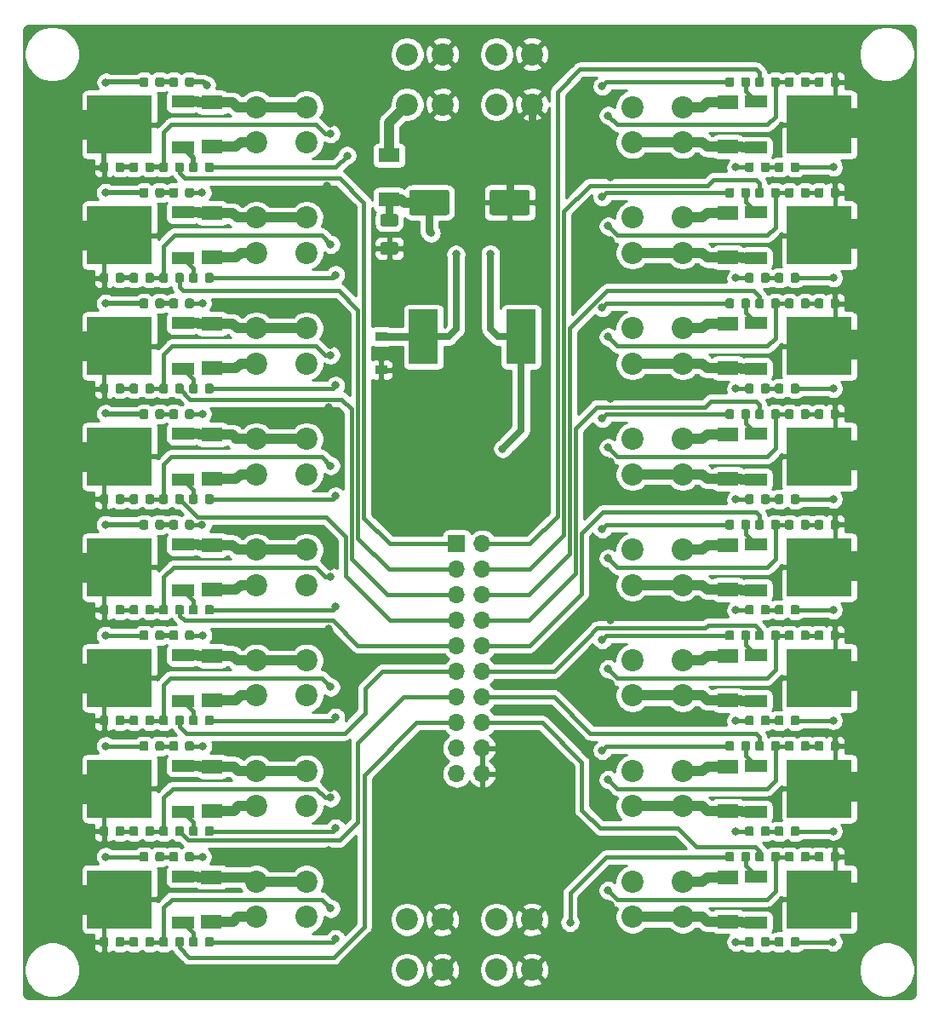
<source format=gbr>
G04 #@! TF.GenerationSoftware,KiCad,Pcbnew,(5.1.0)-1*
G04 #@! TF.CreationDate,2021-03-29T23:12:55+02:00*
G04 #@! TF.ProjectId,Magnetsteuerung,4d61676e-6574-4737-9465-756572756e67,rev?*
G04 #@! TF.SameCoordinates,Original*
G04 #@! TF.FileFunction,Copper,L1,Top*
G04 #@! TF.FilePolarity,Positive*
%FSLAX46Y46*%
G04 Gerber Fmt 4.6, Leading zero omitted, Abs format (unit mm)*
G04 Created by KiCad (PCBNEW (5.1.0)-1) date 2021-03-29 23:12:55*
%MOMM*%
%LPD*%
G04 APERTURE LIST*
%ADD10O,1.700000X1.700000*%
%ADD11R,1.700000X1.700000*%
%ADD12R,2.900000X5.400000*%
%ADD13R,2.100000X1.400000*%
%ADD14C,2.200000*%
%ADD15C,0.100000*%
%ADD16C,0.875000*%
%ADD17R,6.400000X5.800000*%
%ADD18R,2.200000X1.200000*%
%ADD19R,1.200000X0.900000*%
%ADD20C,2.500000*%
%ADD21C,1.250000*%
%ADD22C,0.800000*%
%ADD23C,0.400000*%
%ADD24C,0.500000*%
%ADD25C,1.000000*%
%ADD26C,3.000000*%
%ADD27C,0.800000*%
%ADD28C,0.700000*%
%ADD29C,0.254000*%
G04 APERTURE END LIST*
D10*
X133725000Y-89225000D03*
X133725000Y-96845000D03*
X133725000Y-101925000D03*
X136265000Y-104465000D03*
X133725000Y-107005000D03*
X133725000Y-86685000D03*
X136265000Y-89225000D03*
X133725000Y-91765000D03*
X136265000Y-91765000D03*
X133725000Y-94305000D03*
X136265000Y-94305000D03*
X136265000Y-86685000D03*
D11*
X133725000Y-84145000D03*
D10*
X136265000Y-96845000D03*
X136265000Y-101925000D03*
X133725000Y-104465000D03*
X136265000Y-107005000D03*
X136265000Y-84145000D03*
X133725000Y-99385000D03*
X136265000Y-99385000D03*
D12*
X130425000Y-63600000D03*
X140125000Y-63600000D03*
D13*
X127000000Y-49950000D03*
X127000000Y-45550000D03*
D14*
X151200000Y-99250000D03*
X156200000Y-99250000D03*
X156200000Y-95750000D03*
X151200000Y-95750000D03*
X151200000Y-66250000D03*
X156200000Y-66250000D03*
X156200000Y-62750000D03*
X151200000Y-62750000D03*
X151200000Y-121250000D03*
X156200000Y-121250000D03*
X156200000Y-117750000D03*
X151200000Y-117750000D03*
X151200000Y-88250000D03*
X156200000Y-88250000D03*
X156200000Y-84750000D03*
X151200000Y-84750000D03*
X151200000Y-55250000D03*
X156200000Y-55250000D03*
X156200000Y-51750000D03*
X151200000Y-51750000D03*
X151200000Y-110250000D03*
X156200000Y-110250000D03*
X156200000Y-106750000D03*
X151200000Y-106750000D03*
X137700000Y-35500000D03*
X137700000Y-40500000D03*
X141200000Y-40500000D03*
X141200000Y-35500000D03*
X128800000Y-35500000D03*
X128800000Y-40500000D03*
X132300000Y-40500000D03*
X132300000Y-35500000D03*
X151200000Y-77250000D03*
X156200000Y-77250000D03*
X156200000Y-73750000D03*
X151200000Y-73750000D03*
X151200000Y-44250000D03*
X156200000Y-44250000D03*
X156200000Y-40750000D03*
X151200000Y-40750000D03*
X141200000Y-126500000D03*
X141200000Y-121500000D03*
X137700000Y-121500000D03*
X137700000Y-126500000D03*
X132300000Y-126500000D03*
X132300000Y-121500000D03*
X128800000Y-121500000D03*
X128800000Y-126500000D03*
X118800000Y-40750000D03*
X113800000Y-40750000D03*
X113800000Y-44250000D03*
X118800000Y-44250000D03*
X118800000Y-51750000D03*
X113800000Y-51750000D03*
X113800000Y-55250000D03*
X118800000Y-55250000D03*
X118800000Y-62750000D03*
X113800000Y-62750000D03*
X113800000Y-66250000D03*
X118800000Y-66250000D03*
X118800000Y-73750000D03*
X113800000Y-73750000D03*
X113800000Y-77250000D03*
X118800000Y-77250000D03*
X118800000Y-84750000D03*
X113800000Y-84750000D03*
X113800000Y-88250000D03*
X118800000Y-88250000D03*
X118800000Y-95750000D03*
X113800000Y-95750000D03*
X113800000Y-99250000D03*
X118800000Y-99250000D03*
X118800000Y-106750000D03*
X113800000Y-106750000D03*
X113800000Y-110250000D03*
X118800000Y-110250000D03*
X118800000Y-117750000D03*
X113800000Y-117750000D03*
X113800000Y-121250000D03*
X118800000Y-121250000D03*
D13*
X160700000Y-62300000D03*
X160700000Y-66700000D03*
X160700000Y-51300000D03*
X160700000Y-55700000D03*
X160700000Y-95300000D03*
X160700000Y-99700000D03*
X160700000Y-117300000D03*
X160700000Y-121700000D03*
X160700000Y-84300000D03*
X160700000Y-88700000D03*
X160700000Y-106300000D03*
X160700000Y-110700000D03*
X160700000Y-73300000D03*
X160700000Y-77700000D03*
D15*
G36*
X167617691Y-101256053D02*
G01*
X167638926Y-101259203D01*
X167659750Y-101264419D01*
X167679962Y-101271651D01*
X167699368Y-101280830D01*
X167717781Y-101291866D01*
X167735024Y-101304654D01*
X167750930Y-101319070D01*
X167765346Y-101334976D01*
X167778134Y-101352219D01*
X167789170Y-101370632D01*
X167798349Y-101390038D01*
X167805581Y-101410250D01*
X167810797Y-101431074D01*
X167813947Y-101452309D01*
X167815000Y-101473750D01*
X167815000Y-101986250D01*
X167813947Y-102007691D01*
X167810797Y-102028926D01*
X167805581Y-102049750D01*
X167798349Y-102069962D01*
X167789170Y-102089368D01*
X167778134Y-102107781D01*
X167765346Y-102125024D01*
X167750930Y-102140930D01*
X167735024Y-102155346D01*
X167717781Y-102168134D01*
X167699368Y-102179170D01*
X167679962Y-102188349D01*
X167659750Y-102195581D01*
X167638926Y-102200797D01*
X167617691Y-102203947D01*
X167596250Y-102205000D01*
X167158750Y-102205000D01*
X167137309Y-102203947D01*
X167116074Y-102200797D01*
X167095250Y-102195581D01*
X167075038Y-102188349D01*
X167055632Y-102179170D01*
X167037219Y-102168134D01*
X167019976Y-102155346D01*
X167004070Y-102140930D01*
X166989654Y-102125024D01*
X166976866Y-102107781D01*
X166965830Y-102089368D01*
X166956651Y-102069962D01*
X166949419Y-102049750D01*
X166944203Y-102028926D01*
X166941053Y-102007691D01*
X166940000Y-101986250D01*
X166940000Y-101473750D01*
X166941053Y-101452309D01*
X166944203Y-101431074D01*
X166949419Y-101410250D01*
X166956651Y-101390038D01*
X166965830Y-101370632D01*
X166976866Y-101352219D01*
X166989654Y-101334976D01*
X167004070Y-101319070D01*
X167019976Y-101304654D01*
X167037219Y-101291866D01*
X167055632Y-101280830D01*
X167075038Y-101271651D01*
X167095250Y-101264419D01*
X167116074Y-101259203D01*
X167137309Y-101256053D01*
X167158750Y-101255000D01*
X167596250Y-101255000D01*
X167617691Y-101256053D01*
X167617691Y-101256053D01*
G37*
D16*
X167377500Y-101730000D03*
D15*
G36*
X166042691Y-101256053D02*
G01*
X166063926Y-101259203D01*
X166084750Y-101264419D01*
X166104962Y-101271651D01*
X166124368Y-101280830D01*
X166142781Y-101291866D01*
X166160024Y-101304654D01*
X166175930Y-101319070D01*
X166190346Y-101334976D01*
X166203134Y-101352219D01*
X166214170Y-101370632D01*
X166223349Y-101390038D01*
X166230581Y-101410250D01*
X166235797Y-101431074D01*
X166238947Y-101452309D01*
X166240000Y-101473750D01*
X166240000Y-101986250D01*
X166238947Y-102007691D01*
X166235797Y-102028926D01*
X166230581Y-102049750D01*
X166223349Y-102069962D01*
X166214170Y-102089368D01*
X166203134Y-102107781D01*
X166190346Y-102125024D01*
X166175930Y-102140930D01*
X166160024Y-102155346D01*
X166142781Y-102168134D01*
X166124368Y-102179170D01*
X166104962Y-102188349D01*
X166084750Y-102195581D01*
X166063926Y-102200797D01*
X166042691Y-102203947D01*
X166021250Y-102205000D01*
X165583750Y-102205000D01*
X165562309Y-102203947D01*
X165541074Y-102200797D01*
X165520250Y-102195581D01*
X165500038Y-102188349D01*
X165480632Y-102179170D01*
X165462219Y-102168134D01*
X165444976Y-102155346D01*
X165429070Y-102140930D01*
X165414654Y-102125024D01*
X165401866Y-102107781D01*
X165390830Y-102089368D01*
X165381651Y-102069962D01*
X165374419Y-102049750D01*
X165369203Y-102028926D01*
X165366053Y-102007691D01*
X165365000Y-101986250D01*
X165365000Y-101473750D01*
X165366053Y-101452309D01*
X165369203Y-101431074D01*
X165374419Y-101410250D01*
X165381651Y-101390038D01*
X165390830Y-101370632D01*
X165401866Y-101352219D01*
X165414654Y-101334976D01*
X165429070Y-101319070D01*
X165444976Y-101304654D01*
X165462219Y-101291866D01*
X165480632Y-101280830D01*
X165500038Y-101271651D01*
X165520250Y-101264419D01*
X165541074Y-101259203D01*
X165562309Y-101256053D01*
X165583750Y-101255000D01*
X166021250Y-101255000D01*
X166042691Y-101256053D01*
X166042691Y-101256053D01*
G37*
D16*
X165802500Y-101730000D03*
D15*
G36*
X167617691Y-68256053D02*
G01*
X167638926Y-68259203D01*
X167659750Y-68264419D01*
X167679962Y-68271651D01*
X167699368Y-68280830D01*
X167717781Y-68291866D01*
X167735024Y-68304654D01*
X167750930Y-68319070D01*
X167765346Y-68334976D01*
X167778134Y-68352219D01*
X167789170Y-68370632D01*
X167798349Y-68390038D01*
X167805581Y-68410250D01*
X167810797Y-68431074D01*
X167813947Y-68452309D01*
X167815000Y-68473750D01*
X167815000Y-68986250D01*
X167813947Y-69007691D01*
X167810797Y-69028926D01*
X167805581Y-69049750D01*
X167798349Y-69069962D01*
X167789170Y-69089368D01*
X167778134Y-69107781D01*
X167765346Y-69125024D01*
X167750930Y-69140930D01*
X167735024Y-69155346D01*
X167717781Y-69168134D01*
X167699368Y-69179170D01*
X167679962Y-69188349D01*
X167659750Y-69195581D01*
X167638926Y-69200797D01*
X167617691Y-69203947D01*
X167596250Y-69205000D01*
X167158750Y-69205000D01*
X167137309Y-69203947D01*
X167116074Y-69200797D01*
X167095250Y-69195581D01*
X167075038Y-69188349D01*
X167055632Y-69179170D01*
X167037219Y-69168134D01*
X167019976Y-69155346D01*
X167004070Y-69140930D01*
X166989654Y-69125024D01*
X166976866Y-69107781D01*
X166965830Y-69089368D01*
X166956651Y-69069962D01*
X166949419Y-69049750D01*
X166944203Y-69028926D01*
X166941053Y-69007691D01*
X166940000Y-68986250D01*
X166940000Y-68473750D01*
X166941053Y-68452309D01*
X166944203Y-68431074D01*
X166949419Y-68410250D01*
X166956651Y-68390038D01*
X166965830Y-68370632D01*
X166976866Y-68352219D01*
X166989654Y-68334976D01*
X167004070Y-68319070D01*
X167019976Y-68304654D01*
X167037219Y-68291866D01*
X167055632Y-68280830D01*
X167075038Y-68271651D01*
X167095250Y-68264419D01*
X167116074Y-68259203D01*
X167137309Y-68256053D01*
X167158750Y-68255000D01*
X167596250Y-68255000D01*
X167617691Y-68256053D01*
X167617691Y-68256053D01*
G37*
D16*
X167377500Y-68730000D03*
D15*
G36*
X166042691Y-68256053D02*
G01*
X166063926Y-68259203D01*
X166084750Y-68264419D01*
X166104962Y-68271651D01*
X166124368Y-68280830D01*
X166142781Y-68291866D01*
X166160024Y-68304654D01*
X166175930Y-68319070D01*
X166190346Y-68334976D01*
X166203134Y-68352219D01*
X166214170Y-68370632D01*
X166223349Y-68390038D01*
X166230581Y-68410250D01*
X166235797Y-68431074D01*
X166238947Y-68452309D01*
X166240000Y-68473750D01*
X166240000Y-68986250D01*
X166238947Y-69007691D01*
X166235797Y-69028926D01*
X166230581Y-69049750D01*
X166223349Y-69069962D01*
X166214170Y-69089368D01*
X166203134Y-69107781D01*
X166190346Y-69125024D01*
X166175930Y-69140930D01*
X166160024Y-69155346D01*
X166142781Y-69168134D01*
X166124368Y-69179170D01*
X166104962Y-69188349D01*
X166084750Y-69195581D01*
X166063926Y-69200797D01*
X166042691Y-69203947D01*
X166021250Y-69205000D01*
X165583750Y-69205000D01*
X165562309Y-69203947D01*
X165541074Y-69200797D01*
X165520250Y-69195581D01*
X165500038Y-69188349D01*
X165480632Y-69179170D01*
X165462219Y-69168134D01*
X165444976Y-69155346D01*
X165429070Y-69140930D01*
X165414654Y-69125024D01*
X165401866Y-69107781D01*
X165390830Y-69089368D01*
X165381651Y-69069962D01*
X165374419Y-69049750D01*
X165369203Y-69028926D01*
X165366053Y-69007691D01*
X165365000Y-68986250D01*
X165365000Y-68473750D01*
X165366053Y-68452309D01*
X165369203Y-68431074D01*
X165374419Y-68410250D01*
X165381651Y-68390038D01*
X165390830Y-68370632D01*
X165401866Y-68352219D01*
X165414654Y-68334976D01*
X165429070Y-68319070D01*
X165444976Y-68304654D01*
X165462219Y-68291866D01*
X165480632Y-68280830D01*
X165500038Y-68271651D01*
X165520250Y-68264419D01*
X165541074Y-68259203D01*
X165562309Y-68256053D01*
X165583750Y-68255000D01*
X166021250Y-68255000D01*
X166042691Y-68256053D01*
X166042691Y-68256053D01*
G37*
D16*
X165802500Y-68730000D03*
D15*
G36*
X162702691Y-92796053D02*
G01*
X162723926Y-92799203D01*
X162744750Y-92804419D01*
X162764962Y-92811651D01*
X162784368Y-92820830D01*
X162802781Y-92831866D01*
X162820024Y-92844654D01*
X162835930Y-92859070D01*
X162850346Y-92874976D01*
X162863134Y-92892219D01*
X162874170Y-92910632D01*
X162883349Y-92930038D01*
X162890581Y-92950250D01*
X162895797Y-92971074D01*
X162898947Y-92992309D01*
X162900000Y-93013750D01*
X162900000Y-93526250D01*
X162898947Y-93547691D01*
X162895797Y-93568926D01*
X162890581Y-93589750D01*
X162883349Y-93609962D01*
X162874170Y-93629368D01*
X162863134Y-93647781D01*
X162850346Y-93665024D01*
X162835930Y-93680930D01*
X162820024Y-93695346D01*
X162802781Y-93708134D01*
X162784368Y-93719170D01*
X162764962Y-93728349D01*
X162744750Y-93735581D01*
X162723926Y-93740797D01*
X162702691Y-93743947D01*
X162681250Y-93745000D01*
X162243750Y-93745000D01*
X162222309Y-93743947D01*
X162201074Y-93740797D01*
X162180250Y-93735581D01*
X162160038Y-93728349D01*
X162140632Y-93719170D01*
X162122219Y-93708134D01*
X162104976Y-93695346D01*
X162089070Y-93680930D01*
X162074654Y-93665024D01*
X162061866Y-93647781D01*
X162050830Y-93629368D01*
X162041651Y-93609962D01*
X162034419Y-93589750D01*
X162029203Y-93568926D01*
X162026053Y-93547691D01*
X162025000Y-93526250D01*
X162025000Y-93013750D01*
X162026053Y-92992309D01*
X162029203Y-92971074D01*
X162034419Y-92950250D01*
X162041651Y-92930038D01*
X162050830Y-92910632D01*
X162061866Y-92892219D01*
X162074654Y-92874976D01*
X162089070Y-92859070D01*
X162104976Y-92844654D01*
X162122219Y-92831866D01*
X162140632Y-92820830D01*
X162160038Y-92811651D01*
X162180250Y-92804419D01*
X162201074Y-92799203D01*
X162222309Y-92796053D01*
X162243750Y-92795000D01*
X162681250Y-92795000D01*
X162702691Y-92796053D01*
X162702691Y-92796053D01*
G37*
D16*
X162462500Y-93270000D03*
D15*
G36*
X161127691Y-92796053D02*
G01*
X161148926Y-92799203D01*
X161169750Y-92804419D01*
X161189962Y-92811651D01*
X161209368Y-92820830D01*
X161227781Y-92831866D01*
X161245024Y-92844654D01*
X161260930Y-92859070D01*
X161275346Y-92874976D01*
X161288134Y-92892219D01*
X161299170Y-92910632D01*
X161308349Y-92930038D01*
X161315581Y-92950250D01*
X161320797Y-92971074D01*
X161323947Y-92992309D01*
X161325000Y-93013750D01*
X161325000Y-93526250D01*
X161323947Y-93547691D01*
X161320797Y-93568926D01*
X161315581Y-93589750D01*
X161308349Y-93609962D01*
X161299170Y-93629368D01*
X161288134Y-93647781D01*
X161275346Y-93665024D01*
X161260930Y-93680930D01*
X161245024Y-93695346D01*
X161227781Y-93708134D01*
X161209368Y-93719170D01*
X161189962Y-93728349D01*
X161169750Y-93735581D01*
X161148926Y-93740797D01*
X161127691Y-93743947D01*
X161106250Y-93745000D01*
X160668750Y-93745000D01*
X160647309Y-93743947D01*
X160626074Y-93740797D01*
X160605250Y-93735581D01*
X160585038Y-93728349D01*
X160565632Y-93719170D01*
X160547219Y-93708134D01*
X160529976Y-93695346D01*
X160514070Y-93680930D01*
X160499654Y-93665024D01*
X160486866Y-93647781D01*
X160475830Y-93629368D01*
X160466651Y-93609962D01*
X160459419Y-93589750D01*
X160454203Y-93568926D01*
X160451053Y-93547691D01*
X160450000Y-93526250D01*
X160450000Y-93013750D01*
X160451053Y-92992309D01*
X160454203Y-92971074D01*
X160459419Y-92950250D01*
X160466651Y-92930038D01*
X160475830Y-92910632D01*
X160486866Y-92892219D01*
X160499654Y-92874976D01*
X160514070Y-92859070D01*
X160529976Y-92844654D01*
X160547219Y-92831866D01*
X160565632Y-92820830D01*
X160585038Y-92811651D01*
X160605250Y-92804419D01*
X160626074Y-92799203D01*
X160647309Y-92796053D01*
X160668750Y-92795000D01*
X161106250Y-92795000D01*
X161127691Y-92796053D01*
X161127691Y-92796053D01*
G37*
D16*
X160887500Y-93270000D03*
D15*
G36*
X162702691Y-59796053D02*
G01*
X162723926Y-59799203D01*
X162744750Y-59804419D01*
X162764962Y-59811651D01*
X162784368Y-59820830D01*
X162802781Y-59831866D01*
X162820024Y-59844654D01*
X162835930Y-59859070D01*
X162850346Y-59874976D01*
X162863134Y-59892219D01*
X162874170Y-59910632D01*
X162883349Y-59930038D01*
X162890581Y-59950250D01*
X162895797Y-59971074D01*
X162898947Y-59992309D01*
X162900000Y-60013750D01*
X162900000Y-60526250D01*
X162898947Y-60547691D01*
X162895797Y-60568926D01*
X162890581Y-60589750D01*
X162883349Y-60609962D01*
X162874170Y-60629368D01*
X162863134Y-60647781D01*
X162850346Y-60665024D01*
X162835930Y-60680930D01*
X162820024Y-60695346D01*
X162802781Y-60708134D01*
X162784368Y-60719170D01*
X162764962Y-60728349D01*
X162744750Y-60735581D01*
X162723926Y-60740797D01*
X162702691Y-60743947D01*
X162681250Y-60745000D01*
X162243750Y-60745000D01*
X162222309Y-60743947D01*
X162201074Y-60740797D01*
X162180250Y-60735581D01*
X162160038Y-60728349D01*
X162140632Y-60719170D01*
X162122219Y-60708134D01*
X162104976Y-60695346D01*
X162089070Y-60680930D01*
X162074654Y-60665024D01*
X162061866Y-60647781D01*
X162050830Y-60629368D01*
X162041651Y-60609962D01*
X162034419Y-60589750D01*
X162029203Y-60568926D01*
X162026053Y-60547691D01*
X162025000Y-60526250D01*
X162025000Y-60013750D01*
X162026053Y-59992309D01*
X162029203Y-59971074D01*
X162034419Y-59950250D01*
X162041651Y-59930038D01*
X162050830Y-59910632D01*
X162061866Y-59892219D01*
X162074654Y-59874976D01*
X162089070Y-59859070D01*
X162104976Y-59844654D01*
X162122219Y-59831866D01*
X162140632Y-59820830D01*
X162160038Y-59811651D01*
X162180250Y-59804419D01*
X162201074Y-59799203D01*
X162222309Y-59796053D01*
X162243750Y-59795000D01*
X162681250Y-59795000D01*
X162702691Y-59796053D01*
X162702691Y-59796053D01*
G37*
D16*
X162462500Y-60270000D03*
D15*
G36*
X161127691Y-59796053D02*
G01*
X161148926Y-59799203D01*
X161169750Y-59804419D01*
X161189962Y-59811651D01*
X161209368Y-59820830D01*
X161227781Y-59831866D01*
X161245024Y-59844654D01*
X161260930Y-59859070D01*
X161275346Y-59874976D01*
X161288134Y-59892219D01*
X161299170Y-59910632D01*
X161308349Y-59930038D01*
X161315581Y-59950250D01*
X161320797Y-59971074D01*
X161323947Y-59992309D01*
X161325000Y-60013750D01*
X161325000Y-60526250D01*
X161323947Y-60547691D01*
X161320797Y-60568926D01*
X161315581Y-60589750D01*
X161308349Y-60609962D01*
X161299170Y-60629368D01*
X161288134Y-60647781D01*
X161275346Y-60665024D01*
X161260930Y-60680930D01*
X161245024Y-60695346D01*
X161227781Y-60708134D01*
X161209368Y-60719170D01*
X161189962Y-60728349D01*
X161169750Y-60735581D01*
X161148926Y-60740797D01*
X161127691Y-60743947D01*
X161106250Y-60745000D01*
X160668750Y-60745000D01*
X160647309Y-60743947D01*
X160626074Y-60740797D01*
X160605250Y-60735581D01*
X160585038Y-60728349D01*
X160565632Y-60719170D01*
X160547219Y-60708134D01*
X160529976Y-60695346D01*
X160514070Y-60680930D01*
X160499654Y-60665024D01*
X160486866Y-60647781D01*
X160475830Y-60629368D01*
X160466651Y-60609962D01*
X160459419Y-60589750D01*
X160454203Y-60568926D01*
X160451053Y-60547691D01*
X160450000Y-60526250D01*
X160450000Y-60013750D01*
X160451053Y-59992309D01*
X160454203Y-59971074D01*
X160459419Y-59950250D01*
X160466651Y-59930038D01*
X160475830Y-59910632D01*
X160486866Y-59892219D01*
X160499654Y-59874976D01*
X160514070Y-59859070D01*
X160529976Y-59844654D01*
X160547219Y-59831866D01*
X160565632Y-59820830D01*
X160585038Y-59811651D01*
X160605250Y-59804419D01*
X160626074Y-59799203D01*
X160647309Y-59796053D01*
X160668750Y-59795000D01*
X161106250Y-59795000D01*
X161127691Y-59796053D01*
X161127691Y-59796053D01*
G37*
D16*
X160887500Y-60270000D03*
D15*
G36*
X167047691Y-92796053D02*
G01*
X167068926Y-92799203D01*
X167089750Y-92804419D01*
X167109962Y-92811651D01*
X167129368Y-92820830D01*
X167147781Y-92831866D01*
X167165024Y-92844654D01*
X167180930Y-92859070D01*
X167195346Y-92874976D01*
X167208134Y-92892219D01*
X167219170Y-92910632D01*
X167228349Y-92930038D01*
X167235581Y-92950250D01*
X167240797Y-92971074D01*
X167243947Y-92992309D01*
X167245000Y-93013750D01*
X167245000Y-93526250D01*
X167243947Y-93547691D01*
X167240797Y-93568926D01*
X167235581Y-93589750D01*
X167228349Y-93609962D01*
X167219170Y-93629368D01*
X167208134Y-93647781D01*
X167195346Y-93665024D01*
X167180930Y-93680930D01*
X167165024Y-93695346D01*
X167147781Y-93708134D01*
X167129368Y-93719170D01*
X167109962Y-93728349D01*
X167089750Y-93735581D01*
X167068926Y-93740797D01*
X167047691Y-93743947D01*
X167026250Y-93745000D01*
X166588750Y-93745000D01*
X166567309Y-93743947D01*
X166546074Y-93740797D01*
X166525250Y-93735581D01*
X166505038Y-93728349D01*
X166485632Y-93719170D01*
X166467219Y-93708134D01*
X166449976Y-93695346D01*
X166434070Y-93680930D01*
X166419654Y-93665024D01*
X166406866Y-93647781D01*
X166395830Y-93629368D01*
X166386651Y-93609962D01*
X166379419Y-93589750D01*
X166374203Y-93568926D01*
X166371053Y-93547691D01*
X166370000Y-93526250D01*
X166370000Y-93013750D01*
X166371053Y-92992309D01*
X166374203Y-92971074D01*
X166379419Y-92950250D01*
X166386651Y-92930038D01*
X166395830Y-92910632D01*
X166406866Y-92892219D01*
X166419654Y-92874976D01*
X166434070Y-92859070D01*
X166449976Y-92844654D01*
X166467219Y-92831866D01*
X166485632Y-92820830D01*
X166505038Y-92811651D01*
X166525250Y-92804419D01*
X166546074Y-92799203D01*
X166567309Y-92796053D01*
X166588750Y-92795000D01*
X167026250Y-92795000D01*
X167047691Y-92796053D01*
X167047691Y-92796053D01*
G37*
D16*
X166807500Y-93270000D03*
D15*
G36*
X168622691Y-92796053D02*
G01*
X168643926Y-92799203D01*
X168664750Y-92804419D01*
X168684962Y-92811651D01*
X168704368Y-92820830D01*
X168722781Y-92831866D01*
X168740024Y-92844654D01*
X168755930Y-92859070D01*
X168770346Y-92874976D01*
X168783134Y-92892219D01*
X168794170Y-92910632D01*
X168803349Y-92930038D01*
X168810581Y-92950250D01*
X168815797Y-92971074D01*
X168818947Y-92992309D01*
X168820000Y-93013750D01*
X168820000Y-93526250D01*
X168818947Y-93547691D01*
X168815797Y-93568926D01*
X168810581Y-93589750D01*
X168803349Y-93609962D01*
X168794170Y-93629368D01*
X168783134Y-93647781D01*
X168770346Y-93665024D01*
X168755930Y-93680930D01*
X168740024Y-93695346D01*
X168722781Y-93708134D01*
X168704368Y-93719170D01*
X168684962Y-93728349D01*
X168664750Y-93735581D01*
X168643926Y-93740797D01*
X168622691Y-93743947D01*
X168601250Y-93745000D01*
X168163750Y-93745000D01*
X168142309Y-93743947D01*
X168121074Y-93740797D01*
X168100250Y-93735581D01*
X168080038Y-93728349D01*
X168060632Y-93719170D01*
X168042219Y-93708134D01*
X168024976Y-93695346D01*
X168009070Y-93680930D01*
X167994654Y-93665024D01*
X167981866Y-93647781D01*
X167970830Y-93629368D01*
X167961651Y-93609962D01*
X167954419Y-93589750D01*
X167949203Y-93568926D01*
X167946053Y-93547691D01*
X167945000Y-93526250D01*
X167945000Y-93013750D01*
X167946053Y-92992309D01*
X167949203Y-92971074D01*
X167954419Y-92950250D01*
X167961651Y-92930038D01*
X167970830Y-92910632D01*
X167981866Y-92892219D01*
X167994654Y-92874976D01*
X168009070Y-92859070D01*
X168024976Y-92844654D01*
X168042219Y-92831866D01*
X168060632Y-92820830D01*
X168080038Y-92811651D01*
X168100250Y-92804419D01*
X168121074Y-92799203D01*
X168142309Y-92796053D01*
X168163750Y-92795000D01*
X168601250Y-92795000D01*
X168622691Y-92796053D01*
X168622691Y-92796053D01*
G37*
D16*
X168382500Y-93270000D03*
D15*
G36*
X164087691Y-92796053D02*
G01*
X164108926Y-92799203D01*
X164129750Y-92804419D01*
X164149962Y-92811651D01*
X164169368Y-92820830D01*
X164187781Y-92831866D01*
X164205024Y-92844654D01*
X164220930Y-92859070D01*
X164235346Y-92874976D01*
X164248134Y-92892219D01*
X164259170Y-92910632D01*
X164268349Y-92930038D01*
X164275581Y-92950250D01*
X164280797Y-92971074D01*
X164283947Y-92992309D01*
X164285000Y-93013750D01*
X164285000Y-93526250D01*
X164283947Y-93547691D01*
X164280797Y-93568926D01*
X164275581Y-93589750D01*
X164268349Y-93609962D01*
X164259170Y-93629368D01*
X164248134Y-93647781D01*
X164235346Y-93665024D01*
X164220930Y-93680930D01*
X164205024Y-93695346D01*
X164187781Y-93708134D01*
X164169368Y-93719170D01*
X164149962Y-93728349D01*
X164129750Y-93735581D01*
X164108926Y-93740797D01*
X164087691Y-93743947D01*
X164066250Y-93745000D01*
X163628750Y-93745000D01*
X163607309Y-93743947D01*
X163586074Y-93740797D01*
X163565250Y-93735581D01*
X163545038Y-93728349D01*
X163525632Y-93719170D01*
X163507219Y-93708134D01*
X163489976Y-93695346D01*
X163474070Y-93680930D01*
X163459654Y-93665024D01*
X163446866Y-93647781D01*
X163435830Y-93629368D01*
X163426651Y-93609962D01*
X163419419Y-93589750D01*
X163414203Y-93568926D01*
X163411053Y-93547691D01*
X163410000Y-93526250D01*
X163410000Y-93013750D01*
X163411053Y-92992309D01*
X163414203Y-92971074D01*
X163419419Y-92950250D01*
X163426651Y-92930038D01*
X163435830Y-92910632D01*
X163446866Y-92892219D01*
X163459654Y-92874976D01*
X163474070Y-92859070D01*
X163489976Y-92844654D01*
X163507219Y-92831866D01*
X163525632Y-92820830D01*
X163545038Y-92811651D01*
X163565250Y-92804419D01*
X163586074Y-92799203D01*
X163607309Y-92796053D01*
X163628750Y-92795000D01*
X164066250Y-92795000D01*
X164087691Y-92796053D01*
X164087691Y-92796053D01*
G37*
D16*
X163847500Y-93270000D03*
D15*
G36*
X165662691Y-92796053D02*
G01*
X165683926Y-92799203D01*
X165704750Y-92804419D01*
X165724962Y-92811651D01*
X165744368Y-92820830D01*
X165762781Y-92831866D01*
X165780024Y-92844654D01*
X165795930Y-92859070D01*
X165810346Y-92874976D01*
X165823134Y-92892219D01*
X165834170Y-92910632D01*
X165843349Y-92930038D01*
X165850581Y-92950250D01*
X165855797Y-92971074D01*
X165858947Y-92992309D01*
X165860000Y-93013750D01*
X165860000Y-93526250D01*
X165858947Y-93547691D01*
X165855797Y-93568926D01*
X165850581Y-93589750D01*
X165843349Y-93609962D01*
X165834170Y-93629368D01*
X165823134Y-93647781D01*
X165810346Y-93665024D01*
X165795930Y-93680930D01*
X165780024Y-93695346D01*
X165762781Y-93708134D01*
X165744368Y-93719170D01*
X165724962Y-93728349D01*
X165704750Y-93735581D01*
X165683926Y-93740797D01*
X165662691Y-93743947D01*
X165641250Y-93745000D01*
X165203750Y-93745000D01*
X165182309Y-93743947D01*
X165161074Y-93740797D01*
X165140250Y-93735581D01*
X165120038Y-93728349D01*
X165100632Y-93719170D01*
X165082219Y-93708134D01*
X165064976Y-93695346D01*
X165049070Y-93680930D01*
X165034654Y-93665024D01*
X165021866Y-93647781D01*
X165010830Y-93629368D01*
X165001651Y-93609962D01*
X164994419Y-93589750D01*
X164989203Y-93568926D01*
X164986053Y-93547691D01*
X164985000Y-93526250D01*
X164985000Y-93013750D01*
X164986053Y-92992309D01*
X164989203Y-92971074D01*
X164994419Y-92950250D01*
X165001651Y-92930038D01*
X165010830Y-92910632D01*
X165021866Y-92892219D01*
X165034654Y-92874976D01*
X165049070Y-92859070D01*
X165064976Y-92844654D01*
X165082219Y-92831866D01*
X165100632Y-92820830D01*
X165120038Y-92811651D01*
X165140250Y-92804419D01*
X165161074Y-92799203D01*
X165182309Y-92796053D01*
X165203750Y-92795000D01*
X165641250Y-92795000D01*
X165662691Y-92796053D01*
X165662691Y-92796053D01*
G37*
D16*
X165422500Y-93270000D03*
D15*
G36*
X167047691Y-59796053D02*
G01*
X167068926Y-59799203D01*
X167089750Y-59804419D01*
X167109962Y-59811651D01*
X167129368Y-59820830D01*
X167147781Y-59831866D01*
X167165024Y-59844654D01*
X167180930Y-59859070D01*
X167195346Y-59874976D01*
X167208134Y-59892219D01*
X167219170Y-59910632D01*
X167228349Y-59930038D01*
X167235581Y-59950250D01*
X167240797Y-59971074D01*
X167243947Y-59992309D01*
X167245000Y-60013750D01*
X167245000Y-60526250D01*
X167243947Y-60547691D01*
X167240797Y-60568926D01*
X167235581Y-60589750D01*
X167228349Y-60609962D01*
X167219170Y-60629368D01*
X167208134Y-60647781D01*
X167195346Y-60665024D01*
X167180930Y-60680930D01*
X167165024Y-60695346D01*
X167147781Y-60708134D01*
X167129368Y-60719170D01*
X167109962Y-60728349D01*
X167089750Y-60735581D01*
X167068926Y-60740797D01*
X167047691Y-60743947D01*
X167026250Y-60745000D01*
X166588750Y-60745000D01*
X166567309Y-60743947D01*
X166546074Y-60740797D01*
X166525250Y-60735581D01*
X166505038Y-60728349D01*
X166485632Y-60719170D01*
X166467219Y-60708134D01*
X166449976Y-60695346D01*
X166434070Y-60680930D01*
X166419654Y-60665024D01*
X166406866Y-60647781D01*
X166395830Y-60629368D01*
X166386651Y-60609962D01*
X166379419Y-60589750D01*
X166374203Y-60568926D01*
X166371053Y-60547691D01*
X166370000Y-60526250D01*
X166370000Y-60013750D01*
X166371053Y-59992309D01*
X166374203Y-59971074D01*
X166379419Y-59950250D01*
X166386651Y-59930038D01*
X166395830Y-59910632D01*
X166406866Y-59892219D01*
X166419654Y-59874976D01*
X166434070Y-59859070D01*
X166449976Y-59844654D01*
X166467219Y-59831866D01*
X166485632Y-59820830D01*
X166505038Y-59811651D01*
X166525250Y-59804419D01*
X166546074Y-59799203D01*
X166567309Y-59796053D01*
X166588750Y-59795000D01*
X167026250Y-59795000D01*
X167047691Y-59796053D01*
X167047691Y-59796053D01*
G37*
D16*
X166807500Y-60270000D03*
D15*
G36*
X168622691Y-59796053D02*
G01*
X168643926Y-59799203D01*
X168664750Y-59804419D01*
X168684962Y-59811651D01*
X168704368Y-59820830D01*
X168722781Y-59831866D01*
X168740024Y-59844654D01*
X168755930Y-59859070D01*
X168770346Y-59874976D01*
X168783134Y-59892219D01*
X168794170Y-59910632D01*
X168803349Y-59930038D01*
X168810581Y-59950250D01*
X168815797Y-59971074D01*
X168818947Y-59992309D01*
X168820000Y-60013750D01*
X168820000Y-60526250D01*
X168818947Y-60547691D01*
X168815797Y-60568926D01*
X168810581Y-60589750D01*
X168803349Y-60609962D01*
X168794170Y-60629368D01*
X168783134Y-60647781D01*
X168770346Y-60665024D01*
X168755930Y-60680930D01*
X168740024Y-60695346D01*
X168722781Y-60708134D01*
X168704368Y-60719170D01*
X168684962Y-60728349D01*
X168664750Y-60735581D01*
X168643926Y-60740797D01*
X168622691Y-60743947D01*
X168601250Y-60745000D01*
X168163750Y-60745000D01*
X168142309Y-60743947D01*
X168121074Y-60740797D01*
X168100250Y-60735581D01*
X168080038Y-60728349D01*
X168060632Y-60719170D01*
X168042219Y-60708134D01*
X168024976Y-60695346D01*
X168009070Y-60680930D01*
X167994654Y-60665024D01*
X167981866Y-60647781D01*
X167970830Y-60629368D01*
X167961651Y-60609962D01*
X167954419Y-60589750D01*
X167949203Y-60568926D01*
X167946053Y-60547691D01*
X167945000Y-60526250D01*
X167945000Y-60013750D01*
X167946053Y-59992309D01*
X167949203Y-59971074D01*
X167954419Y-59950250D01*
X167961651Y-59930038D01*
X167970830Y-59910632D01*
X167981866Y-59892219D01*
X167994654Y-59874976D01*
X168009070Y-59859070D01*
X168024976Y-59844654D01*
X168042219Y-59831866D01*
X168060632Y-59820830D01*
X168080038Y-59811651D01*
X168100250Y-59804419D01*
X168121074Y-59799203D01*
X168142309Y-59796053D01*
X168163750Y-59795000D01*
X168601250Y-59795000D01*
X168622691Y-59796053D01*
X168622691Y-59796053D01*
G37*
D16*
X168382500Y-60270000D03*
D15*
G36*
X164087691Y-59796053D02*
G01*
X164108926Y-59799203D01*
X164129750Y-59804419D01*
X164149962Y-59811651D01*
X164169368Y-59820830D01*
X164187781Y-59831866D01*
X164205024Y-59844654D01*
X164220930Y-59859070D01*
X164235346Y-59874976D01*
X164248134Y-59892219D01*
X164259170Y-59910632D01*
X164268349Y-59930038D01*
X164275581Y-59950250D01*
X164280797Y-59971074D01*
X164283947Y-59992309D01*
X164285000Y-60013750D01*
X164285000Y-60526250D01*
X164283947Y-60547691D01*
X164280797Y-60568926D01*
X164275581Y-60589750D01*
X164268349Y-60609962D01*
X164259170Y-60629368D01*
X164248134Y-60647781D01*
X164235346Y-60665024D01*
X164220930Y-60680930D01*
X164205024Y-60695346D01*
X164187781Y-60708134D01*
X164169368Y-60719170D01*
X164149962Y-60728349D01*
X164129750Y-60735581D01*
X164108926Y-60740797D01*
X164087691Y-60743947D01*
X164066250Y-60745000D01*
X163628750Y-60745000D01*
X163607309Y-60743947D01*
X163586074Y-60740797D01*
X163565250Y-60735581D01*
X163545038Y-60728349D01*
X163525632Y-60719170D01*
X163507219Y-60708134D01*
X163489976Y-60695346D01*
X163474070Y-60680930D01*
X163459654Y-60665024D01*
X163446866Y-60647781D01*
X163435830Y-60629368D01*
X163426651Y-60609962D01*
X163419419Y-60589750D01*
X163414203Y-60568926D01*
X163411053Y-60547691D01*
X163410000Y-60526250D01*
X163410000Y-60013750D01*
X163411053Y-59992309D01*
X163414203Y-59971074D01*
X163419419Y-59950250D01*
X163426651Y-59930038D01*
X163435830Y-59910632D01*
X163446866Y-59892219D01*
X163459654Y-59874976D01*
X163474070Y-59859070D01*
X163489976Y-59844654D01*
X163507219Y-59831866D01*
X163525632Y-59820830D01*
X163545038Y-59811651D01*
X163565250Y-59804419D01*
X163586074Y-59799203D01*
X163607309Y-59796053D01*
X163628750Y-59795000D01*
X164066250Y-59795000D01*
X164087691Y-59796053D01*
X164087691Y-59796053D01*
G37*
D16*
X163847500Y-60270000D03*
D15*
G36*
X165662691Y-59796053D02*
G01*
X165683926Y-59799203D01*
X165704750Y-59804419D01*
X165724962Y-59811651D01*
X165744368Y-59820830D01*
X165762781Y-59831866D01*
X165780024Y-59844654D01*
X165795930Y-59859070D01*
X165810346Y-59874976D01*
X165823134Y-59892219D01*
X165834170Y-59910632D01*
X165843349Y-59930038D01*
X165850581Y-59950250D01*
X165855797Y-59971074D01*
X165858947Y-59992309D01*
X165860000Y-60013750D01*
X165860000Y-60526250D01*
X165858947Y-60547691D01*
X165855797Y-60568926D01*
X165850581Y-60589750D01*
X165843349Y-60609962D01*
X165834170Y-60629368D01*
X165823134Y-60647781D01*
X165810346Y-60665024D01*
X165795930Y-60680930D01*
X165780024Y-60695346D01*
X165762781Y-60708134D01*
X165744368Y-60719170D01*
X165724962Y-60728349D01*
X165704750Y-60735581D01*
X165683926Y-60740797D01*
X165662691Y-60743947D01*
X165641250Y-60745000D01*
X165203750Y-60745000D01*
X165182309Y-60743947D01*
X165161074Y-60740797D01*
X165140250Y-60735581D01*
X165120038Y-60728349D01*
X165100632Y-60719170D01*
X165082219Y-60708134D01*
X165064976Y-60695346D01*
X165049070Y-60680930D01*
X165034654Y-60665024D01*
X165021866Y-60647781D01*
X165010830Y-60629368D01*
X165001651Y-60609962D01*
X164994419Y-60589750D01*
X164989203Y-60568926D01*
X164986053Y-60547691D01*
X164985000Y-60526250D01*
X164985000Y-60013750D01*
X164986053Y-59992309D01*
X164989203Y-59971074D01*
X164994419Y-59950250D01*
X165001651Y-59930038D01*
X165010830Y-59910632D01*
X165021866Y-59892219D01*
X165034654Y-59874976D01*
X165049070Y-59859070D01*
X165064976Y-59844654D01*
X165082219Y-59831866D01*
X165100632Y-59820830D01*
X165120038Y-59811651D01*
X165140250Y-59804419D01*
X165161074Y-59799203D01*
X165182309Y-59796053D01*
X165203750Y-59795000D01*
X165641250Y-59795000D01*
X165662691Y-59796053D01*
X165662691Y-59796053D01*
G37*
D16*
X165422500Y-60270000D03*
D15*
G36*
X167617691Y-123256053D02*
G01*
X167638926Y-123259203D01*
X167659750Y-123264419D01*
X167679962Y-123271651D01*
X167699368Y-123280830D01*
X167717781Y-123291866D01*
X167735024Y-123304654D01*
X167750930Y-123319070D01*
X167765346Y-123334976D01*
X167778134Y-123352219D01*
X167789170Y-123370632D01*
X167798349Y-123390038D01*
X167805581Y-123410250D01*
X167810797Y-123431074D01*
X167813947Y-123452309D01*
X167815000Y-123473750D01*
X167815000Y-123986250D01*
X167813947Y-124007691D01*
X167810797Y-124028926D01*
X167805581Y-124049750D01*
X167798349Y-124069962D01*
X167789170Y-124089368D01*
X167778134Y-124107781D01*
X167765346Y-124125024D01*
X167750930Y-124140930D01*
X167735024Y-124155346D01*
X167717781Y-124168134D01*
X167699368Y-124179170D01*
X167679962Y-124188349D01*
X167659750Y-124195581D01*
X167638926Y-124200797D01*
X167617691Y-124203947D01*
X167596250Y-124205000D01*
X167158750Y-124205000D01*
X167137309Y-124203947D01*
X167116074Y-124200797D01*
X167095250Y-124195581D01*
X167075038Y-124188349D01*
X167055632Y-124179170D01*
X167037219Y-124168134D01*
X167019976Y-124155346D01*
X167004070Y-124140930D01*
X166989654Y-124125024D01*
X166976866Y-124107781D01*
X166965830Y-124089368D01*
X166956651Y-124069962D01*
X166949419Y-124049750D01*
X166944203Y-124028926D01*
X166941053Y-124007691D01*
X166940000Y-123986250D01*
X166940000Y-123473750D01*
X166941053Y-123452309D01*
X166944203Y-123431074D01*
X166949419Y-123410250D01*
X166956651Y-123390038D01*
X166965830Y-123370632D01*
X166976866Y-123352219D01*
X166989654Y-123334976D01*
X167004070Y-123319070D01*
X167019976Y-123304654D01*
X167037219Y-123291866D01*
X167055632Y-123280830D01*
X167075038Y-123271651D01*
X167095250Y-123264419D01*
X167116074Y-123259203D01*
X167137309Y-123256053D01*
X167158750Y-123255000D01*
X167596250Y-123255000D01*
X167617691Y-123256053D01*
X167617691Y-123256053D01*
G37*
D16*
X167377500Y-123730000D03*
D15*
G36*
X166042691Y-123256053D02*
G01*
X166063926Y-123259203D01*
X166084750Y-123264419D01*
X166104962Y-123271651D01*
X166124368Y-123280830D01*
X166142781Y-123291866D01*
X166160024Y-123304654D01*
X166175930Y-123319070D01*
X166190346Y-123334976D01*
X166203134Y-123352219D01*
X166214170Y-123370632D01*
X166223349Y-123390038D01*
X166230581Y-123410250D01*
X166235797Y-123431074D01*
X166238947Y-123452309D01*
X166240000Y-123473750D01*
X166240000Y-123986250D01*
X166238947Y-124007691D01*
X166235797Y-124028926D01*
X166230581Y-124049750D01*
X166223349Y-124069962D01*
X166214170Y-124089368D01*
X166203134Y-124107781D01*
X166190346Y-124125024D01*
X166175930Y-124140930D01*
X166160024Y-124155346D01*
X166142781Y-124168134D01*
X166124368Y-124179170D01*
X166104962Y-124188349D01*
X166084750Y-124195581D01*
X166063926Y-124200797D01*
X166042691Y-124203947D01*
X166021250Y-124205000D01*
X165583750Y-124205000D01*
X165562309Y-124203947D01*
X165541074Y-124200797D01*
X165520250Y-124195581D01*
X165500038Y-124188349D01*
X165480632Y-124179170D01*
X165462219Y-124168134D01*
X165444976Y-124155346D01*
X165429070Y-124140930D01*
X165414654Y-124125024D01*
X165401866Y-124107781D01*
X165390830Y-124089368D01*
X165381651Y-124069962D01*
X165374419Y-124049750D01*
X165369203Y-124028926D01*
X165366053Y-124007691D01*
X165365000Y-123986250D01*
X165365000Y-123473750D01*
X165366053Y-123452309D01*
X165369203Y-123431074D01*
X165374419Y-123410250D01*
X165381651Y-123390038D01*
X165390830Y-123370632D01*
X165401866Y-123352219D01*
X165414654Y-123334976D01*
X165429070Y-123319070D01*
X165444976Y-123304654D01*
X165462219Y-123291866D01*
X165480632Y-123280830D01*
X165500038Y-123271651D01*
X165520250Y-123264419D01*
X165541074Y-123259203D01*
X165562309Y-123256053D01*
X165583750Y-123255000D01*
X166021250Y-123255000D01*
X166042691Y-123256053D01*
X166042691Y-123256053D01*
G37*
D16*
X165802500Y-123730000D03*
D15*
G36*
X167617691Y-90256053D02*
G01*
X167638926Y-90259203D01*
X167659750Y-90264419D01*
X167679962Y-90271651D01*
X167699368Y-90280830D01*
X167717781Y-90291866D01*
X167735024Y-90304654D01*
X167750930Y-90319070D01*
X167765346Y-90334976D01*
X167778134Y-90352219D01*
X167789170Y-90370632D01*
X167798349Y-90390038D01*
X167805581Y-90410250D01*
X167810797Y-90431074D01*
X167813947Y-90452309D01*
X167815000Y-90473750D01*
X167815000Y-90986250D01*
X167813947Y-91007691D01*
X167810797Y-91028926D01*
X167805581Y-91049750D01*
X167798349Y-91069962D01*
X167789170Y-91089368D01*
X167778134Y-91107781D01*
X167765346Y-91125024D01*
X167750930Y-91140930D01*
X167735024Y-91155346D01*
X167717781Y-91168134D01*
X167699368Y-91179170D01*
X167679962Y-91188349D01*
X167659750Y-91195581D01*
X167638926Y-91200797D01*
X167617691Y-91203947D01*
X167596250Y-91205000D01*
X167158750Y-91205000D01*
X167137309Y-91203947D01*
X167116074Y-91200797D01*
X167095250Y-91195581D01*
X167075038Y-91188349D01*
X167055632Y-91179170D01*
X167037219Y-91168134D01*
X167019976Y-91155346D01*
X167004070Y-91140930D01*
X166989654Y-91125024D01*
X166976866Y-91107781D01*
X166965830Y-91089368D01*
X166956651Y-91069962D01*
X166949419Y-91049750D01*
X166944203Y-91028926D01*
X166941053Y-91007691D01*
X166940000Y-90986250D01*
X166940000Y-90473750D01*
X166941053Y-90452309D01*
X166944203Y-90431074D01*
X166949419Y-90410250D01*
X166956651Y-90390038D01*
X166965830Y-90370632D01*
X166976866Y-90352219D01*
X166989654Y-90334976D01*
X167004070Y-90319070D01*
X167019976Y-90304654D01*
X167037219Y-90291866D01*
X167055632Y-90280830D01*
X167075038Y-90271651D01*
X167095250Y-90264419D01*
X167116074Y-90259203D01*
X167137309Y-90256053D01*
X167158750Y-90255000D01*
X167596250Y-90255000D01*
X167617691Y-90256053D01*
X167617691Y-90256053D01*
G37*
D16*
X167377500Y-90730000D03*
D15*
G36*
X166042691Y-90256053D02*
G01*
X166063926Y-90259203D01*
X166084750Y-90264419D01*
X166104962Y-90271651D01*
X166124368Y-90280830D01*
X166142781Y-90291866D01*
X166160024Y-90304654D01*
X166175930Y-90319070D01*
X166190346Y-90334976D01*
X166203134Y-90352219D01*
X166214170Y-90370632D01*
X166223349Y-90390038D01*
X166230581Y-90410250D01*
X166235797Y-90431074D01*
X166238947Y-90452309D01*
X166240000Y-90473750D01*
X166240000Y-90986250D01*
X166238947Y-91007691D01*
X166235797Y-91028926D01*
X166230581Y-91049750D01*
X166223349Y-91069962D01*
X166214170Y-91089368D01*
X166203134Y-91107781D01*
X166190346Y-91125024D01*
X166175930Y-91140930D01*
X166160024Y-91155346D01*
X166142781Y-91168134D01*
X166124368Y-91179170D01*
X166104962Y-91188349D01*
X166084750Y-91195581D01*
X166063926Y-91200797D01*
X166042691Y-91203947D01*
X166021250Y-91205000D01*
X165583750Y-91205000D01*
X165562309Y-91203947D01*
X165541074Y-91200797D01*
X165520250Y-91195581D01*
X165500038Y-91188349D01*
X165480632Y-91179170D01*
X165462219Y-91168134D01*
X165444976Y-91155346D01*
X165429070Y-91140930D01*
X165414654Y-91125024D01*
X165401866Y-91107781D01*
X165390830Y-91089368D01*
X165381651Y-91069962D01*
X165374419Y-91049750D01*
X165369203Y-91028926D01*
X165366053Y-91007691D01*
X165365000Y-90986250D01*
X165365000Y-90473750D01*
X165366053Y-90452309D01*
X165369203Y-90431074D01*
X165374419Y-90410250D01*
X165381651Y-90390038D01*
X165390830Y-90370632D01*
X165401866Y-90352219D01*
X165414654Y-90334976D01*
X165429070Y-90319070D01*
X165444976Y-90304654D01*
X165462219Y-90291866D01*
X165480632Y-90280830D01*
X165500038Y-90271651D01*
X165520250Y-90264419D01*
X165541074Y-90259203D01*
X165562309Y-90256053D01*
X165583750Y-90255000D01*
X166021250Y-90255000D01*
X166042691Y-90256053D01*
X166042691Y-90256053D01*
G37*
D16*
X165802500Y-90730000D03*
D15*
G36*
X167617691Y-57256053D02*
G01*
X167638926Y-57259203D01*
X167659750Y-57264419D01*
X167679962Y-57271651D01*
X167699368Y-57280830D01*
X167717781Y-57291866D01*
X167735024Y-57304654D01*
X167750930Y-57319070D01*
X167765346Y-57334976D01*
X167778134Y-57352219D01*
X167789170Y-57370632D01*
X167798349Y-57390038D01*
X167805581Y-57410250D01*
X167810797Y-57431074D01*
X167813947Y-57452309D01*
X167815000Y-57473750D01*
X167815000Y-57986250D01*
X167813947Y-58007691D01*
X167810797Y-58028926D01*
X167805581Y-58049750D01*
X167798349Y-58069962D01*
X167789170Y-58089368D01*
X167778134Y-58107781D01*
X167765346Y-58125024D01*
X167750930Y-58140930D01*
X167735024Y-58155346D01*
X167717781Y-58168134D01*
X167699368Y-58179170D01*
X167679962Y-58188349D01*
X167659750Y-58195581D01*
X167638926Y-58200797D01*
X167617691Y-58203947D01*
X167596250Y-58205000D01*
X167158750Y-58205000D01*
X167137309Y-58203947D01*
X167116074Y-58200797D01*
X167095250Y-58195581D01*
X167075038Y-58188349D01*
X167055632Y-58179170D01*
X167037219Y-58168134D01*
X167019976Y-58155346D01*
X167004070Y-58140930D01*
X166989654Y-58125024D01*
X166976866Y-58107781D01*
X166965830Y-58089368D01*
X166956651Y-58069962D01*
X166949419Y-58049750D01*
X166944203Y-58028926D01*
X166941053Y-58007691D01*
X166940000Y-57986250D01*
X166940000Y-57473750D01*
X166941053Y-57452309D01*
X166944203Y-57431074D01*
X166949419Y-57410250D01*
X166956651Y-57390038D01*
X166965830Y-57370632D01*
X166976866Y-57352219D01*
X166989654Y-57334976D01*
X167004070Y-57319070D01*
X167019976Y-57304654D01*
X167037219Y-57291866D01*
X167055632Y-57280830D01*
X167075038Y-57271651D01*
X167095250Y-57264419D01*
X167116074Y-57259203D01*
X167137309Y-57256053D01*
X167158750Y-57255000D01*
X167596250Y-57255000D01*
X167617691Y-57256053D01*
X167617691Y-57256053D01*
G37*
D16*
X167377500Y-57730000D03*
D15*
G36*
X166042691Y-57256053D02*
G01*
X166063926Y-57259203D01*
X166084750Y-57264419D01*
X166104962Y-57271651D01*
X166124368Y-57280830D01*
X166142781Y-57291866D01*
X166160024Y-57304654D01*
X166175930Y-57319070D01*
X166190346Y-57334976D01*
X166203134Y-57352219D01*
X166214170Y-57370632D01*
X166223349Y-57390038D01*
X166230581Y-57410250D01*
X166235797Y-57431074D01*
X166238947Y-57452309D01*
X166240000Y-57473750D01*
X166240000Y-57986250D01*
X166238947Y-58007691D01*
X166235797Y-58028926D01*
X166230581Y-58049750D01*
X166223349Y-58069962D01*
X166214170Y-58089368D01*
X166203134Y-58107781D01*
X166190346Y-58125024D01*
X166175930Y-58140930D01*
X166160024Y-58155346D01*
X166142781Y-58168134D01*
X166124368Y-58179170D01*
X166104962Y-58188349D01*
X166084750Y-58195581D01*
X166063926Y-58200797D01*
X166042691Y-58203947D01*
X166021250Y-58205000D01*
X165583750Y-58205000D01*
X165562309Y-58203947D01*
X165541074Y-58200797D01*
X165520250Y-58195581D01*
X165500038Y-58188349D01*
X165480632Y-58179170D01*
X165462219Y-58168134D01*
X165444976Y-58155346D01*
X165429070Y-58140930D01*
X165414654Y-58125024D01*
X165401866Y-58107781D01*
X165390830Y-58089368D01*
X165381651Y-58069962D01*
X165374419Y-58049750D01*
X165369203Y-58028926D01*
X165366053Y-58007691D01*
X165365000Y-57986250D01*
X165365000Y-57473750D01*
X165366053Y-57452309D01*
X165369203Y-57431074D01*
X165374419Y-57410250D01*
X165381651Y-57390038D01*
X165390830Y-57370632D01*
X165401866Y-57352219D01*
X165414654Y-57334976D01*
X165429070Y-57319070D01*
X165444976Y-57304654D01*
X165462219Y-57291866D01*
X165480632Y-57280830D01*
X165500038Y-57271651D01*
X165520250Y-57264419D01*
X165541074Y-57259203D01*
X165562309Y-57256053D01*
X165583750Y-57255000D01*
X166021250Y-57255000D01*
X166042691Y-57256053D01*
X166042691Y-57256053D01*
G37*
D16*
X165802500Y-57730000D03*
D15*
G36*
X162702691Y-114796053D02*
G01*
X162723926Y-114799203D01*
X162744750Y-114804419D01*
X162764962Y-114811651D01*
X162784368Y-114820830D01*
X162802781Y-114831866D01*
X162820024Y-114844654D01*
X162835930Y-114859070D01*
X162850346Y-114874976D01*
X162863134Y-114892219D01*
X162874170Y-114910632D01*
X162883349Y-114930038D01*
X162890581Y-114950250D01*
X162895797Y-114971074D01*
X162898947Y-114992309D01*
X162900000Y-115013750D01*
X162900000Y-115526250D01*
X162898947Y-115547691D01*
X162895797Y-115568926D01*
X162890581Y-115589750D01*
X162883349Y-115609962D01*
X162874170Y-115629368D01*
X162863134Y-115647781D01*
X162850346Y-115665024D01*
X162835930Y-115680930D01*
X162820024Y-115695346D01*
X162802781Y-115708134D01*
X162784368Y-115719170D01*
X162764962Y-115728349D01*
X162744750Y-115735581D01*
X162723926Y-115740797D01*
X162702691Y-115743947D01*
X162681250Y-115745000D01*
X162243750Y-115745000D01*
X162222309Y-115743947D01*
X162201074Y-115740797D01*
X162180250Y-115735581D01*
X162160038Y-115728349D01*
X162140632Y-115719170D01*
X162122219Y-115708134D01*
X162104976Y-115695346D01*
X162089070Y-115680930D01*
X162074654Y-115665024D01*
X162061866Y-115647781D01*
X162050830Y-115629368D01*
X162041651Y-115609962D01*
X162034419Y-115589750D01*
X162029203Y-115568926D01*
X162026053Y-115547691D01*
X162025000Y-115526250D01*
X162025000Y-115013750D01*
X162026053Y-114992309D01*
X162029203Y-114971074D01*
X162034419Y-114950250D01*
X162041651Y-114930038D01*
X162050830Y-114910632D01*
X162061866Y-114892219D01*
X162074654Y-114874976D01*
X162089070Y-114859070D01*
X162104976Y-114844654D01*
X162122219Y-114831866D01*
X162140632Y-114820830D01*
X162160038Y-114811651D01*
X162180250Y-114804419D01*
X162201074Y-114799203D01*
X162222309Y-114796053D01*
X162243750Y-114795000D01*
X162681250Y-114795000D01*
X162702691Y-114796053D01*
X162702691Y-114796053D01*
G37*
D16*
X162462500Y-115270000D03*
D15*
G36*
X161127691Y-114796053D02*
G01*
X161148926Y-114799203D01*
X161169750Y-114804419D01*
X161189962Y-114811651D01*
X161209368Y-114820830D01*
X161227781Y-114831866D01*
X161245024Y-114844654D01*
X161260930Y-114859070D01*
X161275346Y-114874976D01*
X161288134Y-114892219D01*
X161299170Y-114910632D01*
X161308349Y-114930038D01*
X161315581Y-114950250D01*
X161320797Y-114971074D01*
X161323947Y-114992309D01*
X161325000Y-115013750D01*
X161325000Y-115526250D01*
X161323947Y-115547691D01*
X161320797Y-115568926D01*
X161315581Y-115589750D01*
X161308349Y-115609962D01*
X161299170Y-115629368D01*
X161288134Y-115647781D01*
X161275346Y-115665024D01*
X161260930Y-115680930D01*
X161245024Y-115695346D01*
X161227781Y-115708134D01*
X161209368Y-115719170D01*
X161189962Y-115728349D01*
X161169750Y-115735581D01*
X161148926Y-115740797D01*
X161127691Y-115743947D01*
X161106250Y-115745000D01*
X160668750Y-115745000D01*
X160647309Y-115743947D01*
X160626074Y-115740797D01*
X160605250Y-115735581D01*
X160585038Y-115728349D01*
X160565632Y-115719170D01*
X160547219Y-115708134D01*
X160529976Y-115695346D01*
X160514070Y-115680930D01*
X160499654Y-115665024D01*
X160486866Y-115647781D01*
X160475830Y-115629368D01*
X160466651Y-115609962D01*
X160459419Y-115589750D01*
X160454203Y-115568926D01*
X160451053Y-115547691D01*
X160450000Y-115526250D01*
X160450000Y-115013750D01*
X160451053Y-114992309D01*
X160454203Y-114971074D01*
X160459419Y-114950250D01*
X160466651Y-114930038D01*
X160475830Y-114910632D01*
X160486866Y-114892219D01*
X160499654Y-114874976D01*
X160514070Y-114859070D01*
X160529976Y-114844654D01*
X160547219Y-114831866D01*
X160565632Y-114820830D01*
X160585038Y-114811651D01*
X160605250Y-114804419D01*
X160626074Y-114799203D01*
X160647309Y-114796053D01*
X160668750Y-114795000D01*
X161106250Y-114795000D01*
X161127691Y-114796053D01*
X161127691Y-114796053D01*
G37*
D16*
X160887500Y-115270000D03*
D15*
G36*
X162702691Y-81796053D02*
G01*
X162723926Y-81799203D01*
X162744750Y-81804419D01*
X162764962Y-81811651D01*
X162784368Y-81820830D01*
X162802781Y-81831866D01*
X162820024Y-81844654D01*
X162835930Y-81859070D01*
X162850346Y-81874976D01*
X162863134Y-81892219D01*
X162874170Y-81910632D01*
X162883349Y-81930038D01*
X162890581Y-81950250D01*
X162895797Y-81971074D01*
X162898947Y-81992309D01*
X162900000Y-82013750D01*
X162900000Y-82526250D01*
X162898947Y-82547691D01*
X162895797Y-82568926D01*
X162890581Y-82589750D01*
X162883349Y-82609962D01*
X162874170Y-82629368D01*
X162863134Y-82647781D01*
X162850346Y-82665024D01*
X162835930Y-82680930D01*
X162820024Y-82695346D01*
X162802781Y-82708134D01*
X162784368Y-82719170D01*
X162764962Y-82728349D01*
X162744750Y-82735581D01*
X162723926Y-82740797D01*
X162702691Y-82743947D01*
X162681250Y-82745000D01*
X162243750Y-82745000D01*
X162222309Y-82743947D01*
X162201074Y-82740797D01*
X162180250Y-82735581D01*
X162160038Y-82728349D01*
X162140632Y-82719170D01*
X162122219Y-82708134D01*
X162104976Y-82695346D01*
X162089070Y-82680930D01*
X162074654Y-82665024D01*
X162061866Y-82647781D01*
X162050830Y-82629368D01*
X162041651Y-82609962D01*
X162034419Y-82589750D01*
X162029203Y-82568926D01*
X162026053Y-82547691D01*
X162025000Y-82526250D01*
X162025000Y-82013750D01*
X162026053Y-81992309D01*
X162029203Y-81971074D01*
X162034419Y-81950250D01*
X162041651Y-81930038D01*
X162050830Y-81910632D01*
X162061866Y-81892219D01*
X162074654Y-81874976D01*
X162089070Y-81859070D01*
X162104976Y-81844654D01*
X162122219Y-81831866D01*
X162140632Y-81820830D01*
X162160038Y-81811651D01*
X162180250Y-81804419D01*
X162201074Y-81799203D01*
X162222309Y-81796053D01*
X162243750Y-81795000D01*
X162681250Y-81795000D01*
X162702691Y-81796053D01*
X162702691Y-81796053D01*
G37*
D16*
X162462500Y-82270000D03*
D15*
G36*
X161127691Y-81796053D02*
G01*
X161148926Y-81799203D01*
X161169750Y-81804419D01*
X161189962Y-81811651D01*
X161209368Y-81820830D01*
X161227781Y-81831866D01*
X161245024Y-81844654D01*
X161260930Y-81859070D01*
X161275346Y-81874976D01*
X161288134Y-81892219D01*
X161299170Y-81910632D01*
X161308349Y-81930038D01*
X161315581Y-81950250D01*
X161320797Y-81971074D01*
X161323947Y-81992309D01*
X161325000Y-82013750D01*
X161325000Y-82526250D01*
X161323947Y-82547691D01*
X161320797Y-82568926D01*
X161315581Y-82589750D01*
X161308349Y-82609962D01*
X161299170Y-82629368D01*
X161288134Y-82647781D01*
X161275346Y-82665024D01*
X161260930Y-82680930D01*
X161245024Y-82695346D01*
X161227781Y-82708134D01*
X161209368Y-82719170D01*
X161189962Y-82728349D01*
X161169750Y-82735581D01*
X161148926Y-82740797D01*
X161127691Y-82743947D01*
X161106250Y-82745000D01*
X160668750Y-82745000D01*
X160647309Y-82743947D01*
X160626074Y-82740797D01*
X160605250Y-82735581D01*
X160585038Y-82728349D01*
X160565632Y-82719170D01*
X160547219Y-82708134D01*
X160529976Y-82695346D01*
X160514070Y-82680930D01*
X160499654Y-82665024D01*
X160486866Y-82647781D01*
X160475830Y-82629368D01*
X160466651Y-82609962D01*
X160459419Y-82589750D01*
X160454203Y-82568926D01*
X160451053Y-82547691D01*
X160450000Y-82526250D01*
X160450000Y-82013750D01*
X160451053Y-81992309D01*
X160454203Y-81971074D01*
X160459419Y-81950250D01*
X160466651Y-81930038D01*
X160475830Y-81910632D01*
X160486866Y-81892219D01*
X160499654Y-81874976D01*
X160514070Y-81859070D01*
X160529976Y-81844654D01*
X160547219Y-81831866D01*
X160565632Y-81820830D01*
X160585038Y-81811651D01*
X160605250Y-81804419D01*
X160626074Y-81799203D01*
X160647309Y-81796053D01*
X160668750Y-81795000D01*
X161106250Y-81795000D01*
X161127691Y-81796053D01*
X161127691Y-81796053D01*
G37*
D16*
X160887500Y-82270000D03*
D15*
G36*
X162702691Y-48796053D02*
G01*
X162723926Y-48799203D01*
X162744750Y-48804419D01*
X162764962Y-48811651D01*
X162784368Y-48820830D01*
X162802781Y-48831866D01*
X162820024Y-48844654D01*
X162835930Y-48859070D01*
X162850346Y-48874976D01*
X162863134Y-48892219D01*
X162874170Y-48910632D01*
X162883349Y-48930038D01*
X162890581Y-48950250D01*
X162895797Y-48971074D01*
X162898947Y-48992309D01*
X162900000Y-49013750D01*
X162900000Y-49526250D01*
X162898947Y-49547691D01*
X162895797Y-49568926D01*
X162890581Y-49589750D01*
X162883349Y-49609962D01*
X162874170Y-49629368D01*
X162863134Y-49647781D01*
X162850346Y-49665024D01*
X162835930Y-49680930D01*
X162820024Y-49695346D01*
X162802781Y-49708134D01*
X162784368Y-49719170D01*
X162764962Y-49728349D01*
X162744750Y-49735581D01*
X162723926Y-49740797D01*
X162702691Y-49743947D01*
X162681250Y-49745000D01*
X162243750Y-49745000D01*
X162222309Y-49743947D01*
X162201074Y-49740797D01*
X162180250Y-49735581D01*
X162160038Y-49728349D01*
X162140632Y-49719170D01*
X162122219Y-49708134D01*
X162104976Y-49695346D01*
X162089070Y-49680930D01*
X162074654Y-49665024D01*
X162061866Y-49647781D01*
X162050830Y-49629368D01*
X162041651Y-49609962D01*
X162034419Y-49589750D01*
X162029203Y-49568926D01*
X162026053Y-49547691D01*
X162025000Y-49526250D01*
X162025000Y-49013750D01*
X162026053Y-48992309D01*
X162029203Y-48971074D01*
X162034419Y-48950250D01*
X162041651Y-48930038D01*
X162050830Y-48910632D01*
X162061866Y-48892219D01*
X162074654Y-48874976D01*
X162089070Y-48859070D01*
X162104976Y-48844654D01*
X162122219Y-48831866D01*
X162140632Y-48820830D01*
X162160038Y-48811651D01*
X162180250Y-48804419D01*
X162201074Y-48799203D01*
X162222309Y-48796053D01*
X162243750Y-48795000D01*
X162681250Y-48795000D01*
X162702691Y-48796053D01*
X162702691Y-48796053D01*
G37*
D16*
X162462500Y-49270000D03*
D15*
G36*
X161127691Y-48796053D02*
G01*
X161148926Y-48799203D01*
X161169750Y-48804419D01*
X161189962Y-48811651D01*
X161209368Y-48820830D01*
X161227781Y-48831866D01*
X161245024Y-48844654D01*
X161260930Y-48859070D01*
X161275346Y-48874976D01*
X161288134Y-48892219D01*
X161299170Y-48910632D01*
X161308349Y-48930038D01*
X161315581Y-48950250D01*
X161320797Y-48971074D01*
X161323947Y-48992309D01*
X161325000Y-49013750D01*
X161325000Y-49526250D01*
X161323947Y-49547691D01*
X161320797Y-49568926D01*
X161315581Y-49589750D01*
X161308349Y-49609962D01*
X161299170Y-49629368D01*
X161288134Y-49647781D01*
X161275346Y-49665024D01*
X161260930Y-49680930D01*
X161245024Y-49695346D01*
X161227781Y-49708134D01*
X161209368Y-49719170D01*
X161189962Y-49728349D01*
X161169750Y-49735581D01*
X161148926Y-49740797D01*
X161127691Y-49743947D01*
X161106250Y-49745000D01*
X160668750Y-49745000D01*
X160647309Y-49743947D01*
X160626074Y-49740797D01*
X160605250Y-49735581D01*
X160585038Y-49728349D01*
X160565632Y-49719170D01*
X160547219Y-49708134D01*
X160529976Y-49695346D01*
X160514070Y-49680930D01*
X160499654Y-49665024D01*
X160486866Y-49647781D01*
X160475830Y-49629368D01*
X160466651Y-49609962D01*
X160459419Y-49589750D01*
X160454203Y-49568926D01*
X160451053Y-49547691D01*
X160450000Y-49526250D01*
X160450000Y-49013750D01*
X160451053Y-48992309D01*
X160454203Y-48971074D01*
X160459419Y-48950250D01*
X160466651Y-48930038D01*
X160475830Y-48910632D01*
X160486866Y-48892219D01*
X160499654Y-48874976D01*
X160514070Y-48859070D01*
X160529976Y-48844654D01*
X160547219Y-48831866D01*
X160565632Y-48820830D01*
X160585038Y-48811651D01*
X160605250Y-48804419D01*
X160626074Y-48799203D01*
X160647309Y-48796053D01*
X160668750Y-48795000D01*
X161106250Y-48795000D01*
X161127691Y-48796053D01*
X161127691Y-48796053D01*
G37*
D16*
X160887500Y-49270000D03*
D15*
G36*
X167047691Y-114796053D02*
G01*
X167068926Y-114799203D01*
X167089750Y-114804419D01*
X167109962Y-114811651D01*
X167129368Y-114820830D01*
X167147781Y-114831866D01*
X167165024Y-114844654D01*
X167180930Y-114859070D01*
X167195346Y-114874976D01*
X167208134Y-114892219D01*
X167219170Y-114910632D01*
X167228349Y-114930038D01*
X167235581Y-114950250D01*
X167240797Y-114971074D01*
X167243947Y-114992309D01*
X167245000Y-115013750D01*
X167245000Y-115526250D01*
X167243947Y-115547691D01*
X167240797Y-115568926D01*
X167235581Y-115589750D01*
X167228349Y-115609962D01*
X167219170Y-115629368D01*
X167208134Y-115647781D01*
X167195346Y-115665024D01*
X167180930Y-115680930D01*
X167165024Y-115695346D01*
X167147781Y-115708134D01*
X167129368Y-115719170D01*
X167109962Y-115728349D01*
X167089750Y-115735581D01*
X167068926Y-115740797D01*
X167047691Y-115743947D01*
X167026250Y-115745000D01*
X166588750Y-115745000D01*
X166567309Y-115743947D01*
X166546074Y-115740797D01*
X166525250Y-115735581D01*
X166505038Y-115728349D01*
X166485632Y-115719170D01*
X166467219Y-115708134D01*
X166449976Y-115695346D01*
X166434070Y-115680930D01*
X166419654Y-115665024D01*
X166406866Y-115647781D01*
X166395830Y-115629368D01*
X166386651Y-115609962D01*
X166379419Y-115589750D01*
X166374203Y-115568926D01*
X166371053Y-115547691D01*
X166370000Y-115526250D01*
X166370000Y-115013750D01*
X166371053Y-114992309D01*
X166374203Y-114971074D01*
X166379419Y-114950250D01*
X166386651Y-114930038D01*
X166395830Y-114910632D01*
X166406866Y-114892219D01*
X166419654Y-114874976D01*
X166434070Y-114859070D01*
X166449976Y-114844654D01*
X166467219Y-114831866D01*
X166485632Y-114820830D01*
X166505038Y-114811651D01*
X166525250Y-114804419D01*
X166546074Y-114799203D01*
X166567309Y-114796053D01*
X166588750Y-114795000D01*
X167026250Y-114795000D01*
X167047691Y-114796053D01*
X167047691Y-114796053D01*
G37*
D16*
X166807500Y-115270000D03*
D15*
G36*
X168622691Y-114796053D02*
G01*
X168643926Y-114799203D01*
X168664750Y-114804419D01*
X168684962Y-114811651D01*
X168704368Y-114820830D01*
X168722781Y-114831866D01*
X168740024Y-114844654D01*
X168755930Y-114859070D01*
X168770346Y-114874976D01*
X168783134Y-114892219D01*
X168794170Y-114910632D01*
X168803349Y-114930038D01*
X168810581Y-114950250D01*
X168815797Y-114971074D01*
X168818947Y-114992309D01*
X168820000Y-115013750D01*
X168820000Y-115526250D01*
X168818947Y-115547691D01*
X168815797Y-115568926D01*
X168810581Y-115589750D01*
X168803349Y-115609962D01*
X168794170Y-115629368D01*
X168783134Y-115647781D01*
X168770346Y-115665024D01*
X168755930Y-115680930D01*
X168740024Y-115695346D01*
X168722781Y-115708134D01*
X168704368Y-115719170D01*
X168684962Y-115728349D01*
X168664750Y-115735581D01*
X168643926Y-115740797D01*
X168622691Y-115743947D01*
X168601250Y-115745000D01*
X168163750Y-115745000D01*
X168142309Y-115743947D01*
X168121074Y-115740797D01*
X168100250Y-115735581D01*
X168080038Y-115728349D01*
X168060632Y-115719170D01*
X168042219Y-115708134D01*
X168024976Y-115695346D01*
X168009070Y-115680930D01*
X167994654Y-115665024D01*
X167981866Y-115647781D01*
X167970830Y-115629368D01*
X167961651Y-115609962D01*
X167954419Y-115589750D01*
X167949203Y-115568926D01*
X167946053Y-115547691D01*
X167945000Y-115526250D01*
X167945000Y-115013750D01*
X167946053Y-114992309D01*
X167949203Y-114971074D01*
X167954419Y-114950250D01*
X167961651Y-114930038D01*
X167970830Y-114910632D01*
X167981866Y-114892219D01*
X167994654Y-114874976D01*
X168009070Y-114859070D01*
X168024976Y-114844654D01*
X168042219Y-114831866D01*
X168060632Y-114820830D01*
X168080038Y-114811651D01*
X168100250Y-114804419D01*
X168121074Y-114799203D01*
X168142309Y-114796053D01*
X168163750Y-114795000D01*
X168601250Y-114795000D01*
X168622691Y-114796053D01*
X168622691Y-114796053D01*
G37*
D16*
X168382500Y-115270000D03*
D15*
G36*
X164087691Y-114796053D02*
G01*
X164108926Y-114799203D01*
X164129750Y-114804419D01*
X164149962Y-114811651D01*
X164169368Y-114820830D01*
X164187781Y-114831866D01*
X164205024Y-114844654D01*
X164220930Y-114859070D01*
X164235346Y-114874976D01*
X164248134Y-114892219D01*
X164259170Y-114910632D01*
X164268349Y-114930038D01*
X164275581Y-114950250D01*
X164280797Y-114971074D01*
X164283947Y-114992309D01*
X164285000Y-115013750D01*
X164285000Y-115526250D01*
X164283947Y-115547691D01*
X164280797Y-115568926D01*
X164275581Y-115589750D01*
X164268349Y-115609962D01*
X164259170Y-115629368D01*
X164248134Y-115647781D01*
X164235346Y-115665024D01*
X164220930Y-115680930D01*
X164205024Y-115695346D01*
X164187781Y-115708134D01*
X164169368Y-115719170D01*
X164149962Y-115728349D01*
X164129750Y-115735581D01*
X164108926Y-115740797D01*
X164087691Y-115743947D01*
X164066250Y-115745000D01*
X163628750Y-115745000D01*
X163607309Y-115743947D01*
X163586074Y-115740797D01*
X163565250Y-115735581D01*
X163545038Y-115728349D01*
X163525632Y-115719170D01*
X163507219Y-115708134D01*
X163489976Y-115695346D01*
X163474070Y-115680930D01*
X163459654Y-115665024D01*
X163446866Y-115647781D01*
X163435830Y-115629368D01*
X163426651Y-115609962D01*
X163419419Y-115589750D01*
X163414203Y-115568926D01*
X163411053Y-115547691D01*
X163410000Y-115526250D01*
X163410000Y-115013750D01*
X163411053Y-114992309D01*
X163414203Y-114971074D01*
X163419419Y-114950250D01*
X163426651Y-114930038D01*
X163435830Y-114910632D01*
X163446866Y-114892219D01*
X163459654Y-114874976D01*
X163474070Y-114859070D01*
X163489976Y-114844654D01*
X163507219Y-114831866D01*
X163525632Y-114820830D01*
X163545038Y-114811651D01*
X163565250Y-114804419D01*
X163586074Y-114799203D01*
X163607309Y-114796053D01*
X163628750Y-114795000D01*
X164066250Y-114795000D01*
X164087691Y-114796053D01*
X164087691Y-114796053D01*
G37*
D16*
X163847500Y-115270000D03*
D15*
G36*
X165662691Y-114796053D02*
G01*
X165683926Y-114799203D01*
X165704750Y-114804419D01*
X165724962Y-114811651D01*
X165744368Y-114820830D01*
X165762781Y-114831866D01*
X165780024Y-114844654D01*
X165795930Y-114859070D01*
X165810346Y-114874976D01*
X165823134Y-114892219D01*
X165834170Y-114910632D01*
X165843349Y-114930038D01*
X165850581Y-114950250D01*
X165855797Y-114971074D01*
X165858947Y-114992309D01*
X165860000Y-115013750D01*
X165860000Y-115526250D01*
X165858947Y-115547691D01*
X165855797Y-115568926D01*
X165850581Y-115589750D01*
X165843349Y-115609962D01*
X165834170Y-115629368D01*
X165823134Y-115647781D01*
X165810346Y-115665024D01*
X165795930Y-115680930D01*
X165780024Y-115695346D01*
X165762781Y-115708134D01*
X165744368Y-115719170D01*
X165724962Y-115728349D01*
X165704750Y-115735581D01*
X165683926Y-115740797D01*
X165662691Y-115743947D01*
X165641250Y-115745000D01*
X165203750Y-115745000D01*
X165182309Y-115743947D01*
X165161074Y-115740797D01*
X165140250Y-115735581D01*
X165120038Y-115728349D01*
X165100632Y-115719170D01*
X165082219Y-115708134D01*
X165064976Y-115695346D01*
X165049070Y-115680930D01*
X165034654Y-115665024D01*
X165021866Y-115647781D01*
X165010830Y-115629368D01*
X165001651Y-115609962D01*
X164994419Y-115589750D01*
X164989203Y-115568926D01*
X164986053Y-115547691D01*
X164985000Y-115526250D01*
X164985000Y-115013750D01*
X164986053Y-114992309D01*
X164989203Y-114971074D01*
X164994419Y-114950250D01*
X165001651Y-114930038D01*
X165010830Y-114910632D01*
X165021866Y-114892219D01*
X165034654Y-114874976D01*
X165049070Y-114859070D01*
X165064976Y-114844654D01*
X165082219Y-114831866D01*
X165100632Y-114820830D01*
X165120038Y-114811651D01*
X165140250Y-114804419D01*
X165161074Y-114799203D01*
X165182309Y-114796053D01*
X165203750Y-114795000D01*
X165641250Y-114795000D01*
X165662691Y-114796053D01*
X165662691Y-114796053D01*
G37*
D16*
X165422500Y-115270000D03*
D15*
G36*
X167047691Y-81796053D02*
G01*
X167068926Y-81799203D01*
X167089750Y-81804419D01*
X167109962Y-81811651D01*
X167129368Y-81820830D01*
X167147781Y-81831866D01*
X167165024Y-81844654D01*
X167180930Y-81859070D01*
X167195346Y-81874976D01*
X167208134Y-81892219D01*
X167219170Y-81910632D01*
X167228349Y-81930038D01*
X167235581Y-81950250D01*
X167240797Y-81971074D01*
X167243947Y-81992309D01*
X167245000Y-82013750D01*
X167245000Y-82526250D01*
X167243947Y-82547691D01*
X167240797Y-82568926D01*
X167235581Y-82589750D01*
X167228349Y-82609962D01*
X167219170Y-82629368D01*
X167208134Y-82647781D01*
X167195346Y-82665024D01*
X167180930Y-82680930D01*
X167165024Y-82695346D01*
X167147781Y-82708134D01*
X167129368Y-82719170D01*
X167109962Y-82728349D01*
X167089750Y-82735581D01*
X167068926Y-82740797D01*
X167047691Y-82743947D01*
X167026250Y-82745000D01*
X166588750Y-82745000D01*
X166567309Y-82743947D01*
X166546074Y-82740797D01*
X166525250Y-82735581D01*
X166505038Y-82728349D01*
X166485632Y-82719170D01*
X166467219Y-82708134D01*
X166449976Y-82695346D01*
X166434070Y-82680930D01*
X166419654Y-82665024D01*
X166406866Y-82647781D01*
X166395830Y-82629368D01*
X166386651Y-82609962D01*
X166379419Y-82589750D01*
X166374203Y-82568926D01*
X166371053Y-82547691D01*
X166370000Y-82526250D01*
X166370000Y-82013750D01*
X166371053Y-81992309D01*
X166374203Y-81971074D01*
X166379419Y-81950250D01*
X166386651Y-81930038D01*
X166395830Y-81910632D01*
X166406866Y-81892219D01*
X166419654Y-81874976D01*
X166434070Y-81859070D01*
X166449976Y-81844654D01*
X166467219Y-81831866D01*
X166485632Y-81820830D01*
X166505038Y-81811651D01*
X166525250Y-81804419D01*
X166546074Y-81799203D01*
X166567309Y-81796053D01*
X166588750Y-81795000D01*
X167026250Y-81795000D01*
X167047691Y-81796053D01*
X167047691Y-81796053D01*
G37*
D16*
X166807500Y-82270000D03*
D15*
G36*
X168622691Y-81796053D02*
G01*
X168643926Y-81799203D01*
X168664750Y-81804419D01*
X168684962Y-81811651D01*
X168704368Y-81820830D01*
X168722781Y-81831866D01*
X168740024Y-81844654D01*
X168755930Y-81859070D01*
X168770346Y-81874976D01*
X168783134Y-81892219D01*
X168794170Y-81910632D01*
X168803349Y-81930038D01*
X168810581Y-81950250D01*
X168815797Y-81971074D01*
X168818947Y-81992309D01*
X168820000Y-82013750D01*
X168820000Y-82526250D01*
X168818947Y-82547691D01*
X168815797Y-82568926D01*
X168810581Y-82589750D01*
X168803349Y-82609962D01*
X168794170Y-82629368D01*
X168783134Y-82647781D01*
X168770346Y-82665024D01*
X168755930Y-82680930D01*
X168740024Y-82695346D01*
X168722781Y-82708134D01*
X168704368Y-82719170D01*
X168684962Y-82728349D01*
X168664750Y-82735581D01*
X168643926Y-82740797D01*
X168622691Y-82743947D01*
X168601250Y-82745000D01*
X168163750Y-82745000D01*
X168142309Y-82743947D01*
X168121074Y-82740797D01*
X168100250Y-82735581D01*
X168080038Y-82728349D01*
X168060632Y-82719170D01*
X168042219Y-82708134D01*
X168024976Y-82695346D01*
X168009070Y-82680930D01*
X167994654Y-82665024D01*
X167981866Y-82647781D01*
X167970830Y-82629368D01*
X167961651Y-82609962D01*
X167954419Y-82589750D01*
X167949203Y-82568926D01*
X167946053Y-82547691D01*
X167945000Y-82526250D01*
X167945000Y-82013750D01*
X167946053Y-81992309D01*
X167949203Y-81971074D01*
X167954419Y-81950250D01*
X167961651Y-81930038D01*
X167970830Y-81910632D01*
X167981866Y-81892219D01*
X167994654Y-81874976D01*
X168009070Y-81859070D01*
X168024976Y-81844654D01*
X168042219Y-81831866D01*
X168060632Y-81820830D01*
X168080038Y-81811651D01*
X168100250Y-81804419D01*
X168121074Y-81799203D01*
X168142309Y-81796053D01*
X168163750Y-81795000D01*
X168601250Y-81795000D01*
X168622691Y-81796053D01*
X168622691Y-81796053D01*
G37*
D16*
X168382500Y-82270000D03*
D15*
G36*
X164087691Y-81796053D02*
G01*
X164108926Y-81799203D01*
X164129750Y-81804419D01*
X164149962Y-81811651D01*
X164169368Y-81820830D01*
X164187781Y-81831866D01*
X164205024Y-81844654D01*
X164220930Y-81859070D01*
X164235346Y-81874976D01*
X164248134Y-81892219D01*
X164259170Y-81910632D01*
X164268349Y-81930038D01*
X164275581Y-81950250D01*
X164280797Y-81971074D01*
X164283947Y-81992309D01*
X164285000Y-82013750D01*
X164285000Y-82526250D01*
X164283947Y-82547691D01*
X164280797Y-82568926D01*
X164275581Y-82589750D01*
X164268349Y-82609962D01*
X164259170Y-82629368D01*
X164248134Y-82647781D01*
X164235346Y-82665024D01*
X164220930Y-82680930D01*
X164205024Y-82695346D01*
X164187781Y-82708134D01*
X164169368Y-82719170D01*
X164149962Y-82728349D01*
X164129750Y-82735581D01*
X164108926Y-82740797D01*
X164087691Y-82743947D01*
X164066250Y-82745000D01*
X163628750Y-82745000D01*
X163607309Y-82743947D01*
X163586074Y-82740797D01*
X163565250Y-82735581D01*
X163545038Y-82728349D01*
X163525632Y-82719170D01*
X163507219Y-82708134D01*
X163489976Y-82695346D01*
X163474070Y-82680930D01*
X163459654Y-82665024D01*
X163446866Y-82647781D01*
X163435830Y-82629368D01*
X163426651Y-82609962D01*
X163419419Y-82589750D01*
X163414203Y-82568926D01*
X163411053Y-82547691D01*
X163410000Y-82526250D01*
X163410000Y-82013750D01*
X163411053Y-81992309D01*
X163414203Y-81971074D01*
X163419419Y-81950250D01*
X163426651Y-81930038D01*
X163435830Y-81910632D01*
X163446866Y-81892219D01*
X163459654Y-81874976D01*
X163474070Y-81859070D01*
X163489976Y-81844654D01*
X163507219Y-81831866D01*
X163525632Y-81820830D01*
X163545038Y-81811651D01*
X163565250Y-81804419D01*
X163586074Y-81799203D01*
X163607309Y-81796053D01*
X163628750Y-81795000D01*
X164066250Y-81795000D01*
X164087691Y-81796053D01*
X164087691Y-81796053D01*
G37*
D16*
X163847500Y-82270000D03*
D15*
G36*
X165662691Y-81796053D02*
G01*
X165683926Y-81799203D01*
X165704750Y-81804419D01*
X165724962Y-81811651D01*
X165744368Y-81820830D01*
X165762781Y-81831866D01*
X165780024Y-81844654D01*
X165795930Y-81859070D01*
X165810346Y-81874976D01*
X165823134Y-81892219D01*
X165834170Y-81910632D01*
X165843349Y-81930038D01*
X165850581Y-81950250D01*
X165855797Y-81971074D01*
X165858947Y-81992309D01*
X165860000Y-82013750D01*
X165860000Y-82526250D01*
X165858947Y-82547691D01*
X165855797Y-82568926D01*
X165850581Y-82589750D01*
X165843349Y-82609962D01*
X165834170Y-82629368D01*
X165823134Y-82647781D01*
X165810346Y-82665024D01*
X165795930Y-82680930D01*
X165780024Y-82695346D01*
X165762781Y-82708134D01*
X165744368Y-82719170D01*
X165724962Y-82728349D01*
X165704750Y-82735581D01*
X165683926Y-82740797D01*
X165662691Y-82743947D01*
X165641250Y-82745000D01*
X165203750Y-82745000D01*
X165182309Y-82743947D01*
X165161074Y-82740797D01*
X165140250Y-82735581D01*
X165120038Y-82728349D01*
X165100632Y-82719170D01*
X165082219Y-82708134D01*
X165064976Y-82695346D01*
X165049070Y-82680930D01*
X165034654Y-82665024D01*
X165021866Y-82647781D01*
X165010830Y-82629368D01*
X165001651Y-82609962D01*
X164994419Y-82589750D01*
X164989203Y-82568926D01*
X164986053Y-82547691D01*
X164985000Y-82526250D01*
X164985000Y-82013750D01*
X164986053Y-81992309D01*
X164989203Y-81971074D01*
X164994419Y-81950250D01*
X165001651Y-81930038D01*
X165010830Y-81910632D01*
X165021866Y-81892219D01*
X165034654Y-81874976D01*
X165049070Y-81859070D01*
X165064976Y-81844654D01*
X165082219Y-81831866D01*
X165100632Y-81820830D01*
X165120038Y-81811651D01*
X165140250Y-81804419D01*
X165161074Y-81799203D01*
X165182309Y-81796053D01*
X165203750Y-81795000D01*
X165641250Y-81795000D01*
X165662691Y-81796053D01*
X165662691Y-81796053D01*
G37*
D16*
X165422500Y-82270000D03*
D15*
G36*
X167047691Y-48796053D02*
G01*
X167068926Y-48799203D01*
X167089750Y-48804419D01*
X167109962Y-48811651D01*
X167129368Y-48820830D01*
X167147781Y-48831866D01*
X167165024Y-48844654D01*
X167180930Y-48859070D01*
X167195346Y-48874976D01*
X167208134Y-48892219D01*
X167219170Y-48910632D01*
X167228349Y-48930038D01*
X167235581Y-48950250D01*
X167240797Y-48971074D01*
X167243947Y-48992309D01*
X167245000Y-49013750D01*
X167245000Y-49526250D01*
X167243947Y-49547691D01*
X167240797Y-49568926D01*
X167235581Y-49589750D01*
X167228349Y-49609962D01*
X167219170Y-49629368D01*
X167208134Y-49647781D01*
X167195346Y-49665024D01*
X167180930Y-49680930D01*
X167165024Y-49695346D01*
X167147781Y-49708134D01*
X167129368Y-49719170D01*
X167109962Y-49728349D01*
X167089750Y-49735581D01*
X167068926Y-49740797D01*
X167047691Y-49743947D01*
X167026250Y-49745000D01*
X166588750Y-49745000D01*
X166567309Y-49743947D01*
X166546074Y-49740797D01*
X166525250Y-49735581D01*
X166505038Y-49728349D01*
X166485632Y-49719170D01*
X166467219Y-49708134D01*
X166449976Y-49695346D01*
X166434070Y-49680930D01*
X166419654Y-49665024D01*
X166406866Y-49647781D01*
X166395830Y-49629368D01*
X166386651Y-49609962D01*
X166379419Y-49589750D01*
X166374203Y-49568926D01*
X166371053Y-49547691D01*
X166370000Y-49526250D01*
X166370000Y-49013750D01*
X166371053Y-48992309D01*
X166374203Y-48971074D01*
X166379419Y-48950250D01*
X166386651Y-48930038D01*
X166395830Y-48910632D01*
X166406866Y-48892219D01*
X166419654Y-48874976D01*
X166434070Y-48859070D01*
X166449976Y-48844654D01*
X166467219Y-48831866D01*
X166485632Y-48820830D01*
X166505038Y-48811651D01*
X166525250Y-48804419D01*
X166546074Y-48799203D01*
X166567309Y-48796053D01*
X166588750Y-48795000D01*
X167026250Y-48795000D01*
X167047691Y-48796053D01*
X167047691Y-48796053D01*
G37*
D16*
X166807500Y-49270000D03*
D15*
G36*
X168622691Y-48796053D02*
G01*
X168643926Y-48799203D01*
X168664750Y-48804419D01*
X168684962Y-48811651D01*
X168704368Y-48820830D01*
X168722781Y-48831866D01*
X168740024Y-48844654D01*
X168755930Y-48859070D01*
X168770346Y-48874976D01*
X168783134Y-48892219D01*
X168794170Y-48910632D01*
X168803349Y-48930038D01*
X168810581Y-48950250D01*
X168815797Y-48971074D01*
X168818947Y-48992309D01*
X168820000Y-49013750D01*
X168820000Y-49526250D01*
X168818947Y-49547691D01*
X168815797Y-49568926D01*
X168810581Y-49589750D01*
X168803349Y-49609962D01*
X168794170Y-49629368D01*
X168783134Y-49647781D01*
X168770346Y-49665024D01*
X168755930Y-49680930D01*
X168740024Y-49695346D01*
X168722781Y-49708134D01*
X168704368Y-49719170D01*
X168684962Y-49728349D01*
X168664750Y-49735581D01*
X168643926Y-49740797D01*
X168622691Y-49743947D01*
X168601250Y-49745000D01*
X168163750Y-49745000D01*
X168142309Y-49743947D01*
X168121074Y-49740797D01*
X168100250Y-49735581D01*
X168080038Y-49728349D01*
X168060632Y-49719170D01*
X168042219Y-49708134D01*
X168024976Y-49695346D01*
X168009070Y-49680930D01*
X167994654Y-49665024D01*
X167981866Y-49647781D01*
X167970830Y-49629368D01*
X167961651Y-49609962D01*
X167954419Y-49589750D01*
X167949203Y-49568926D01*
X167946053Y-49547691D01*
X167945000Y-49526250D01*
X167945000Y-49013750D01*
X167946053Y-48992309D01*
X167949203Y-48971074D01*
X167954419Y-48950250D01*
X167961651Y-48930038D01*
X167970830Y-48910632D01*
X167981866Y-48892219D01*
X167994654Y-48874976D01*
X168009070Y-48859070D01*
X168024976Y-48844654D01*
X168042219Y-48831866D01*
X168060632Y-48820830D01*
X168080038Y-48811651D01*
X168100250Y-48804419D01*
X168121074Y-48799203D01*
X168142309Y-48796053D01*
X168163750Y-48795000D01*
X168601250Y-48795000D01*
X168622691Y-48796053D01*
X168622691Y-48796053D01*
G37*
D16*
X168382500Y-49270000D03*
D15*
G36*
X164087691Y-48796053D02*
G01*
X164108926Y-48799203D01*
X164129750Y-48804419D01*
X164149962Y-48811651D01*
X164169368Y-48820830D01*
X164187781Y-48831866D01*
X164205024Y-48844654D01*
X164220930Y-48859070D01*
X164235346Y-48874976D01*
X164248134Y-48892219D01*
X164259170Y-48910632D01*
X164268349Y-48930038D01*
X164275581Y-48950250D01*
X164280797Y-48971074D01*
X164283947Y-48992309D01*
X164285000Y-49013750D01*
X164285000Y-49526250D01*
X164283947Y-49547691D01*
X164280797Y-49568926D01*
X164275581Y-49589750D01*
X164268349Y-49609962D01*
X164259170Y-49629368D01*
X164248134Y-49647781D01*
X164235346Y-49665024D01*
X164220930Y-49680930D01*
X164205024Y-49695346D01*
X164187781Y-49708134D01*
X164169368Y-49719170D01*
X164149962Y-49728349D01*
X164129750Y-49735581D01*
X164108926Y-49740797D01*
X164087691Y-49743947D01*
X164066250Y-49745000D01*
X163628750Y-49745000D01*
X163607309Y-49743947D01*
X163586074Y-49740797D01*
X163565250Y-49735581D01*
X163545038Y-49728349D01*
X163525632Y-49719170D01*
X163507219Y-49708134D01*
X163489976Y-49695346D01*
X163474070Y-49680930D01*
X163459654Y-49665024D01*
X163446866Y-49647781D01*
X163435830Y-49629368D01*
X163426651Y-49609962D01*
X163419419Y-49589750D01*
X163414203Y-49568926D01*
X163411053Y-49547691D01*
X163410000Y-49526250D01*
X163410000Y-49013750D01*
X163411053Y-48992309D01*
X163414203Y-48971074D01*
X163419419Y-48950250D01*
X163426651Y-48930038D01*
X163435830Y-48910632D01*
X163446866Y-48892219D01*
X163459654Y-48874976D01*
X163474070Y-48859070D01*
X163489976Y-48844654D01*
X163507219Y-48831866D01*
X163525632Y-48820830D01*
X163545038Y-48811651D01*
X163565250Y-48804419D01*
X163586074Y-48799203D01*
X163607309Y-48796053D01*
X163628750Y-48795000D01*
X164066250Y-48795000D01*
X164087691Y-48796053D01*
X164087691Y-48796053D01*
G37*
D16*
X163847500Y-49270000D03*
D15*
G36*
X165662691Y-48796053D02*
G01*
X165683926Y-48799203D01*
X165704750Y-48804419D01*
X165724962Y-48811651D01*
X165744368Y-48820830D01*
X165762781Y-48831866D01*
X165780024Y-48844654D01*
X165795930Y-48859070D01*
X165810346Y-48874976D01*
X165823134Y-48892219D01*
X165834170Y-48910632D01*
X165843349Y-48930038D01*
X165850581Y-48950250D01*
X165855797Y-48971074D01*
X165858947Y-48992309D01*
X165860000Y-49013750D01*
X165860000Y-49526250D01*
X165858947Y-49547691D01*
X165855797Y-49568926D01*
X165850581Y-49589750D01*
X165843349Y-49609962D01*
X165834170Y-49629368D01*
X165823134Y-49647781D01*
X165810346Y-49665024D01*
X165795930Y-49680930D01*
X165780024Y-49695346D01*
X165762781Y-49708134D01*
X165744368Y-49719170D01*
X165724962Y-49728349D01*
X165704750Y-49735581D01*
X165683926Y-49740797D01*
X165662691Y-49743947D01*
X165641250Y-49745000D01*
X165203750Y-49745000D01*
X165182309Y-49743947D01*
X165161074Y-49740797D01*
X165140250Y-49735581D01*
X165120038Y-49728349D01*
X165100632Y-49719170D01*
X165082219Y-49708134D01*
X165064976Y-49695346D01*
X165049070Y-49680930D01*
X165034654Y-49665024D01*
X165021866Y-49647781D01*
X165010830Y-49629368D01*
X165001651Y-49609962D01*
X164994419Y-49589750D01*
X164989203Y-49568926D01*
X164986053Y-49547691D01*
X164985000Y-49526250D01*
X164985000Y-49013750D01*
X164986053Y-48992309D01*
X164989203Y-48971074D01*
X164994419Y-48950250D01*
X165001651Y-48930038D01*
X165010830Y-48910632D01*
X165021866Y-48892219D01*
X165034654Y-48874976D01*
X165049070Y-48859070D01*
X165064976Y-48844654D01*
X165082219Y-48831866D01*
X165100632Y-48820830D01*
X165120038Y-48811651D01*
X165140250Y-48804419D01*
X165161074Y-48799203D01*
X165182309Y-48796053D01*
X165203750Y-48795000D01*
X165641250Y-48795000D01*
X165662691Y-48796053D01*
X165662691Y-48796053D01*
G37*
D16*
X165422500Y-49270000D03*
D15*
G36*
X167617691Y-112256053D02*
G01*
X167638926Y-112259203D01*
X167659750Y-112264419D01*
X167679962Y-112271651D01*
X167699368Y-112280830D01*
X167717781Y-112291866D01*
X167735024Y-112304654D01*
X167750930Y-112319070D01*
X167765346Y-112334976D01*
X167778134Y-112352219D01*
X167789170Y-112370632D01*
X167798349Y-112390038D01*
X167805581Y-112410250D01*
X167810797Y-112431074D01*
X167813947Y-112452309D01*
X167815000Y-112473750D01*
X167815000Y-112986250D01*
X167813947Y-113007691D01*
X167810797Y-113028926D01*
X167805581Y-113049750D01*
X167798349Y-113069962D01*
X167789170Y-113089368D01*
X167778134Y-113107781D01*
X167765346Y-113125024D01*
X167750930Y-113140930D01*
X167735024Y-113155346D01*
X167717781Y-113168134D01*
X167699368Y-113179170D01*
X167679962Y-113188349D01*
X167659750Y-113195581D01*
X167638926Y-113200797D01*
X167617691Y-113203947D01*
X167596250Y-113205000D01*
X167158750Y-113205000D01*
X167137309Y-113203947D01*
X167116074Y-113200797D01*
X167095250Y-113195581D01*
X167075038Y-113188349D01*
X167055632Y-113179170D01*
X167037219Y-113168134D01*
X167019976Y-113155346D01*
X167004070Y-113140930D01*
X166989654Y-113125024D01*
X166976866Y-113107781D01*
X166965830Y-113089368D01*
X166956651Y-113069962D01*
X166949419Y-113049750D01*
X166944203Y-113028926D01*
X166941053Y-113007691D01*
X166940000Y-112986250D01*
X166940000Y-112473750D01*
X166941053Y-112452309D01*
X166944203Y-112431074D01*
X166949419Y-112410250D01*
X166956651Y-112390038D01*
X166965830Y-112370632D01*
X166976866Y-112352219D01*
X166989654Y-112334976D01*
X167004070Y-112319070D01*
X167019976Y-112304654D01*
X167037219Y-112291866D01*
X167055632Y-112280830D01*
X167075038Y-112271651D01*
X167095250Y-112264419D01*
X167116074Y-112259203D01*
X167137309Y-112256053D01*
X167158750Y-112255000D01*
X167596250Y-112255000D01*
X167617691Y-112256053D01*
X167617691Y-112256053D01*
G37*
D16*
X167377500Y-112730000D03*
D15*
G36*
X166042691Y-112256053D02*
G01*
X166063926Y-112259203D01*
X166084750Y-112264419D01*
X166104962Y-112271651D01*
X166124368Y-112280830D01*
X166142781Y-112291866D01*
X166160024Y-112304654D01*
X166175930Y-112319070D01*
X166190346Y-112334976D01*
X166203134Y-112352219D01*
X166214170Y-112370632D01*
X166223349Y-112390038D01*
X166230581Y-112410250D01*
X166235797Y-112431074D01*
X166238947Y-112452309D01*
X166240000Y-112473750D01*
X166240000Y-112986250D01*
X166238947Y-113007691D01*
X166235797Y-113028926D01*
X166230581Y-113049750D01*
X166223349Y-113069962D01*
X166214170Y-113089368D01*
X166203134Y-113107781D01*
X166190346Y-113125024D01*
X166175930Y-113140930D01*
X166160024Y-113155346D01*
X166142781Y-113168134D01*
X166124368Y-113179170D01*
X166104962Y-113188349D01*
X166084750Y-113195581D01*
X166063926Y-113200797D01*
X166042691Y-113203947D01*
X166021250Y-113205000D01*
X165583750Y-113205000D01*
X165562309Y-113203947D01*
X165541074Y-113200797D01*
X165520250Y-113195581D01*
X165500038Y-113188349D01*
X165480632Y-113179170D01*
X165462219Y-113168134D01*
X165444976Y-113155346D01*
X165429070Y-113140930D01*
X165414654Y-113125024D01*
X165401866Y-113107781D01*
X165390830Y-113089368D01*
X165381651Y-113069962D01*
X165374419Y-113049750D01*
X165369203Y-113028926D01*
X165366053Y-113007691D01*
X165365000Y-112986250D01*
X165365000Y-112473750D01*
X165366053Y-112452309D01*
X165369203Y-112431074D01*
X165374419Y-112410250D01*
X165381651Y-112390038D01*
X165390830Y-112370632D01*
X165401866Y-112352219D01*
X165414654Y-112334976D01*
X165429070Y-112319070D01*
X165444976Y-112304654D01*
X165462219Y-112291866D01*
X165480632Y-112280830D01*
X165500038Y-112271651D01*
X165520250Y-112264419D01*
X165541074Y-112259203D01*
X165562309Y-112256053D01*
X165583750Y-112255000D01*
X166021250Y-112255000D01*
X166042691Y-112256053D01*
X166042691Y-112256053D01*
G37*
D16*
X165802500Y-112730000D03*
D15*
G36*
X167617691Y-79256053D02*
G01*
X167638926Y-79259203D01*
X167659750Y-79264419D01*
X167679962Y-79271651D01*
X167699368Y-79280830D01*
X167717781Y-79291866D01*
X167735024Y-79304654D01*
X167750930Y-79319070D01*
X167765346Y-79334976D01*
X167778134Y-79352219D01*
X167789170Y-79370632D01*
X167798349Y-79390038D01*
X167805581Y-79410250D01*
X167810797Y-79431074D01*
X167813947Y-79452309D01*
X167815000Y-79473750D01*
X167815000Y-79986250D01*
X167813947Y-80007691D01*
X167810797Y-80028926D01*
X167805581Y-80049750D01*
X167798349Y-80069962D01*
X167789170Y-80089368D01*
X167778134Y-80107781D01*
X167765346Y-80125024D01*
X167750930Y-80140930D01*
X167735024Y-80155346D01*
X167717781Y-80168134D01*
X167699368Y-80179170D01*
X167679962Y-80188349D01*
X167659750Y-80195581D01*
X167638926Y-80200797D01*
X167617691Y-80203947D01*
X167596250Y-80205000D01*
X167158750Y-80205000D01*
X167137309Y-80203947D01*
X167116074Y-80200797D01*
X167095250Y-80195581D01*
X167075038Y-80188349D01*
X167055632Y-80179170D01*
X167037219Y-80168134D01*
X167019976Y-80155346D01*
X167004070Y-80140930D01*
X166989654Y-80125024D01*
X166976866Y-80107781D01*
X166965830Y-80089368D01*
X166956651Y-80069962D01*
X166949419Y-80049750D01*
X166944203Y-80028926D01*
X166941053Y-80007691D01*
X166940000Y-79986250D01*
X166940000Y-79473750D01*
X166941053Y-79452309D01*
X166944203Y-79431074D01*
X166949419Y-79410250D01*
X166956651Y-79390038D01*
X166965830Y-79370632D01*
X166976866Y-79352219D01*
X166989654Y-79334976D01*
X167004070Y-79319070D01*
X167019976Y-79304654D01*
X167037219Y-79291866D01*
X167055632Y-79280830D01*
X167075038Y-79271651D01*
X167095250Y-79264419D01*
X167116074Y-79259203D01*
X167137309Y-79256053D01*
X167158750Y-79255000D01*
X167596250Y-79255000D01*
X167617691Y-79256053D01*
X167617691Y-79256053D01*
G37*
D16*
X167377500Y-79730000D03*
D15*
G36*
X166042691Y-79256053D02*
G01*
X166063926Y-79259203D01*
X166084750Y-79264419D01*
X166104962Y-79271651D01*
X166124368Y-79280830D01*
X166142781Y-79291866D01*
X166160024Y-79304654D01*
X166175930Y-79319070D01*
X166190346Y-79334976D01*
X166203134Y-79352219D01*
X166214170Y-79370632D01*
X166223349Y-79390038D01*
X166230581Y-79410250D01*
X166235797Y-79431074D01*
X166238947Y-79452309D01*
X166240000Y-79473750D01*
X166240000Y-79986250D01*
X166238947Y-80007691D01*
X166235797Y-80028926D01*
X166230581Y-80049750D01*
X166223349Y-80069962D01*
X166214170Y-80089368D01*
X166203134Y-80107781D01*
X166190346Y-80125024D01*
X166175930Y-80140930D01*
X166160024Y-80155346D01*
X166142781Y-80168134D01*
X166124368Y-80179170D01*
X166104962Y-80188349D01*
X166084750Y-80195581D01*
X166063926Y-80200797D01*
X166042691Y-80203947D01*
X166021250Y-80205000D01*
X165583750Y-80205000D01*
X165562309Y-80203947D01*
X165541074Y-80200797D01*
X165520250Y-80195581D01*
X165500038Y-80188349D01*
X165480632Y-80179170D01*
X165462219Y-80168134D01*
X165444976Y-80155346D01*
X165429070Y-80140930D01*
X165414654Y-80125024D01*
X165401866Y-80107781D01*
X165390830Y-80089368D01*
X165381651Y-80069962D01*
X165374419Y-80049750D01*
X165369203Y-80028926D01*
X165366053Y-80007691D01*
X165365000Y-79986250D01*
X165365000Y-79473750D01*
X165366053Y-79452309D01*
X165369203Y-79431074D01*
X165374419Y-79410250D01*
X165381651Y-79390038D01*
X165390830Y-79370632D01*
X165401866Y-79352219D01*
X165414654Y-79334976D01*
X165429070Y-79319070D01*
X165444976Y-79304654D01*
X165462219Y-79291866D01*
X165480632Y-79280830D01*
X165500038Y-79271651D01*
X165520250Y-79264419D01*
X165541074Y-79259203D01*
X165562309Y-79256053D01*
X165583750Y-79255000D01*
X166021250Y-79255000D01*
X166042691Y-79256053D01*
X166042691Y-79256053D01*
G37*
D16*
X165802500Y-79730000D03*
D15*
G36*
X167617691Y-46256053D02*
G01*
X167638926Y-46259203D01*
X167659750Y-46264419D01*
X167679962Y-46271651D01*
X167699368Y-46280830D01*
X167717781Y-46291866D01*
X167735024Y-46304654D01*
X167750930Y-46319070D01*
X167765346Y-46334976D01*
X167778134Y-46352219D01*
X167789170Y-46370632D01*
X167798349Y-46390038D01*
X167805581Y-46410250D01*
X167810797Y-46431074D01*
X167813947Y-46452309D01*
X167815000Y-46473750D01*
X167815000Y-46986250D01*
X167813947Y-47007691D01*
X167810797Y-47028926D01*
X167805581Y-47049750D01*
X167798349Y-47069962D01*
X167789170Y-47089368D01*
X167778134Y-47107781D01*
X167765346Y-47125024D01*
X167750930Y-47140930D01*
X167735024Y-47155346D01*
X167717781Y-47168134D01*
X167699368Y-47179170D01*
X167679962Y-47188349D01*
X167659750Y-47195581D01*
X167638926Y-47200797D01*
X167617691Y-47203947D01*
X167596250Y-47205000D01*
X167158750Y-47205000D01*
X167137309Y-47203947D01*
X167116074Y-47200797D01*
X167095250Y-47195581D01*
X167075038Y-47188349D01*
X167055632Y-47179170D01*
X167037219Y-47168134D01*
X167019976Y-47155346D01*
X167004070Y-47140930D01*
X166989654Y-47125024D01*
X166976866Y-47107781D01*
X166965830Y-47089368D01*
X166956651Y-47069962D01*
X166949419Y-47049750D01*
X166944203Y-47028926D01*
X166941053Y-47007691D01*
X166940000Y-46986250D01*
X166940000Y-46473750D01*
X166941053Y-46452309D01*
X166944203Y-46431074D01*
X166949419Y-46410250D01*
X166956651Y-46390038D01*
X166965830Y-46370632D01*
X166976866Y-46352219D01*
X166989654Y-46334976D01*
X167004070Y-46319070D01*
X167019976Y-46304654D01*
X167037219Y-46291866D01*
X167055632Y-46280830D01*
X167075038Y-46271651D01*
X167095250Y-46264419D01*
X167116074Y-46259203D01*
X167137309Y-46256053D01*
X167158750Y-46255000D01*
X167596250Y-46255000D01*
X167617691Y-46256053D01*
X167617691Y-46256053D01*
G37*
D16*
X167377500Y-46730000D03*
D15*
G36*
X166042691Y-46256053D02*
G01*
X166063926Y-46259203D01*
X166084750Y-46264419D01*
X166104962Y-46271651D01*
X166124368Y-46280830D01*
X166142781Y-46291866D01*
X166160024Y-46304654D01*
X166175930Y-46319070D01*
X166190346Y-46334976D01*
X166203134Y-46352219D01*
X166214170Y-46370632D01*
X166223349Y-46390038D01*
X166230581Y-46410250D01*
X166235797Y-46431074D01*
X166238947Y-46452309D01*
X166240000Y-46473750D01*
X166240000Y-46986250D01*
X166238947Y-47007691D01*
X166235797Y-47028926D01*
X166230581Y-47049750D01*
X166223349Y-47069962D01*
X166214170Y-47089368D01*
X166203134Y-47107781D01*
X166190346Y-47125024D01*
X166175930Y-47140930D01*
X166160024Y-47155346D01*
X166142781Y-47168134D01*
X166124368Y-47179170D01*
X166104962Y-47188349D01*
X166084750Y-47195581D01*
X166063926Y-47200797D01*
X166042691Y-47203947D01*
X166021250Y-47205000D01*
X165583750Y-47205000D01*
X165562309Y-47203947D01*
X165541074Y-47200797D01*
X165520250Y-47195581D01*
X165500038Y-47188349D01*
X165480632Y-47179170D01*
X165462219Y-47168134D01*
X165444976Y-47155346D01*
X165429070Y-47140930D01*
X165414654Y-47125024D01*
X165401866Y-47107781D01*
X165390830Y-47089368D01*
X165381651Y-47069962D01*
X165374419Y-47049750D01*
X165369203Y-47028926D01*
X165366053Y-47007691D01*
X165365000Y-46986250D01*
X165365000Y-46473750D01*
X165366053Y-46452309D01*
X165369203Y-46431074D01*
X165374419Y-46410250D01*
X165381651Y-46390038D01*
X165390830Y-46370632D01*
X165401866Y-46352219D01*
X165414654Y-46334976D01*
X165429070Y-46319070D01*
X165444976Y-46304654D01*
X165462219Y-46291866D01*
X165480632Y-46280830D01*
X165500038Y-46271651D01*
X165520250Y-46264419D01*
X165541074Y-46259203D01*
X165562309Y-46256053D01*
X165583750Y-46255000D01*
X166021250Y-46255000D01*
X166042691Y-46256053D01*
X166042691Y-46256053D01*
G37*
D16*
X165802500Y-46730000D03*
D15*
G36*
X162702691Y-103796053D02*
G01*
X162723926Y-103799203D01*
X162744750Y-103804419D01*
X162764962Y-103811651D01*
X162784368Y-103820830D01*
X162802781Y-103831866D01*
X162820024Y-103844654D01*
X162835930Y-103859070D01*
X162850346Y-103874976D01*
X162863134Y-103892219D01*
X162874170Y-103910632D01*
X162883349Y-103930038D01*
X162890581Y-103950250D01*
X162895797Y-103971074D01*
X162898947Y-103992309D01*
X162900000Y-104013750D01*
X162900000Y-104526250D01*
X162898947Y-104547691D01*
X162895797Y-104568926D01*
X162890581Y-104589750D01*
X162883349Y-104609962D01*
X162874170Y-104629368D01*
X162863134Y-104647781D01*
X162850346Y-104665024D01*
X162835930Y-104680930D01*
X162820024Y-104695346D01*
X162802781Y-104708134D01*
X162784368Y-104719170D01*
X162764962Y-104728349D01*
X162744750Y-104735581D01*
X162723926Y-104740797D01*
X162702691Y-104743947D01*
X162681250Y-104745000D01*
X162243750Y-104745000D01*
X162222309Y-104743947D01*
X162201074Y-104740797D01*
X162180250Y-104735581D01*
X162160038Y-104728349D01*
X162140632Y-104719170D01*
X162122219Y-104708134D01*
X162104976Y-104695346D01*
X162089070Y-104680930D01*
X162074654Y-104665024D01*
X162061866Y-104647781D01*
X162050830Y-104629368D01*
X162041651Y-104609962D01*
X162034419Y-104589750D01*
X162029203Y-104568926D01*
X162026053Y-104547691D01*
X162025000Y-104526250D01*
X162025000Y-104013750D01*
X162026053Y-103992309D01*
X162029203Y-103971074D01*
X162034419Y-103950250D01*
X162041651Y-103930038D01*
X162050830Y-103910632D01*
X162061866Y-103892219D01*
X162074654Y-103874976D01*
X162089070Y-103859070D01*
X162104976Y-103844654D01*
X162122219Y-103831866D01*
X162140632Y-103820830D01*
X162160038Y-103811651D01*
X162180250Y-103804419D01*
X162201074Y-103799203D01*
X162222309Y-103796053D01*
X162243750Y-103795000D01*
X162681250Y-103795000D01*
X162702691Y-103796053D01*
X162702691Y-103796053D01*
G37*
D16*
X162462500Y-104270000D03*
D15*
G36*
X161127691Y-103796053D02*
G01*
X161148926Y-103799203D01*
X161169750Y-103804419D01*
X161189962Y-103811651D01*
X161209368Y-103820830D01*
X161227781Y-103831866D01*
X161245024Y-103844654D01*
X161260930Y-103859070D01*
X161275346Y-103874976D01*
X161288134Y-103892219D01*
X161299170Y-103910632D01*
X161308349Y-103930038D01*
X161315581Y-103950250D01*
X161320797Y-103971074D01*
X161323947Y-103992309D01*
X161325000Y-104013750D01*
X161325000Y-104526250D01*
X161323947Y-104547691D01*
X161320797Y-104568926D01*
X161315581Y-104589750D01*
X161308349Y-104609962D01*
X161299170Y-104629368D01*
X161288134Y-104647781D01*
X161275346Y-104665024D01*
X161260930Y-104680930D01*
X161245024Y-104695346D01*
X161227781Y-104708134D01*
X161209368Y-104719170D01*
X161189962Y-104728349D01*
X161169750Y-104735581D01*
X161148926Y-104740797D01*
X161127691Y-104743947D01*
X161106250Y-104745000D01*
X160668750Y-104745000D01*
X160647309Y-104743947D01*
X160626074Y-104740797D01*
X160605250Y-104735581D01*
X160585038Y-104728349D01*
X160565632Y-104719170D01*
X160547219Y-104708134D01*
X160529976Y-104695346D01*
X160514070Y-104680930D01*
X160499654Y-104665024D01*
X160486866Y-104647781D01*
X160475830Y-104629368D01*
X160466651Y-104609962D01*
X160459419Y-104589750D01*
X160454203Y-104568926D01*
X160451053Y-104547691D01*
X160450000Y-104526250D01*
X160450000Y-104013750D01*
X160451053Y-103992309D01*
X160454203Y-103971074D01*
X160459419Y-103950250D01*
X160466651Y-103930038D01*
X160475830Y-103910632D01*
X160486866Y-103892219D01*
X160499654Y-103874976D01*
X160514070Y-103859070D01*
X160529976Y-103844654D01*
X160547219Y-103831866D01*
X160565632Y-103820830D01*
X160585038Y-103811651D01*
X160605250Y-103804419D01*
X160626074Y-103799203D01*
X160647309Y-103796053D01*
X160668750Y-103795000D01*
X161106250Y-103795000D01*
X161127691Y-103796053D01*
X161127691Y-103796053D01*
G37*
D16*
X160887500Y-104270000D03*
D15*
G36*
X162702691Y-70796053D02*
G01*
X162723926Y-70799203D01*
X162744750Y-70804419D01*
X162764962Y-70811651D01*
X162784368Y-70820830D01*
X162802781Y-70831866D01*
X162820024Y-70844654D01*
X162835930Y-70859070D01*
X162850346Y-70874976D01*
X162863134Y-70892219D01*
X162874170Y-70910632D01*
X162883349Y-70930038D01*
X162890581Y-70950250D01*
X162895797Y-70971074D01*
X162898947Y-70992309D01*
X162900000Y-71013750D01*
X162900000Y-71526250D01*
X162898947Y-71547691D01*
X162895797Y-71568926D01*
X162890581Y-71589750D01*
X162883349Y-71609962D01*
X162874170Y-71629368D01*
X162863134Y-71647781D01*
X162850346Y-71665024D01*
X162835930Y-71680930D01*
X162820024Y-71695346D01*
X162802781Y-71708134D01*
X162784368Y-71719170D01*
X162764962Y-71728349D01*
X162744750Y-71735581D01*
X162723926Y-71740797D01*
X162702691Y-71743947D01*
X162681250Y-71745000D01*
X162243750Y-71745000D01*
X162222309Y-71743947D01*
X162201074Y-71740797D01*
X162180250Y-71735581D01*
X162160038Y-71728349D01*
X162140632Y-71719170D01*
X162122219Y-71708134D01*
X162104976Y-71695346D01*
X162089070Y-71680930D01*
X162074654Y-71665024D01*
X162061866Y-71647781D01*
X162050830Y-71629368D01*
X162041651Y-71609962D01*
X162034419Y-71589750D01*
X162029203Y-71568926D01*
X162026053Y-71547691D01*
X162025000Y-71526250D01*
X162025000Y-71013750D01*
X162026053Y-70992309D01*
X162029203Y-70971074D01*
X162034419Y-70950250D01*
X162041651Y-70930038D01*
X162050830Y-70910632D01*
X162061866Y-70892219D01*
X162074654Y-70874976D01*
X162089070Y-70859070D01*
X162104976Y-70844654D01*
X162122219Y-70831866D01*
X162140632Y-70820830D01*
X162160038Y-70811651D01*
X162180250Y-70804419D01*
X162201074Y-70799203D01*
X162222309Y-70796053D01*
X162243750Y-70795000D01*
X162681250Y-70795000D01*
X162702691Y-70796053D01*
X162702691Y-70796053D01*
G37*
D16*
X162462500Y-71270000D03*
D15*
G36*
X161127691Y-70796053D02*
G01*
X161148926Y-70799203D01*
X161169750Y-70804419D01*
X161189962Y-70811651D01*
X161209368Y-70820830D01*
X161227781Y-70831866D01*
X161245024Y-70844654D01*
X161260930Y-70859070D01*
X161275346Y-70874976D01*
X161288134Y-70892219D01*
X161299170Y-70910632D01*
X161308349Y-70930038D01*
X161315581Y-70950250D01*
X161320797Y-70971074D01*
X161323947Y-70992309D01*
X161325000Y-71013750D01*
X161325000Y-71526250D01*
X161323947Y-71547691D01*
X161320797Y-71568926D01*
X161315581Y-71589750D01*
X161308349Y-71609962D01*
X161299170Y-71629368D01*
X161288134Y-71647781D01*
X161275346Y-71665024D01*
X161260930Y-71680930D01*
X161245024Y-71695346D01*
X161227781Y-71708134D01*
X161209368Y-71719170D01*
X161189962Y-71728349D01*
X161169750Y-71735581D01*
X161148926Y-71740797D01*
X161127691Y-71743947D01*
X161106250Y-71745000D01*
X160668750Y-71745000D01*
X160647309Y-71743947D01*
X160626074Y-71740797D01*
X160605250Y-71735581D01*
X160585038Y-71728349D01*
X160565632Y-71719170D01*
X160547219Y-71708134D01*
X160529976Y-71695346D01*
X160514070Y-71680930D01*
X160499654Y-71665024D01*
X160486866Y-71647781D01*
X160475830Y-71629368D01*
X160466651Y-71609962D01*
X160459419Y-71589750D01*
X160454203Y-71568926D01*
X160451053Y-71547691D01*
X160450000Y-71526250D01*
X160450000Y-71013750D01*
X160451053Y-70992309D01*
X160454203Y-70971074D01*
X160459419Y-70950250D01*
X160466651Y-70930038D01*
X160475830Y-70910632D01*
X160486866Y-70892219D01*
X160499654Y-70874976D01*
X160514070Y-70859070D01*
X160529976Y-70844654D01*
X160547219Y-70831866D01*
X160565632Y-70820830D01*
X160585038Y-70811651D01*
X160605250Y-70804419D01*
X160626074Y-70799203D01*
X160647309Y-70796053D01*
X160668750Y-70795000D01*
X161106250Y-70795000D01*
X161127691Y-70796053D01*
X161127691Y-70796053D01*
G37*
D16*
X160887500Y-71270000D03*
D15*
G36*
X162702691Y-37796053D02*
G01*
X162723926Y-37799203D01*
X162744750Y-37804419D01*
X162764962Y-37811651D01*
X162784368Y-37820830D01*
X162802781Y-37831866D01*
X162820024Y-37844654D01*
X162835930Y-37859070D01*
X162850346Y-37874976D01*
X162863134Y-37892219D01*
X162874170Y-37910632D01*
X162883349Y-37930038D01*
X162890581Y-37950250D01*
X162895797Y-37971074D01*
X162898947Y-37992309D01*
X162900000Y-38013750D01*
X162900000Y-38526250D01*
X162898947Y-38547691D01*
X162895797Y-38568926D01*
X162890581Y-38589750D01*
X162883349Y-38609962D01*
X162874170Y-38629368D01*
X162863134Y-38647781D01*
X162850346Y-38665024D01*
X162835930Y-38680930D01*
X162820024Y-38695346D01*
X162802781Y-38708134D01*
X162784368Y-38719170D01*
X162764962Y-38728349D01*
X162744750Y-38735581D01*
X162723926Y-38740797D01*
X162702691Y-38743947D01*
X162681250Y-38745000D01*
X162243750Y-38745000D01*
X162222309Y-38743947D01*
X162201074Y-38740797D01*
X162180250Y-38735581D01*
X162160038Y-38728349D01*
X162140632Y-38719170D01*
X162122219Y-38708134D01*
X162104976Y-38695346D01*
X162089070Y-38680930D01*
X162074654Y-38665024D01*
X162061866Y-38647781D01*
X162050830Y-38629368D01*
X162041651Y-38609962D01*
X162034419Y-38589750D01*
X162029203Y-38568926D01*
X162026053Y-38547691D01*
X162025000Y-38526250D01*
X162025000Y-38013750D01*
X162026053Y-37992309D01*
X162029203Y-37971074D01*
X162034419Y-37950250D01*
X162041651Y-37930038D01*
X162050830Y-37910632D01*
X162061866Y-37892219D01*
X162074654Y-37874976D01*
X162089070Y-37859070D01*
X162104976Y-37844654D01*
X162122219Y-37831866D01*
X162140632Y-37820830D01*
X162160038Y-37811651D01*
X162180250Y-37804419D01*
X162201074Y-37799203D01*
X162222309Y-37796053D01*
X162243750Y-37795000D01*
X162681250Y-37795000D01*
X162702691Y-37796053D01*
X162702691Y-37796053D01*
G37*
D16*
X162462500Y-38270000D03*
D15*
G36*
X161127691Y-37796053D02*
G01*
X161148926Y-37799203D01*
X161169750Y-37804419D01*
X161189962Y-37811651D01*
X161209368Y-37820830D01*
X161227781Y-37831866D01*
X161245024Y-37844654D01*
X161260930Y-37859070D01*
X161275346Y-37874976D01*
X161288134Y-37892219D01*
X161299170Y-37910632D01*
X161308349Y-37930038D01*
X161315581Y-37950250D01*
X161320797Y-37971074D01*
X161323947Y-37992309D01*
X161325000Y-38013750D01*
X161325000Y-38526250D01*
X161323947Y-38547691D01*
X161320797Y-38568926D01*
X161315581Y-38589750D01*
X161308349Y-38609962D01*
X161299170Y-38629368D01*
X161288134Y-38647781D01*
X161275346Y-38665024D01*
X161260930Y-38680930D01*
X161245024Y-38695346D01*
X161227781Y-38708134D01*
X161209368Y-38719170D01*
X161189962Y-38728349D01*
X161169750Y-38735581D01*
X161148926Y-38740797D01*
X161127691Y-38743947D01*
X161106250Y-38745000D01*
X160668750Y-38745000D01*
X160647309Y-38743947D01*
X160626074Y-38740797D01*
X160605250Y-38735581D01*
X160585038Y-38728349D01*
X160565632Y-38719170D01*
X160547219Y-38708134D01*
X160529976Y-38695346D01*
X160514070Y-38680930D01*
X160499654Y-38665024D01*
X160486866Y-38647781D01*
X160475830Y-38629368D01*
X160466651Y-38609962D01*
X160459419Y-38589750D01*
X160454203Y-38568926D01*
X160451053Y-38547691D01*
X160450000Y-38526250D01*
X160450000Y-38013750D01*
X160451053Y-37992309D01*
X160454203Y-37971074D01*
X160459419Y-37950250D01*
X160466651Y-37930038D01*
X160475830Y-37910632D01*
X160486866Y-37892219D01*
X160499654Y-37874976D01*
X160514070Y-37859070D01*
X160529976Y-37844654D01*
X160547219Y-37831866D01*
X160565632Y-37820830D01*
X160585038Y-37811651D01*
X160605250Y-37804419D01*
X160626074Y-37799203D01*
X160647309Y-37796053D01*
X160668750Y-37795000D01*
X161106250Y-37795000D01*
X161127691Y-37796053D01*
X161127691Y-37796053D01*
G37*
D16*
X160887500Y-38270000D03*
D15*
G36*
X167047691Y-103796053D02*
G01*
X167068926Y-103799203D01*
X167089750Y-103804419D01*
X167109962Y-103811651D01*
X167129368Y-103820830D01*
X167147781Y-103831866D01*
X167165024Y-103844654D01*
X167180930Y-103859070D01*
X167195346Y-103874976D01*
X167208134Y-103892219D01*
X167219170Y-103910632D01*
X167228349Y-103930038D01*
X167235581Y-103950250D01*
X167240797Y-103971074D01*
X167243947Y-103992309D01*
X167245000Y-104013750D01*
X167245000Y-104526250D01*
X167243947Y-104547691D01*
X167240797Y-104568926D01*
X167235581Y-104589750D01*
X167228349Y-104609962D01*
X167219170Y-104629368D01*
X167208134Y-104647781D01*
X167195346Y-104665024D01*
X167180930Y-104680930D01*
X167165024Y-104695346D01*
X167147781Y-104708134D01*
X167129368Y-104719170D01*
X167109962Y-104728349D01*
X167089750Y-104735581D01*
X167068926Y-104740797D01*
X167047691Y-104743947D01*
X167026250Y-104745000D01*
X166588750Y-104745000D01*
X166567309Y-104743947D01*
X166546074Y-104740797D01*
X166525250Y-104735581D01*
X166505038Y-104728349D01*
X166485632Y-104719170D01*
X166467219Y-104708134D01*
X166449976Y-104695346D01*
X166434070Y-104680930D01*
X166419654Y-104665024D01*
X166406866Y-104647781D01*
X166395830Y-104629368D01*
X166386651Y-104609962D01*
X166379419Y-104589750D01*
X166374203Y-104568926D01*
X166371053Y-104547691D01*
X166370000Y-104526250D01*
X166370000Y-104013750D01*
X166371053Y-103992309D01*
X166374203Y-103971074D01*
X166379419Y-103950250D01*
X166386651Y-103930038D01*
X166395830Y-103910632D01*
X166406866Y-103892219D01*
X166419654Y-103874976D01*
X166434070Y-103859070D01*
X166449976Y-103844654D01*
X166467219Y-103831866D01*
X166485632Y-103820830D01*
X166505038Y-103811651D01*
X166525250Y-103804419D01*
X166546074Y-103799203D01*
X166567309Y-103796053D01*
X166588750Y-103795000D01*
X167026250Y-103795000D01*
X167047691Y-103796053D01*
X167047691Y-103796053D01*
G37*
D16*
X166807500Y-104270000D03*
D15*
G36*
X168622691Y-103796053D02*
G01*
X168643926Y-103799203D01*
X168664750Y-103804419D01*
X168684962Y-103811651D01*
X168704368Y-103820830D01*
X168722781Y-103831866D01*
X168740024Y-103844654D01*
X168755930Y-103859070D01*
X168770346Y-103874976D01*
X168783134Y-103892219D01*
X168794170Y-103910632D01*
X168803349Y-103930038D01*
X168810581Y-103950250D01*
X168815797Y-103971074D01*
X168818947Y-103992309D01*
X168820000Y-104013750D01*
X168820000Y-104526250D01*
X168818947Y-104547691D01*
X168815797Y-104568926D01*
X168810581Y-104589750D01*
X168803349Y-104609962D01*
X168794170Y-104629368D01*
X168783134Y-104647781D01*
X168770346Y-104665024D01*
X168755930Y-104680930D01*
X168740024Y-104695346D01*
X168722781Y-104708134D01*
X168704368Y-104719170D01*
X168684962Y-104728349D01*
X168664750Y-104735581D01*
X168643926Y-104740797D01*
X168622691Y-104743947D01*
X168601250Y-104745000D01*
X168163750Y-104745000D01*
X168142309Y-104743947D01*
X168121074Y-104740797D01*
X168100250Y-104735581D01*
X168080038Y-104728349D01*
X168060632Y-104719170D01*
X168042219Y-104708134D01*
X168024976Y-104695346D01*
X168009070Y-104680930D01*
X167994654Y-104665024D01*
X167981866Y-104647781D01*
X167970830Y-104629368D01*
X167961651Y-104609962D01*
X167954419Y-104589750D01*
X167949203Y-104568926D01*
X167946053Y-104547691D01*
X167945000Y-104526250D01*
X167945000Y-104013750D01*
X167946053Y-103992309D01*
X167949203Y-103971074D01*
X167954419Y-103950250D01*
X167961651Y-103930038D01*
X167970830Y-103910632D01*
X167981866Y-103892219D01*
X167994654Y-103874976D01*
X168009070Y-103859070D01*
X168024976Y-103844654D01*
X168042219Y-103831866D01*
X168060632Y-103820830D01*
X168080038Y-103811651D01*
X168100250Y-103804419D01*
X168121074Y-103799203D01*
X168142309Y-103796053D01*
X168163750Y-103795000D01*
X168601250Y-103795000D01*
X168622691Y-103796053D01*
X168622691Y-103796053D01*
G37*
D16*
X168382500Y-104270000D03*
D15*
G36*
X164087691Y-103796053D02*
G01*
X164108926Y-103799203D01*
X164129750Y-103804419D01*
X164149962Y-103811651D01*
X164169368Y-103820830D01*
X164187781Y-103831866D01*
X164205024Y-103844654D01*
X164220930Y-103859070D01*
X164235346Y-103874976D01*
X164248134Y-103892219D01*
X164259170Y-103910632D01*
X164268349Y-103930038D01*
X164275581Y-103950250D01*
X164280797Y-103971074D01*
X164283947Y-103992309D01*
X164285000Y-104013750D01*
X164285000Y-104526250D01*
X164283947Y-104547691D01*
X164280797Y-104568926D01*
X164275581Y-104589750D01*
X164268349Y-104609962D01*
X164259170Y-104629368D01*
X164248134Y-104647781D01*
X164235346Y-104665024D01*
X164220930Y-104680930D01*
X164205024Y-104695346D01*
X164187781Y-104708134D01*
X164169368Y-104719170D01*
X164149962Y-104728349D01*
X164129750Y-104735581D01*
X164108926Y-104740797D01*
X164087691Y-104743947D01*
X164066250Y-104745000D01*
X163628750Y-104745000D01*
X163607309Y-104743947D01*
X163586074Y-104740797D01*
X163565250Y-104735581D01*
X163545038Y-104728349D01*
X163525632Y-104719170D01*
X163507219Y-104708134D01*
X163489976Y-104695346D01*
X163474070Y-104680930D01*
X163459654Y-104665024D01*
X163446866Y-104647781D01*
X163435830Y-104629368D01*
X163426651Y-104609962D01*
X163419419Y-104589750D01*
X163414203Y-104568926D01*
X163411053Y-104547691D01*
X163410000Y-104526250D01*
X163410000Y-104013750D01*
X163411053Y-103992309D01*
X163414203Y-103971074D01*
X163419419Y-103950250D01*
X163426651Y-103930038D01*
X163435830Y-103910632D01*
X163446866Y-103892219D01*
X163459654Y-103874976D01*
X163474070Y-103859070D01*
X163489976Y-103844654D01*
X163507219Y-103831866D01*
X163525632Y-103820830D01*
X163545038Y-103811651D01*
X163565250Y-103804419D01*
X163586074Y-103799203D01*
X163607309Y-103796053D01*
X163628750Y-103795000D01*
X164066250Y-103795000D01*
X164087691Y-103796053D01*
X164087691Y-103796053D01*
G37*
D16*
X163847500Y-104270000D03*
D15*
G36*
X165662691Y-103796053D02*
G01*
X165683926Y-103799203D01*
X165704750Y-103804419D01*
X165724962Y-103811651D01*
X165744368Y-103820830D01*
X165762781Y-103831866D01*
X165780024Y-103844654D01*
X165795930Y-103859070D01*
X165810346Y-103874976D01*
X165823134Y-103892219D01*
X165834170Y-103910632D01*
X165843349Y-103930038D01*
X165850581Y-103950250D01*
X165855797Y-103971074D01*
X165858947Y-103992309D01*
X165860000Y-104013750D01*
X165860000Y-104526250D01*
X165858947Y-104547691D01*
X165855797Y-104568926D01*
X165850581Y-104589750D01*
X165843349Y-104609962D01*
X165834170Y-104629368D01*
X165823134Y-104647781D01*
X165810346Y-104665024D01*
X165795930Y-104680930D01*
X165780024Y-104695346D01*
X165762781Y-104708134D01*
X165744368Y-104719170D01*
X165724962Y-104728349D01*
X165704750Y-104735581D01*
X165683926Y-104740797D01*
X165662691Y-104743947D01*
X165641250Y-104745000D01*
X165203750Y-104745000D01*
X165182309Y-104743947D01*
X165161074Y-104740797D01*
X165140250Y-104735581D01*
X165120038Y-104728349D01*
X165100632Y-104719170D01*
X165082219Y-104708134D01*
X165064976Y-104695346D01*
X165049070Y-104680930D01*
X165034654Y-104665024D01*
X165021866Y-104647781D01*
X165010830Y-104629368D01*
X165001651Y-104609962D01*
X164994419Y-104589750D01*
X164989203Y-104568926D01*
X164986053Y-104547691D01*
X164985000Y-104526250D01*
X164985000Y-104013750D01*
X164986053Y-103992309D01*
X164989203Y-103971074D01*
X164994419Y-103950250D01*
X165001651Y-103930038D01*
X165010830Y-103910632D01*
X165021866Y-103892219D01*
X165034654Y-103874976D01*
X165049070Y-103859070D01*
X165064976Y-103844654D01*
X165082219Y-103831866D01*
X165100632Y-103820830D01*
X165120038Y-103811651D01*
X165140250Y-103804419D01*
X165161074Y-103799203D01*
X165182309Y-103796053D01*
X165203750Y-103795000D01*
X165641250Y-103795000D01*
X165662691Y-103796053D01*
X165662691Y-103796053D01*
G37*
D16*
X165422500Y-104270000D03*
D15*
G36*
X167047691Y-70796053D02*
G01*
X167068926Y-70799203D01*
X167089750Y-70804419D01*
X167109962Y-70811651D01*
X167129368Y-70820830D01*
X167147781Y-70831866D01*
X167165024Y-70844654D01*
X167180930Y-70859070D01*
X167195346Y-70874976D01*
X167208134Y-70892219D01*
X167219170Y-70910632D01*
X167228349Y-70930038D01*
X167235581Y-70950250D01*
X167240797Y-70971074D01*
X167243947Y-70992309D01*
X167245000Y-71013750D01*
X167245000Y-71526250D01*
X167243947Y-71547691D01*
X167240797Y-71568926D01*
X167235581Y-71589750D01*
X167228349Y-71609962D01*
X167219170Y-71629368D01*
X167208134Y-71647781D01*
X167195346Y-71665024D01*
X167180930Y-71680930D01*
X167165024Y-71695346D01*
X167147781Y-71708134D01*
X167129368Y-71719170D01*
X167109962Y-71728349D01*
X167089750Y-71735581D01*
X167068926Y-71740797D01*
X167047691Y-71743947D01*
X167026250Y-71745000D01*
X166588750Y-71745000D01*
X166567309Y-71743947D01*
X166546074Y-71740797D01*
X166525250Y-71735581D01*
X166505038Y-71728349D01*
X166485632Y-71719170D01*
X166467219Y-71708134D01*
X166449976Y-71695346D01*
X166434070Y-71680930D01*
X166419654Y-71665024D01*
X166406866Y-71647781D01*
X166395830Y-71629368D01*
X166386651Y-71609962D01*
X166379419Y-71589750D01*
X166374203Y-71568926D01*
X166371053Y-71547691D01*
X166370000Y-71526250D01*
X166370000Y-71013750D01*
X166371053Y-70992309D01*
X166374203Y-70971074D01*
X166379419Y-70950250D01*
X166386651Y-70930038D01*
X166395830Y-70910632D01*
X166406866Y-70892219D01*
X166419654Y-70874976D01*
X166434070Y-70859070D01*
X166449976Y-70844654D01*
X166467219Y-70831866D01*
X166485632Y-70820830D01*
X166505038Y-70811651D01*
X166525250Y-70804419D01*
X166546074Y-70799203D01*
X166567309Y-70796053D01*
X166588750Y-70795000D01*
X167026250Y-70795000D01*
X167047691Y-70796053D01*
X167047691Y-70796053D01*
G37*
D16*
X166807500Y-71270000D03*
D15*
G36*
X168622691Y-70796053D02*
G01*
X168643926Y-70799203D01*
X168664750Y-70804419D01*
X168684962Y-70811651D01*
X168704368Y-70820830D01*
X168722781Y-70831866D01*
X168740024Y-70844654D01*
X168755930Y-70859070D01*
X168770346Y-70874976D01*
X168783134Y-70892219D01*
X168794170Y-70910632D01*
X168803349Y-70930038D01*
X168810581Y-70950250D01*
X168815797Y-70971074D01*
X168818947Y-70992309D01*
X168820000Y-71013750D01*
X168820000Y-71526250D01*
X168818947Y-71547691D01*
X168815797Y-71568926D01*
X168810581Y-71589750D01*
X168803349Y-71609962D01*
X168794170Y-71629368D01*
X168783134Y-71647781D01*
X168770346Y-71665024D01*
X168755930Y-71680930D01*
X168740024Y-71695346D01*
X168722781Y-71708134D01*
X168704368Y-71719170D01*
X168684962Y-71728349D01*
X168664750Y-71735581D01*
X168643926Y-71740797D01*
X168622691Y-71743947D01*
X168601250Y-71745000D01*
X168163750Y-71745000D01*
X168142309Y-71743947D01*
X168121074Y-71740797D01*
X168100250Y-71735581D01*
X168080038Y-71728349D01*
X168060632Y-71719170D01*
X168042219Y-71708134D01*
X168024976Y-71695346D01*
X168009070Y-71680930D01*
X167994654Y-71665024D01*
X167981866Y-71647781D01*
X167970830Y-71629368D01*
X167961651Y-71609962D01*
X167954419Y-71589750D01*
X167949203Y-71568926D01*
X167946053Y-71547691D01*
X167945000Y-71526250D01*
X167945000Y-71013750D01*
X167946053Y-70992309D01*
X167949203Y-70971074D01*
X167954419Y-70950250D01*
X167961651Y-70930038D01*
X167970830Y-70910632D01*
X167981866Y-70892219D01*
X167994654Y-70874976D01*
X168009070Y-70859070D01*
X168024976Y-70844654D01*
X168042219Y-70831866D01*
X168060632Y-70820830D01*
X168080038Y-70811651D01*
X168100250Y-70804419D01*
X168121074Y-70799203D01*
X168142309Y-70796053D01*
X168163750Y-70795000D01*
X168601250Y-70795000D01*
X168622691Y-70796053D01*
X168622691Y-70796053D01*
G37*
D16*
X168382500Y-71270000D03*
D15*
G36*
X164087691Y-70796053D02*
G01*
X164108926Y-70799203D01*
X164129750Y-70804419D01*
X164149962Y-70811651D01*
X164169368Y-70820830D01*
X164187781Y-70831866D01*
X164205024Y-70844654D01*
X164220930Y-70859070D01*
X164235346Y-70874976D01*
X164248134Y-70892219D01*
X164259170Y-70910632D01*
X164268349Y-70930038D01*
X164275581Y-70950250D01*
X164280797Y-70971074D01*
X164283947Y-70992309D01*
X164285000Y-71013750D01*
X164285000Y-71526250D01*
X164283947Y-71547691D01*
X164280797Y-71568926D01*
X164275581Y-71589750D01*
X164268349Y-71609962D01*
X164259170Y-71629368D01*
X164248134Y-71647781D01*
X164235346Y-71665024D01*
X164220930Y-71680930D01*
X164205024Y-71695346D01*
X164187781Y-71708134D01*
X164169368Y-71719170D01*
X164149962Y-71728349D01*
X164129750Y-71735581D01*
X164108926Y-71740797D01*
X164087691Y-71743947D01*
X164066250Y-71745000D01*
X163628750Y-71745000D01*
X163607309Y-71743947D01*
X163586074Y-71740797D01*
X163565250Y-71735581D01*
X163545038Y-71728349D01*
X163525632Y-71719170D01*
X163507219Y-71708134D01*
X163489976Y-71695346D01*
X163474070Y-71680930D01*
X163459654Y-71665024D01*
X163446866Y-71647781D01*
X163435830Y-71629368D01*
X163426651Y-71609962D01*
X163419419Y-71589750D01*
X163414203Y-71568926D01*
X163411053Y-71547691D01*
X163410000Y-71526250D01*
X163410000Y-71013750D01*
X163411053Y-70992309D01*
X163414203Y-70971074D01*
X163419419Y-70950250D01*
X163426651Y-70930038D01*
X163435830Y-70910632D01*
X163446866Y-70892219D01*
X163459654Y-70874976D01*
X163474070Y-70859070D01*
X163489976Y-70844654D01*
X163507219Y-70831866D01*
X163525632Y-70820830D01*
X163545038Y-70811651D01*
X163565250Y-70804419D01*
X163586074Y-70799203D01*
X163607309Y-70796053D01*
X163628750Y-70795000D01*
X164066250Y-70795000D01*
X164087691Y-70796053D01*
X164087691Y-70796053D01*
G37*
D16*
X163847500Y-71270000D03*
D15*
G36*
X165662691Y-70796053D02*
G01*
X165683926Y-70799203D01*
X165704750Y-70804419D01*
X165724962Y-70811651D01*
X165744368Y-70820830D01*
X165762781Y-70831866D01*
X165780024Y-70844654D01*
X165795930Y-70859070D01*
X165810346Y-70874976D01*
X165823134Y-70892219D01*
X165834170Y-70910632D01*
X165843349Y-70930038D01*
X165850581Y-70950250D01*
X165855797Y-70971074D01*
X165858947Y-70992309D01*
X165860000Y-71013750D01*
X165860000Y-71526250D01*
X165858947Y-71547691D01*
X165855797Y-71568926D01*
X165850581Y-71589750D01*
X165843349Y-71609962D01*
X165834170Y-71629368D01*
X165823134Y-71647781D01*
X165810346Y-71665024D01*
X165795930Y-71680930D01*
X165780024Y-71695346D01*
X165762781Y-71708134D01*
X165744368Y-71719170D01*
X165724962Y-71728349D01*
X165704750Y-71735581D01*
X165683926Y-71740797D01*
X165662691Y-71743947D01*
X165641250Y-71745000D01*
X165203750Y-71745000D01*
X165182309Y-71743947D01*
X165161074Y-71740797D01*
X165140250Y-71735581D01*
X165120038Y-71728349D01*
X165100632Y-71719170D01*
X165082219Y-71708134D01*
X165064976Y-71695346D01*
X165049070Y-71680930D01*
X165034654Y-71665024D01*
X165021866Y-71647781D01*
X165010830Y-71629368D01*
X165001651Y-71609962D01*
X164994419Y-71589750D01*
X164989203Y-71568926D01*
X164986053Y-71547691D01*
X164985000Y-71526250D01*
X164985000Y-71013750D01*
X164986053Y-70992309D01*
X164989203Y-70971074D01*
X164994419Y-70950250D01*
X165001651Y-70930038D01*
X165010830Y-70910632D01*
X165021866Y-70892219D01*
X165034654Y-70874976D01*
X165049070Y-70859070D01*
X165064976Y-70844654D01*
X165082219Y-70831866D01*
X165100632Y-70820830D01*
X165120038Y-70811651D01*
X165140250Y-70804419D01*
X165161074Y-70799203D01*
X165182309Y-70796053D01*
X165203750Y-70795000D01*
X165641250Y-70795000D01*
X165662691Y-70796053D01*
X165662691Y-70796053D01*
G37*
D16*
X165422500Y-71270000D03*
D15*
G36*
X167047691Y-37796053D02*
G01*
X167068926Y-37799203D01*
X167089750Y-37804419D01*
X167109962Y-37811651D01*
X167129368Y-37820830D01*
X167147781Y-37831866D01*
X167165024Y-37844654D01*
X167180930Y-37859070D01*
X167195346Y-37874976D01*
X167208134Y-37892219D01*
X167219170Y-37910632D01*
X167228349Y-37930038D01*
X167235581Y-37950250D01*
X167240797Y-37971074D01*
X167243947Y-37992309D01*
X167245000Y-38013750D01*
X167245000Y-38526250D01*
X167243947Y-38547691D01*
X167240797Y-38568926D01*
X167235581Y-38589750D01*
X167228349Y-38609962D01*
X167219170Y-38629368D01*
X167208134Y-38647781D01*
X167195346Y-38665024D01*
X167180930Y-38680930D01*
X167165024Y-38695346D01*
X167147781Y-38708134D01*
X167129368Y-38719170D01*
X167109962Y-38728349D01*
X167089750Y-38735581D01*
X167068926Y-38740797D01*
X167047691Y-38743947D01*
X167026250Y-38745000D01*
X166588750Y-38745000D01*
X166567309Y-38743947D01*
X166546074Y-38740797D01*
X166525250Y-38735581D01*
X166505038Y-38728349D01*
X166485632Y-38719170D01*
X166467219Y-38708134D01*
X166449976Y-38695346D01*
X166434070Y-38680930D01*
X166419654Y-38665024D01*
X166406866Y-38647781D01*
X166395830Y-38629368D01*
X166386651Y-38609962D01*
X166379419Y-38589750D01*
X166374203Y-38568926D01*
X166371053Y-38547691D01*
X166370000Y-38526250D01*
X166370000Y-38013750D01*
X166371053Y-37992309D01*
X166374203Y-37971074D01*
X166379419Y-37950250D01*
X166386651Y-37930038D01*
X166395830Y-37910632D01*
X166406866Y-37892219D01*
X166419654Y-37874976D01*
X166434070Y-37859070D01*
X166449976Y-37844654D01*
X166467219Y-37831866D01*
X166485632Y-37820830D01*
X166505038Y-37811651D01*
X166525250Y-37804419D01*
X166546074Y-37799203D01*
X166567309Y-37796053D01*
X166588750Y-37795000D01*
X167026250Y-37795000D01*
X167047691Y-37796053D01*
X167047691Y-37796053D01*
G37*
D16*
X166807500Y-38270000D03*
D15*
G36*
X168622691Y-37796053D02*
G01*
X168643926Y-37799203D01*
X168664750Y-37804419D01*
X168684962Y-37811651D01*
X168704368Y-37820830D01*
X168722781Y-37831866D01*
X168740024Y-37844654D01*
X168755930Y-37859070D01*
X168770346Y-37874976D01*
X168783134Y-37892219D01*
X168794170Y-37910632D01*
X168803349Y-37930038D01*
X168810581Y-37950250D01*
X168815797Y-37971074D01*
X168818947Y-37992309D01*
X168820000Y-38013750D01*
X168820000Y-38526250D01*
X168818947Y-38547691D01*
X168815797Y-38568926D01*
X168810581Y-38589750D01*
X168803349Y-38609962D01*
X168794170Y-38629368D01*
X168783134Y-38647781D01*
X168770346Y-38665024D01*
X168755930Y-38680930D01*
X168740024Y-38695346D01*
X168722781Y-38708134D01*
X168704368Y-38719170D01*
X168684962Y-38728349D01*
X168664750Y-38735581D01*
X168643926Y-38740797D01*
X168622691Y-38743947D01*
X168601250Y-38745000D01*
X168163750Y-38745000D01*
X168142309Y-38743947D01*
X168121074Y-38740797D01*
X168100250Y-38735581D01*
X168080038Y-38728349D01*
X168060632Y-38719170D01*
X168042219Y-38708134D01*
X168024976Y-38695346D01*
X168009070Y-38680930D01*
X167994654Y-38665024D01*
X167981866Y-38647781D01*
X167970830Y-38629368D01*
X167961651Y-38609962D01*
X167954419Y-38589750D01*
X167949203Y-38568926D01*
X167946053Y-38547691D01*
X167945000Y-38526250D01*
X167945000Y-38013750D01*
X167946053Y-37992309D01*
X167949203Y-37971074D01*
X167954419Y-37950250D01*
X167961651Y-37930038D01*
X167970830Y-37910632D01*
X167981866Y-37892219D01*
X167994654Y-37874976D01*
X168009070Y-37859070D01*
X168024976Y-37844654D01*
X168042219Y-37831866D01*
X168060632Y-37820830D01*
X168080038Y-37811651D01*
X168100250Y-37804419D01*
X168121074Y-37799203D01*
X168142309Y-37796053D01*
X168163750Y-37795000D01*
X168601250Y-37795000D01*
X168622691Y-37796053D01*
X168622691Y-37796053D01*
G37*
D16*
X168382500Y-38270000D03*
D15*
G36*
X164087691Y-37796053D02*
G01*
X164108926Y-37799203D01*
X164129750Y-37804419D01*
X164149962Y-37811651D01*
X164169368Y-37820830D01*
X164187781Y-37831866D01*
X164205024Y-37844654D01*
X164220930Y-37859070D01*
X164235346Y-37874976D01*
X164248134Y-37892219D01*
X164259170Y-37910632D01*
X164268349Y-37930038D01*
X164275581Y-37950250D01*
X164280797Y-37971074D01*
X164283947Y-37992309D01*
X164285000Y-38013750D01*
X164285000Y-38526250D01*
X164283947Y-38547691D01*
X164280797Y-38568926D01*
X164275581Y-38589750D01*
X164268349Y-38609962D01*
X164259170Y-38629368D01*
X164248134Y-38647781D01*
X164235346Y-38665024D01*
X164220930Y-38680930D01*
X164205024Y-38695346D01*
X164187781Y-38708134D01*
X164169368Y-38719170D01*
X164149962Y-38728349D01*
X164129750Y-38735581D01*
X164108926Y-38740797D01*
X164087691Y-38743947D01*
X164066250Y-38745000D01*
X163628750Y-38745000D01*
X163607309Y-38743947D01*
X163586074Y-38740797D01*
X163565250Y-38735581D01*
X163545038Y-38728349D01*
X163525632Y-38719170D01*
X163507219Y-38708134D01*
X163489976Y-38695346D01*
X163474070Y-38680930D01*
X163459654Y-38665024D01*
X163446866Y-38647781D01*
X163435830Y-38629368D01*
X163426651Y-38609962D01*
X163419419Y-38589750D01*
X163414203Y-38568926D01*
X163411053Y-38547691D01*
X163410000Y-38526250D01*
X163410000Y-38013750D01*
X163411053Y-37992309D01*
X163414203Y-37971074D01*
X163419419Y-37950250D01*
X163426651Y-37930038D01*
X163435830Y-37910632D01*
X163446866Y-37892219D01*
X163459654Y-37874976D01*
X163474070Y-37859070D01*
X163489976Y-37844654D01*
X163507219Y-37831866D01*
X163525632Y-37820830D01*
X163545038Y-37811651D01*
X163565250Y-37804419D01*
X163586074Y-37799203D01*
X163607309Y-37796053D01*
X163628750Y-37795000D01*
X164066250Y-37795000D01*
X164087691Y-37796053D01*
X164087691Y-37796053D01*
G37*
D16*
X163847500Y-38270000D03*
D15*
G36*
X165662691Y-37796053D02*
G01*
X165683926Y-37799203D01*
X165704750Y-37804419D01*
X165724962Y-37811651D01*
X165744368Y-37820830D01*
X165762781Y-37831866D01*
X165780024Y-37844654D01*
X165795930Y-37859070D01*
X165810346Y-37874976D01*
X165823134Y-37892219D01*
X165834170Y-37910632D01*
X165843349Y-37930038D01*
X165850581Y-37950250D01*
X165855797Y-37971074D01*
X165858947Y-37992309D01*
X165860000Y-38013750D01*
X165860000Y-38526250D01*
X165858947Y-38547691D01*
X165855797Y-38568926D01*
X165850581Y-38589750D01*
X165843349Y-38609962D01*
X165834170Y-38629368D01*
X165823134Y-38647781D01*
X165810346Y-38665024D01*
X165795930Y-38680930D01*
X165780024Y-38695346D01*
X165762781Y-38708134D01*
X165744368Y-38719170D01*
X165724962Y-38728349D01*
X165704750Y-38735581D01*
X165683926Y-38740797D01*
X165662691Y-38743947D01*
X165641250Y-38745000D01*
X165203750Y-38745000D01*
X165182309Y-38743947D01*
X165161074Y-38740797D01*
X165140250Y-38735581D01*
X165120038Y-38728349D01*
X165100632Y-38719170D01*
X165082219Y-38708134D01*
X165064976Y-38695346D01*
X165049070Y-38680930D01*
X165034654Y-38665024D01*
X165021866Y-38647781D01*
X165010830Y-38629368D01*
X165001651Y-38609962D01*
X164994419Y-38589750D01*
X164989203Y-38568926D01*
X164986053Y-38547691D01*
X164985000Y-38526250D01*
X164985000Y-38013750D01*
X164986053Y-37992309D01*
X164989203Y-37971074D01*
X164994419Y-37950250D01*
X165001651Y-37930038D01*
X165010830Y-37910632D01*
X165021866Y-37892219D01*
X165034654Y-37874976D01*
X165049070Y-37859070D01*
X165064976Y-37844654D01*
X165082219Y-37831866D01*
X165100632Y-37820830D01*
X165120038Y-37811651D01*
X165140250Y-37804419D01*
X165161074Y-37799203D01*
X165182309Y-37796053D01*
X165203750Y-37795000D01*
X165641250Y-37795000D01*
X165662691Y-37796053D01*
X165662691Y-37796053D01*
G37*
D16*
X165422500Y-38270000D03*
D17*
X169800000Y-97500000D03*
D18*
X163500000Y-99780000D03*
X163500000Y-95220000D03*
D17*
X169800000Y-64500000D03*
D18*
X163500000Y-66780000D03*
X163500000Y-62220000D03*
D17*
X169800000Y-119500000D03*
D18*
X163500000Y-121780000D03*
X163500000Y-117220000D03*
D17*
X169800000Y-86500000D03*
D18*
X163500000Y-88780000D03*
X163500000Y-84220000D03*
D17*
X169800000Y-53500000D03*
D18*
X163500000Y-55780000D03*
X163500000Y-51220000D03*
D17*
X169800000Y-108500000D03*
D18*
X163500000Y-110780000D03*
X163500000Y-106220000D03*
D17*
X169800000Y-75500000D03*
D18*
X163500000Y-77780000D03*
X163500000Y-73220000D03*
D17*
X169800000Y-42500000D03*
D18*
X163500000Y-44780000D03*
X163500000Y-40220000D03*
D15*
G36*
X164657691Y-101256053D02*
G01*
X164678926Y-101259203D01*
X164699750Y-101264419D01*
X164719962Y-101271651D01*
X164739368Y-101280830D01*
X164757781Y-101291866D01*
X164775024Y-101304654D01*
X164790930Y-101319070D01*
X164805346Y-101334976D01*
X164818134Y-101352219D01*
X164829170Y-101370632D01*
X164838349Y-101390038D01*
X164845581Y-101410250D01*
X164850797Y-101431074D01*
X164853947Y-101452309D01*
X164855000Y-101473750D01*
X164855000Y-101986250D01*
X164853947Y-102007691D01*
X164850797Y-102028926D01*
X164845581Y-102049750D01*
X164838349Y-102069962D01*
X164829170Y-102089368D01*
X164818134Y-102107781D01*
X164805346Y-102125024D01*
X164790930Y-102140930D01*
X164775024Y-102155346D01*
X164757781Y-102168134D01*
X164739368Y-102179170D01*
X164719962Y-102188349D01*
X164699750Y-102195581D01*
X164678926Y-102200797D01*
X164657691Y-102203947D01*
X164636250Y-102205000D01*
X164198750Y-102205000D01*
X164177309Y-102203947D01*
X164156074Y-102200797D01*
X164135250Y-102195581D01*
X164115038Y-102188349D01*
X164095632Y-102179170D01*
X164077219Y-102168134D01*
X164059976Y-102155346D01*
X164044070Y-102140930D01*
X164029654Y-102125024D01*
X164016866Y-102107781D01*
X164005830Y-102089368D01*
X163996651Y-102069962D01*
X163989419Y-102049750D01*
X163984203Y-102028926D01*
X163981053Y-102007691D01*
X163980000Y-101986250D01*
X163980000Y-101473750D01*
X163981053Y-101452309D01*
X163984203Y-101431074D01*
X163989419Y-101410250D01*
X163996651Y-101390038D01*
X164005830Y-101370632D01*
X164016866Y-101352219D01*
X164029654Y-101334976D01*
X164044070Y-101319070D01*
X164059976Y-101304654D01*
X164077219Y-101291866D01*
X164095632Y-101280830D01*
X164115038Y-101271651D01*
X164135250Y-101264419D01*
X164156074Y-101259203D01*
X164177309Y-101256053D01*
X164198750Y-101255000D01*
X164636250Y-101255000D01*
X164657691Y-101256053D01*
X164657691Y-101256053D01*
G37*
D16*
X164417500Y-101730000D03*
D15*
G36*
X163082691Y-101256053D02*
G01*
X163103926Y-101259203D01*
X163124750Y-101264419D01*
X163144962Y-101271651D01*
X163164368Y-101280830D01*
X163182781Y-101291866D01*
X163200024Y-101304654D01*
X163215930Y-101319070D01*
X163230346Y-101334976D01*
X163243134Y-101352219D01*
X163254170Y-101370632D01*
X163263349Y-101390038D01*
X163270581Y-101410250D01*
X163275797Y-101431074D01*
X163278947Y-101452309D01*
X163280000Y-101473750D01*
X163280000Y-101986250D01*
X163278947Y-102007691D01*
X163275797Y-102028926D01*
X163270581Y-102049750D01*
X163263349Y-102069962D01*
X163254170Y-102089368D01*
X163243134Y-102107781D01*
X163230346Y-102125024D01*
X163215930Y-102140930D01*
X163200024Y-102155346D01*
X163182781Y-102168134D01*
X163164368Y-102179170D01*
X163144962Y-102188349D01*
X163124750Y-102195581D01*
X163103926Y-102200797D01*
X163082691Y-102203947D01*
X163061250Y-102205000D01*
X162623750Y-102205000D01*
X162602309Y-102203947D01*
X162581074Y-102200797D01*
X162560250Y-102195581D01*
X162540038Y-102188349D01*
X162520632Y-102179170D01*
X162502219Y-102168134D01*
X162484976Y-102155346D01*
X162469070Y-102140930D01*
X162454654Y-102125024D01*
X162441866Y-102107781D01*
X162430830Y-102089368D01*
X162421651Y-102069962D01*
X162414419Y-102049750D01*
X162409203Y-102028926D01*
X162406053Y-102007691D01*
X162405000Y-101986250D01*
X162405000Y-101473750D01*
X162406053Y-101452309D01*
X162409203Y-101431074D01*
X162414419Y-101410250D01*
X162421651Y-101390038D01*
X162430830Y-101370632D01*
X162441866Y-101352219D01*
X162454654Y-101334976D01*
X162469070Y-101319070D01*
X162484976Y-101304654D01*
X162502219Y-101291866D01*
X162520632Y-101280830D01*
X162540038Y-101271651D01*
X162560250Y-101264419D01*
X162581074Y-101259203D01*
X162602309Y-101256053D01*
X162623750Y-101255000D01*
X163061250Y-101255000D01*
X163082691Y-101256053D01*
X163082691Y-101256053D01*
G37*
D16*
X162842500Y-101730000D03*
D15*
G36*
X164657691Y-68256053D02*
G01*
X164678926Y-68259203D01*
X164699750Y-68264419D01*
X164719962Y-68271651D01*
X164739368Y-68280830D01*
X164757781Y-68291866D01*
X164775024Y-68304654D01*
X164790930Y-68319070D01*
X164805346Y-68334976D01*
X164818134Y-68352219D01*
X164829170Y-68370632D01*
X164838349Y-68390038D01*
X164845581Y-68410250D01*
X164850797Y-68431074D01*
X164853947Y-68452309D01*
X164855000Y-68473750D01*
X164855000Y-68986250D01*
X164853947Y-69007691D01*
X164850797Y-69028926D01*
X164845581Y-69049750D01*
X164838349Y-69069962D01*
X164829170Y-69089368D01*
X164818134Y-69107781D01*
X164805346Y-69125024D01*
X164790930Y-69140930D01*
X164775024Y-69155346D01*
X164757781Y-69168134D01*
X164739368Y-69179170D01*
X164719962Y-69188349D01*
X164699750Y-69195581D01*
X164678926Y-69200797D01*
X164657691Y-69203947D01*
X164636250Y-69205000D01*
X164198750Y-69205000D01*
X164177309Y-69203947D01*
X164156074Y-69200797D01*
X164135250Y-69195581D01*
X164115038Y-69188349D01*
X164095632Y-69179170D01*
X164077219Y-69168134D01*
X164059976Y-69155346D01*
X164044070Y-69140930D01*
X164029654Y-69125024D01*
X164016866Y-69107781D01*
X164005830Y-69089368D01*
X163996651Y-69069962D01*
X163989419Y-69049750D01*
X163984203Y-69028926D01*
X163981053Y-69007691D01*
X163980000Y-68986250D01*
X163980000Y-68473750D01*
X163981053Y-68452309D01*
X163984203Y-68431074D01*
X163989419Y-68410250D01*
X163996651Y-68390038D01*
X164005830Y-68370632D01*
X164016866Y-68352219D01*
X164029654Y-68334976D01*
X164044070Y-68319070D01*
X164059976Y-68304654D01*
X164077219Y-68291866D01*
X164095632Y-68280830D01*
X164115038Y-68271651D01*
X164135250Y-68264419D01*
X164156074Y-68259203D01*
X164177309Y-68256053D01*
X164198750Y-68255000D01*
X164636250Y-68255000D01*
X164657691Y-68256053D01*
X164657691Y-68256053D01*
G37*
D16*
X164417500Y-68730000D03*
D15*
G36*
X163082691Y-68256053D02*
G01*
X163103926Y-68259203D01*
X163124750Y-68264419D01*
X163144962Y-68271651D01*
X163164368Y-68280830D01*
X163182781Y-68291866D01*
X163200024Y-68304654D01*
X163215930Y-68319070D01*
X163230346Y-68334976D01*
X163243134Y-68352219D01*
X163254170Y-68370632D01*
X163263349Y-68390038D01*
X163270581Y-68410250D01*
X163275797Y-68431074D01*
X163278947Y-68452309D01*
X163280000Y-68473750D01*
X163280000Y-68986250D01*
X163278947Y-69007691D01*
X163275797Y-69028926D01*
X163270581Y-69049750D01*
X163263349Y-69069962D01*
X163254170Y-69089368D01*
X163243134Y-69107781D01*
X163230346Y-69125024D01*
X163215930Y-69140930D01*
X163200024Y-69155346D01*
X163182781Y-69168134D01*
X163164368Y-69179170D01*
X163144962Y-69188349D01*
X163124750Y-69195581D01*
X163103926Y-69200797D01*
X163082691Y-69203947D01*
X163061250Y-69205000D01*
X162623750Y-69205000D01*
X162602309Y-69203947D01*
X162581074Y-69200797D01*
X162560250Y-69195581D01*
X162540038Y-69188349D01*
X162520632Y-69179170D01*
X162502219Y-69168134D01*
X162484976Y-69155346D01*
X162469070Y-69140930D01*
X162454654Y-69125024D01*
X162441866Y-69107781D01*
X162430830Y-69089368D01*
X162421651Y-69069962D01*
X162414419Y-69049750D01*
X162409203Y-69028926D01*
X162406053Y-69007691D01*
X162405000Y-68986250D01*
X162405000Y-68473750D01*
X162406053Y-68452309D01*
X162409203Y-68431074D01*
X162414419Y-68410250D01*
X162421651Y-68390038D01*
X162430830Y-68370632D01*
X162441866Y-68352219D01*
X162454654Y-68334976D01*
X162469070Y-68319070D01*
X162484976Y-68304654D01*
X162502219Y-68291866D01*
X162520632Y-68280830D01*
X162540038Y-68271651D01*
X162560250Y-68264419D01*
X162581074Y-68259203D01*
X162602309Y-68256053D01*
X162623750Y-68255000D01*
X163061250Y-68255000D01*
X163082691Y-68256053D01*
X163082691Y-68256053D01*
G37*
D16*
X162842500Y-68730000D03*
D15*
G36*
X170007691Y-92796053D02*
G01*
X170028926Y-92799203D01*
X170049750Y-92804419D01*
X170069962Y-92811651D01*
X170089368Y-92820830D01*
X170107781Y-92831866D01*
X170125024Y-92844654D01*
X170140930Y-92859070D01*
X170155346Y-92874976D01*
X170168134Y-92892219D01*
X170179170Y-92910632D01*
X170188349Y-92930038D01*
X170195581Y-92950250D01*
X170200797Y-92971074D01*
X170203947Y-92992309D01*
X170205000Y-93013750D01*
X170205000Y-93526250D01*
X170203947Y-93547691D01*
X170200797Y-93568926D01*
X170195581Y-93589750D01*
X170188349Y-93609962D01*
X170179170Y-93629368D01*
X170168134Y-93647781D01*
X170155346Y-93665024D01*
X170140930Y-93680930D01*
X170125024Y-93695346D01*
X170107781Y-93708134D01*
X170089368Y-93719170D01*
X170069962Y-93728349D01*
X170049750Y-93735581D01*
X170028926Y-93740797D01*
X170007691Y-93743947D01*
X169986250Y-93745000D01*
X169548750Y-93745000D01*
X169527309Y-93743947D01*
X169506074Y-93740797D01*
X169485250Y-93735581D01*
X169465038Y-93728349D01*
X169445632Y-93719170D01*
X169427219Y-93708134D01*
X169409976Y-93695346D01*
X169394070Y-93680930D01*
X169379654Y-93665024D01*
X169366866Y-93647781D01*
X169355830Y-93629368D01*
X169346651Y-93609962D01*
X169339419Y-93589750D01*
X169334203Y-93568926D01*
X169331053Y-93547691D01*
X169330000Y-93526250D01*
X169330000Y-93013750D01*
X169331053Y-92992309D01*
X169334203Y-92971074D01*
X169339419Y-92950250D01*
X169346651Y-92930038D01*
X169355830Y-92910632D01*
X169366866Y-92892219D01*
X169379654Y-92874976D01*
X169394070Y-92859070D01*
X169409976Y-92844654D01*
X169427219Y-92831866D01*
X169445632Y-92820830D01*
X169465038Y-92811651D01*
X169485250Y-92804419D01*
X169506074Y-92799203D01*
X169527309Y-92796053D01*
X169548750Y-92795000D01*
X169986250Y-92795000D01*
X170007691Y-92796053D01*
X170007691Y-92796053D01*
G37*
D16*
X169767500Y-93270000D03*
D15*
G36*
X171582691Y-92796053D02*
G01*
X171603926Y-92799203D01*
X171624750Y-92804419D01*
X171644962Y-92811651D01*
X171664368Y-92820830D01*
X171682781Y-92831866D01*
X171700024Y-92844654D01*
X171715930Y-92859070D01*
X171730346Y-92874976D01*
X171743134Y-92892219D01*
X171754170Y-92910632D01*
X171763349Y-92930038D01*
X171770581Y-92950250D01*
X171775797Y-92971074D01*
X171778947Y-92992309D01*
X171780000Y-93013750D01*
X171780000Y-93526250D01*
X171778947Y-93547691D01*
X171775797Y-93568926D01*
X171770581Y-93589750D01*
X171763349Y-93609962D01*
X171754170Y-93629368D01*
X171743134Y-93647781D01*
X171730346Y-93665024D01*
X171715930Y-93680930D01*
X171700024Y-93695346D01*
X171682781Y-93708134D01*
X171664368Y-93719170D01*
X171644962Y-93728349D01*
X171624750Y-93735581D01*
X171603926Y-93740797D01*
X171582691Y-93743947D01*
X171561250Y-93745000D01*
X171123750Y-93745000D01*
X171102309Y-93743947D01*
X171081074Y-93740797D01*
X171060250Y-93735581D01*
X171040038Y-93728349D01*
X171020632Y-93719170D01*
X171002219Y-93708134D01*
X170984976Y-93695346D01*
X170969070Y-93680930D01*
X170954654Y-93665024D01*
X170941866Y-93647781D01*
X170930830Y-93629368D01*
X170921651Y-93609962D01*
X170914419Y-93589750D01*
X170909203Y-93568926D01*
X170906053Y-93547691D01*
X170905000Y-93526250D01*
X170905000Y-93013750D01*
X170906053Y-92992309D01*
X170909203Y-92971074D01*
X170914419Y-92950250D01*
X170921651Y-92930038D01*
X170930830Y-92910632D01*
X170941866Y-92892219D01*
X170954654Y-92874976D01*
X170969070Y-92859070D01*
X170984976Y-92844654D01*
X171002219Y-92831866D01*
X171020632Y-92820830D01*
X171040038Y-92811651D01*
X171060250Y-92804419D01*
X171081074Y-92799203D01*
X171102309Y-92796053D01*
X171123750Y-92795000D01*
X171561250Y-92795000D01*
X171582691Y-92796053D01*
X171582691Y-92796053D01*
G37*
D16*
X171342500Y-93270000D03*
D15*
G36*
X170007691Y-59796053D02*
G01*
X170028926Y-59799203D01*
X170049750Y-59804419D01*
X170069962Y-59811651D01*
X170089368Y-59820830D01*
X170107781Y-59831866D01*
X170125024Y-59844654D01*
X170140930Y-59859070D01*
X170155346Y-59874976D01*
X170168134Y-59892219D01*
X170179170Y-59910632D01*
X170188349Y-59930038D01*
X170195581Y-59950250D01*
X170200797Y-59971074D01*
X170203947Y-59992309D01*
X170205000Y-60013750D01*
X170205000Y-60526250D01*
X170203947Y-60547691D01*
X170200797Y-60568926D01*
X170195581Y-60589750D01*
X170188349Y-60609962D01*
X170179170Y-60629368D01*
X170168134Y-60647781D01*
X170155346Y-60665024D01*
X170140930Y-60680930D01*
X170125024Y-60695346D01*
X170107781Y-60708134D01*
X170089368Y-60719170D01*
X170069962Y-60728349D01*
X170049750Y-60735581D01*
X170028926Y-60740797D01*
X170007691Y-60743947D01*
X169986250Y-60745000D01*
X169548750Y-60745000D01*
X169527309Y-60743947D01*
X169506074Y-60740797D01*
X169485250Y-60735581D01*
X169465038Y-60728349D01*
X169445632Y-60719170D01*
X169427219Y-60708134D01*
X169409976Y-60695346D01*
X169394070Y-60680930D01*
X169379654Y-60665024D01*
X169366866Y-60647781D01*
X169355830Y-60629368D01*
X169346651Y-60609962D01*
X169339419Y-60589750D01*
X169334203Y-60568926D01*
X169331053Y-60547691D01*
X169330000Y-60526250D01*
X169330000Y-60013750D01*
X169331053Y-59992309D01*
X169334203Y-59971074D01*
X169339419Y-59950250D01*
X169346651Y-59930038D01*
X169355830Y-59910632D01*
X169366866Y-59892219D01*
X169379654Y-59874976D01*
X169394070Y-59859070D01*
X169409976Y-59844654D01*
X169427219Y-59831866D01*
X169445632Y-59820830D01*
X169465038Y-59811651D01*
X169485250Y-59804419D01*
X169506074Y-59799203D01*
X169527309Y-59796053D01*
X169548750Y-59795000D01*
X169986250Y-59795000D01*
X170007691Y-59796053D01*
X170007691Y-59796053D01*
G37*
D16*
X169767500Y-60270000D03*
D15*
G36*
X171582691Y-59796053D02*
G01*
X171603926Y-59799203D01*
X171624750Y-59804419D01*
X171644962Y-59811651D01*
X171664368Y-59820830D01*
X171682781Y-59831866D01*
X171700024Y-59844654D01*
X171715930Y-59859070D01*
X171730346Y-59874976D01*
X171743134Y-59892219D01*
X171754170Y-59910632D01*
X171763349Y-59930038D01*
X171770581Y-59950250D01*
X171775797Y-59971074D01*
X171778947Y-59992309D01*
X171780000Y-60013750D01*
X171780000Y-60526250D01*
X171778947Y-60547691D01*
X171775797Y-60568926D01*
X171770581Y-60589750D01*
X171763349Y-60609962D01*
X171754170Y-60629368D01*
X171743134Y-60647781D01*
X171730346Y-60665024D01*
X171715930Y-60680930D01*
X171700024Y-60695346D01*
X171682781Y-60708134D01*
X171664368Y-60719170D01*
X171644962Y-60728349D01*
X171624750Y-60735581D01*
X171603926Y-60740797D01*
X171582691Y-60743947D01*
X171561250Y-60745000D01*
X171123750Y-60745000D01*
X171102309Y-60743947D01*
X171081074Y-60740797D01*
X171060250Y-60735581D01*
X171040038Y-60728349D01*
X171020632Y-60719170D01*
X171002219Y-60708134D01*
X170984976Y-60695346D01*
X170969070Y-60680930D01*
X170954654Y-60665024D01*
X170941866Y-60647781D01*
X170930830Y-60629368D01*
X170921651Y-60609962D01*
X170914419Y-60589750D01*
X170909203Y-60568926D01*
X170906053Y-60547691D01*
X170905000Y-60526250D01*
X170905000Y-60013750D01*
X170906053Y-59992309D01*
X170909203Y-59971074D01*
X170914419Y-59950250D01*
X170921651Y-59930038D01*
X170930830Y-59910632D01*
X170941866Y-59892219D01*
X170954654Y-59874976D01*
X170969070Y-59859070D01*
X170984976Y-59844654D01*
X171002219Y-59831866D01*
X171020632Y-59820830D01*
X171040038Y-59811651D01*
X171060250Y-59804419D01*
X171081074Y-59799203D01*
X171102309Y-59796053D01*
X171123750Y-59795000D01*
X171561250Y-59795000D01*
X171582691Y-59796053D01*
X171582691Y-59796053D01*
G37*
D16*
X171342500Y-60270000D03*
D15*
G36*
X164657691Y-123256053D02*
G01*
X164678926Y-123259203D01*
X164699750Y-123264419D01*
X164719962Y-123271651D01*
X164739368Y-123280830D01*
X164757781Y-123291866D01*
X164775024Y-123304654D01*
X164790930Y-123319070D01*
X164805346Y-123334976D01*
X164818134Y-123352219D01*
X164829170Y-123370632D01*
X164838349Y-123390038D01*
X164845581Y-123410250D01*
X164850797Y-123431074D01*
X164853947Y-123452309D01*
X164855000Y-123473750D01*
X164855000Y-123986250D01*
X164853947Y-124007691D01*
X164850797Y-124028926D01*
X164845581Y-124049750D01*
X164838349Y-124069962D01*
X164829170Y-124089368D01*
X164818134Y-124107781D01*
X164805346Y-124125024D01*
X164790930Y-124140930D01*
X164775024Y-124155346D01*
X164757781Y-124168134D01*
X164739368Y-124179170D01*
X164719962Y-124188349D01*
X164699750Y-124195581D01*
X164678926Y-124200797D01*
X164657691Y-124203947D01*
X164636250Y-124205000D01*
X164198750Y-124205000D01*
X164177309Y-124203947D01*
X164156074Y-124200797D01*
X164135250Y-124195581D01*
X164115038Y-124188349D01*
X164095632Y-124179170D01*
X164077219Y-124168134D01*
X164059976Y-124155346D01*
X164044070Y-124140930D01*
X164029654Y-124125024D01*
X164016866Y-124107781D01*
X164005830Y-124089368D01*
X163996651Y-124069962D01*
X163989419Y-124049750D01*
X163984203Y-124028926D01*
X163981053Y-124007691D01*
X163980000Y-123986250D01*
X163980000Y-123473750D01*
X163981053Y-123452309D01*
X163984203Y-123431074D01*
X163989419Y-123410250D01*
X163996651Y-123390038D01*
X164005830Y-123370632D01*
X164016866Y-123352219D01*
X164029654Y-123334976D01*
X164044070Y-123319070D01*
X164059976Y-123304654D01*
X164077219Y-123291866D01*
X164095632Y-123280830D01*
X164115038Y-123271651D01*
X164135250Y-123264419D01*
X164156074Y-123259203D01*
X164177309Y-123256053D01*
X164198750Y-123255000D01*
X164636250Y-123255000D01*
X164657691Y-123256053D01*
X164657691Y-123256053D01*
G37*
D16*
X164417500Y-123730000D03*
D15*
G36*
X163082691Y-123256053D02*
G01*
X163103926Y-123259203D01*
X163124750Y-123264419D01*
X163144962Y-123271651D01*
X163164368Y-123280830D01*
X163182781Y-123291866D01*
X163200024Y-123304654D01*
X163215930Y-123319070D01*
X163230346Y-123334976D01*
X163243134Y-123352219D01*
X163254170Y-123370632D01*
X163263349Y-123390038D01*
X163270581Y-123410250D01*
X163275797Y-123431074D01*
X163278947Y-123452309D01*
X163280000Y-123473750D01*
X163280000Y-123986250D01*
X163278947Y-124007691D01*
X163275797Y-124028926D01*
X163270581Y-124049750D01*
X163263349Y-124069962D01*
X163254170Y-124089368D01*
X163243134Y-124107781D01*
X163230346Y-124125024D01*
X163215930Y-124140930D01*
X163200024Y-124155346D01*
X163182781Y-124168134D01*
X163164368Y-124179170D01*
X163144962Y-124188349D01*
X163124750Y-124195581D01*
X163103926Y-124200797D01*
X163082691Y-124203947D01*
X163061250Y-124205000D01*
X162623750Y-124205000D01*
X162602309Y-124203947D01*
X162581074Y-124200797D01*
X162560250Y-124195581D01*
X162540038Y-124188349D01*
X162520632Y-124179170D01*
X162502219Y-124168134D01*
X162484976Y-124155346D01*
X162469070Y-124140930D01*
X162454654Y-124125024D01*
X162441866Y-124107781D01*
X162430830Y-124089368D01*
X162421651Y-124069962D01*
X162414419Y-124049750D01*
X162409203Y-124028926D01*
X162406053Y-124007691D01*
X162405000Y-123986250D01*
X162405000Y-123473750D01*
X162406053Y-123452309D01*
X162409203Y-123431074D01*
X162414419Y-123410250D01*
X162421651Y-123390038D01*
X162430830Y-123370632D01*
X162441866Y-123352219D01*
X162454654Y-123334976D01*
X162469070Y-123319070D01*
X162484976Y-123304654D01*
X162502219Y-123291866D01*
X162520632Y-123280830D01*
X162540038Y-123271651D01*
X162560250Y-123264419D01*
X162581074Y-123259203D01*
X162602309Y-123256053D01*
X162623750Y-123255000D01*
X163061250Y-123255000D01*
X163082691Y-123256053D01*
X163082691Y-123256053D01*
G37*
D16*
X162842500Y-123730000D03*
D15*
G36*
X164657691Y-90256053D02*
G01*
X164678926Y-90259203D01*
X164699750Y-90264419D01*
X164719962Y-90271651D01*
X164739368Y-90280830D01*
X164757781Y-90291866D01*
X164775024Y-90304654D01*
X164790930Y-90319070D01*
X164805346Y-90334976D01*
X164818134Y-90352219D01*
X164829170Y-90370632D01*
X164838349Y-90390038D01*
X164845581Y-90410250D01*
X164850797Y-90431074D01*
X164853947Y-90452309D01*
X164855000Y-90473750D01*
X164855000Y-90986250D01*
X164853947Y-91007691D01*
X164850797Y-91028926D01*
X164845581Y-91049750D01*
X164838349Y-91069962D01*
X164829170Y-91089368D01*
X164818134Y-91107781D01*
X164805346Y-91125024D01*
X164790930Y-91140930D01*
X164775024Y-91155346D01*
X164757781Y-91168134D01*
X164739368Y-91179170D01*
X164719962Y-91188349D01*
X164699750Y-91195581D01*
X164678926Y-91200797D01*
X164657691Y-91203947D01*
X164636250Y-91205000D01*
X164198750Y-91205000D01*
X164177309Y-91203947D01*
X164156074Y-91200797D01*
X164135250Y-91195581D01*
X164115038Y-91188349D01*
X164095632Y-91179170D01*
X164077219Y-91168134D01*
X164059976Y-91155346D01*
X164044070Y-91140930D01*
X164029654Y-91125024D01*
X164016866Y-91107781D01*
X164005830Y-91089368D01*
X163996651Y-91069962D01*
X163989419Y-91049750D01*
X163984203Y-91028926D01*
X163981053Y-91007691D01*
X163980000Y-90986250D01*
X163980000Y-90473750D01*
X163981053Y-90452309D01*
X163984203Y-90431074D01*
X163989419Y-90410250D01*
X163996651Y-90390038D01*
X164005830Y-90370632D01*
X164016866Y-90352219D01*
X164029654Y-90334976D01*
X164044070Y-90319070D01*
X164059976Y-90304654D01*
X164077219Y-90291866D01*
X164095632Y-90280830D01*
X164115038Y-90271651D01*
X164135250Y-90264419D01*
X164156074Y-90259203D01*
X164177309Y-90256053D01*
X164198750Y-90255000D01*
X164636250Y-90255000D01*
X164657691Y-90256053D01*
X164657691Y-90256053D01*
G37*
D16*
X164417500Y-90730000D03*
D15*
G36*
X163082691Y-90256053D02*
G01*
X163103926Y-90259203D01*
X163124750Y-90264419D01*
X163144962Y-90271651D01*
X163164368Y-90280830D01*
X163182781Y-90291866D01*
X163200024Y-90304654D01*
X163215930Y-90319070D01*
X163230346Y-90334976D01*
X163243134Y-90352219D01*
X163254170Y-90370632D01*
X163263349Y-90390038D01*
X163270581Y-90410250D01*
X163275797Y-90431074D01*
X163278947Y-90452309D01*
X163280000Y-90473750D01*
X163280000Y-90986250D01*
X163278947Y-91007691D01*
X163275797Y-91028926D01*
X163270581Y-91049750D01*
X163263349Y-91069962D01*
X163254170Y-91089368D01*
X163243134Y-91107781D01*
X163230346Y-91125024D01*
X163215930Y-91140930D01*
X163200024Y-91155346D01*
X163182781Y-91168134D01*
X163164368Y-91179170D01*
X163144962Y-91188349D01*
X163124750Y-91195581D01*
X163103926Y-91200797D01*
X163082691Y-91203947D01*
X163061250Y-91205000D01*
X162623750Y-91205000D01*
X162602309Y-91203947D01*
X162581074Y-91200797D01*
X162560250Y-91195581D01*
X162540038Y-91188349D01*
X162520632Y-91179170D01*
X162502219Y-91168134D01*
X162484976Y-91155346D01*
X162469070Y-91140930D01*
X162454654Y-91125024D01*
X162441866Y-91107781D01*
X162430830Y-91089368D01*
X162421651Y-91069962D01*
X162414419Y-91049750D01*
X162409203Y-91028926D01*
X162406053Y-91007691D01*
X162405000Y-90986250D01*
X162405000Y-90473750D01*
X162406053Y-90452309D01*
X162409203Y-90431074D01*
X162414419Y-90410250D01*
X162421651Y-90390038D01*
X162430830Y-90370632D01*
X162441866Y-90352219D01*
X162454654Y-90334976D01*
X162469070Y-90319070D01*
X162484976Y-90304654D01*
X162502219Y-90291866D01*
X162520632Y-90280830D01*
X162540038Y-90271651D01*
X162560250Y-90264419D01*
X162581074Y-90259203D01*
X162602309Y-90256053D01*
X162623750Y-90255000D01*
X163061250Y-90255000D01*
X163082691Y-90256053D01*
X163082691Y-90256053D01*
G37*
D16*
X162842500Y-90730000D03*
D15*
G36*
X164657691Y-57256053D02*
G01*
X164678926Y-57259203D01*
X164699750Y-57264419D01*
X164719962Y-57271651D01*
X164739368Y-57280830D01*
X164757781Y-57291866D01*
X164775024Y-57304654D01*
X164790930Y-57319070D01*
X164805346Y-57334976D01*
X164818134Y-57352219D01*
X164829170Y-57370632D01*
X164838349Y-57390038D01*
X164845581Y-57410250D01*
X164850797Y-57431074D01*
X164853947Y-57452309D01*
X164855000Y-57473750D01*
X164855000Y-57986250D01*
X164853947Y-58007691D01*
X164850797Y-58028926D01*
X164845581Y-58049750D01*
X164838349Y-58069962D01*
X164829170Y-58089368D01*
X164818134Y-58107781D01*
X164805346Y-58125024D01*
X164790930Y-58140930D01*
X164775024Y-58155346D01*
X164757781Y-58168134D01*
X164739368Y-58179170D01*
X164719962Y-58188349D01*
X164699750Y-58195581D01*
X164678926Y-58200797D01*
X164657691Y-58203947D01*
X164636250Y-58205000D01*
X164198750Y-58205000D01*
X164177309Y-58203947D01*
X164156074Y-58200797D01*
X164135250Y-58195581D01*
X164115038Y-58188349D01*
X164095632Y-58179170D01*
X164077219Y-58168134D01*
X164059976Y-58155346D01*
X164044070Y-58140930D01*
X164029654Y-58125024D01*
X164016866Y-58107781D01*
X164005830Y-58089368D01*
X163996651Y-58069962D01*
X163989419Y-58049750D01*
X163984203Y-58028926D01*
X163981053Y-58007691D01*
X163980000Y-57986250D01*
X163980000Y-57473750D01*
X163981053Y-57452309D01*
X163984203Y-57431074D01*
X163989419Y-57410250D01*
X163996651Y-57390038D01*
X164005830Y-57370632D01*
X164016866Y-57352219D01*
X164029654Y-57334976D01*
X164044070Y-57319070D01*
X164059976Y-57304654D01*
X164077219Y-57291866D01*
X164095632Y-57280830D01*
X164115038Y-57271651D01*
X164135250Y-57264419D01*
X164156074Y-57259203D01*
X164177309Y-57256053D01*
X164198750Y-57255000D01*
X164636250Y-57255000D01*
X164657691Y-57256053D01*
X164657691Y-57256053D01*
G37*
D16*
X164417500Y-57730000D03*
D15*
G36*
X163082691Y-57256053D02*
G01*
X163103926Y-57259203D01*
X163124750Y-57264419D01*
X163144962Y-57271651D01*
X163164368Y-57280830D01*
X163182781Y-57291866D01*
X163200024Y-57304654D01*
X163215930Y-57319070D01*
X163230346Y-57334976D01*
X163243134Y-57352219D01*
X163254170Y-57370632D01*
X163263349Y-57390038D01*
X163270581Y-57410250D01*
X163275797Y-57431074D01*
X163278947Y-57452309D01*
X163280000Y-57473750D01*
X163280000Y-57986250D01*
X163278947Y-58007691D01*
X163275797Y-58028926D01*
X163270581Y-58049750D01*
X163263349Y-58069962D01*
X163254170Y-58089368D01*
X163243134Y-58107781D01*
X163230346Y-58125024D01*
X163215930Y-58140930D01*
X163200024Y-58155346D01*
X163182781Y-58168134D01*
X163164368Y-58179170D01*
X163144962Y-58188349D01*
X163124750Y-58195581D01*
X163103926Y-58200797D01*
X163082691Y-58203947D01*
X163061250Y-58205000D01*
X162623750Y-58205000D01*
X162602309Y-58203947D01*
X162581074Y-58200797D01*
X162560250Y-58195581D01*
X162540038Y-58188349D01*
X162520632Y-58179170D01*
X162502219Y-58168134D01*
X162484976Y-58155346D01*
X162469070Y-58140930D01*
X162454654Y-58125024D01*
X162441866Y-58107781D01*
X162430830Y-58089368D01*
X162421651Y-58069962D01*
X162414419Y-58049750D01*
X162409203Y-58028926D01*
X162406053Y-58007691D01*
X162405000Y-57986250D01*
X162405000Y-57473750D01*
X162406053Y-57452309D01*
X162409203Y-57431074D01*
X162414419Y-57410250D01*
X162421651Y-57390038D01*
X162430830Y-57370632D01*
X162441866Y-57352219D01*
X162454654Y-57334976D01*
X162469070Y-57319070D01*
X162484976Y-57304654D01*
X162502219Y-57291866D01*
X162520632Y-57280830D01*
X162540038Y-57271651D01*
X162560250Y-57264419D01*
X162581074Y-57259203D01*
X162602309Y-57256053D01*
X162623750Y-57255000D01*
X163061250Y-57255000D01*
X163082691Y-57256053D01*
X163082691Y-57256053D01*
G37*
D16*
X162842500Y-57730000D03*
D15*
G36*
X170007691Y-114796053D02*
G01*
X170028926Y-114799203D01*
X170049750Y-114804419D01*
X170069962Y-114811651D01*
X170089368Y-114820830D01*
X170107781Y-114831866D01*
X170125024Y-114844654D01*
X170140930Y-114859070D01*
X170155346Y-114874976D01*
X170168134Y-114892219D01*
X170179170Y-114910632D01*
X170188349Y-114930038D01*
X170195581Y-114950250D01*
X170200797Y-114971074D01*
X170203947Y-114992309D01*
X170205000Y-115013750D01*
X170205000Y-115526250D01*
X170203947Y-115547691D01*
X170200797Y-115568926D01*
X170195581Y-115589750D01*
X170188349Y-115609962D01*
X170179170Y-115629368D01*
X170168134Y-115647781D01*
X170155346Y-115665024D01*
X170140930Y-115680930D01*
X170125024Y-115695346D01*
X170107781Y-115708134D01*
X170089368Y-115719170D01*
X170069962Y-115728349D01*
X170049750Y-115735581D01*
X170028926Y-115740797D01*
X170007691Y-115743947D01*
X169986250Y-115745000D01*
X169548750Y-115745000D01*
X169527309Y-115743947D01*
X169506074Y-115740797D01*
X169485250Y-115735581D01*
X169465038Y-115728349D01*
X169445632Y-115719170D01*
X169427219Y-115708134D01*
X169409976Y-115695346D01*
X169394070Y-115680930D01*
X169379654Y-115665024D01*
X169366866Y-115647781D01*
X169355830Y-115629368D01*
X169346651Y-115609962D01*
X169339419Y-115589750D01*
X169334203Y-115568926D01*
X169331053Y-115547691D01*
X169330000Y-115526250D01*
X169330000Y-115013750D01*
X169331053Y-114992309D01*
X169334203Y-114971074D01*
X169339419Y-114950250D01*
X169346651Y-114930038D01*
X169355830Y-114910632D01*
X169366866Y-114892219D01*
X169379654Y-114874976D01*
X169394070Y-114859070D01*
X169409976Y-114844654D01*
X169427219Y-114831866D01*
X169445632Y-114820830D01*
X169465038Y-114811651D01*
X169485250Y-114804419D01*
X169506074Y-114799203D01*
X169527309Y-114796053D01*
X169548750Y-114795000D01*
X169986250Y-114795000D01*
X170007691Y-114796053D01*
X170007691Y-114796053D01*
G37*
D16*
X169767500Y-115270000D03*
D15*
G36*
X171582691Y-114796053D02*
G01*
X171603926Y-114799203D01*
X171624750Y-114804419D01*
X171644962Y-114811651D01*
X171664368Y-114820830D01*
X171682781Y-114831866D01*
X171700024Y-114844654D01*
X171715930Y-114859070D01*
X171730346Y-114874976D01*
X171743134Y-114892219D01*
X171754170Y-114910632D01*
X171763349Y-114930038D01*
X171770581Y-114950250D01*
X171775797Y-114971074D01*
X171778947Y-114992309D01*
X171780000Y-115013750D01*
X171780000Y-115526250D01*
X171778947Y-115547691D01*
X171775797Y-115568926D01*
X171770581Y-115589750D01*
X171763349Y-115609962D01*
X171754170Y-115629368D01*
X171743134Y-115647781D01*
X171730346Y-115665024D01*
X171715930Y-115680930D01*
X171700024Y-115695346D01*
X171682781Y-115708134D01*
X171664368Y-115719170D01*
X171644962Y-115728349D01*
X171624750Y-115735581D01*
X171603926Y-115740797D01*
X171582691Y-115743947D01*
X171561250Y-115745000D01*
X171123750Y-115745000D01*
X171102309Y-115743947D01*
X171081074Y-115740797D01*
X171060250Y-115735581D01*
X171040038Y-115728349D01*
X171020632Y-115719170D01*
X171002219Y-115708134D01*
X170984976Y-115695346D01*
X170969070Y-115680930D01*
X170954654Y-115665024D01*
X170941866Y-115647781D01*
X170930830Y-115629368D01*
X170921651Y-115609962D01*
X170914419Y-115589750D01*
X170909203Y-115568926D01*
X170906053Y-115547691D01*
X170905000Y-115526250D01*
X170905000Y-115013750D01*
X170906053Y-114992309D01*
X170909203Y-114971074D01*
X170914419Y-114950250D01*
X170921651Y-114930038D01*
X170930830Y-114910632D01*
X170941866Y-114892219D01*
X170954654Y-114874976D01*
X170969070Y-114859070D01*
X170984976Y-114844654D01*
X171002219Y-114831866D01*
X171020632Y-114820830D01*
X171040038Y-114811651D01*
X171060250Y-114804419D01*
X171081074Y-114799203D01*
X171102309Y-114796053D01*
X171123750Y-114795000D01*
X171561250Y-114795000D01*
X171582691Y-114796053D01*
X171582691Y-114796053D01*
G37*
D16*
X171342500Y-115270000D03*
D15*
G36*
X170007691Y-81796053D02*
G01*
X170028926Y-81799203D01*
X170049750Y-81804419D01*
X170069962Y-81811651D01*
X170089368Y-81820830D01*
X170107781Y-81831866D01*
X170125024Y-81844654D01*
X170140930Y-81859070D01*
X170155346Y-81874976D01*
X170168134Y-81892219D01*
X170179170Y-81910632D01*
X170188349Y-81930038D01*
X170195581Y-81950250D01*
X170200797Y-81971074D01*
X170203947Y-81992309D01*
X170205000Y-82013750D01*
X170205000Y-82526250D01*
X170203947Y-82547691D01*
X170200797Y-82568926D01*
X170195581Y-82589750D01*
X170188349Y-82609962D01*
X170179170Y-82629368D01*
X170168134Y-82647781D01*
X170155346Y-82665024D01*
X170140930Y-82680930D01*
X170125024Y-82695346D01*
X170107781Y-82708134D01*
X170089368Y-82719170D01*
X170069962Y-82728349D01*
X170049750Y-82735581D01*
X170028926Y-82740797D01*
X170007691Y-82743947D01*
X169986250Y-82745000D01*
X169548750Y-82745000D01*
X169527309Y-82743947D01*
X169506074Y-82740797D01*
X169485250Y-82735581D01*
X169465038Y-82728349D01*
X169445632Y-82719170D01*
X169427219Y-82708134D01*
X169409976Y-82695346D01*
X169394070Y-82680930D01*
X169379654Y-82665024D01*
X169366866Y-82647781D01*
X169355830Y-82629368D01*
X169346651Y-82609962D01*
X169339419Y-82589750D01*
X169334203Y-82568926D01*
X169331053Y-82547691D01*
X169330000Y-82526250D01*
X169330000Y-82013750D01*
X169331053Y-81992309D01*
X169334203Y-81971074D01*
X169339419Y-81950250D01*
X169346651Y-81930038D01*
X169355830Y-81910632D01*
X169366866Y-81892219D01*
X169379654Y-81874976D01*
X169394070Y-81859070D01*
X169409976Y-81844654D01*
X169427219Y-81831866D01*
X169445632Y-81820830D01*
X169465038Y-81811651D01*
X169485250Y-81804419D01*
X169506074Y-81799203D01*
X169527309Y-81796053D01*
X169548750Y-81795000D01*
X169986250Y-81795000D01*
X170007691Y-81796053D01*
X170007691Y-81796053D01*
G37*
D16*
X169767500Y-82270000D03*
D15*
G36*
X171582691Y-81796053D02*
G01*
X171603926Y-81799203D01*
X171624750Y-81804419D01*
X171644962Y-81811651D01*
X171664368Y-81820830D01*
X171682781Y-81831866D01*
X171700024Y-81844654D01*
X171715930Y-81859070D01*
X171730346Y-81874976D01*
X171743134Y-81892219D01*
X171754170Y-81910632D01*
X171763349Y-81930038D01*
X171770581Y-81950250D01*
X171775797Y-81971074D01*
X171778947Y-81992309D01*
X171780000Y-82013750D01*
X171780000Y-82526250D01*
X171778947Y-82547691D01*
X171775797Y-82568926D01*
X171770581Y-82589750D01*
X171763349Y-82609962D01*
X171754170Y-82629368D01*
X171743134Y-82647781D01*
X171730346Y-82665024D01*
X171715930Y-82680930D01*
X171700024Y-82695346D01*
X171682781Y-82708134D01*
X171664368Y-82719170D01*
X171644962Y-82728349D01*
X171624750Y-82735581D01*
X171603926Y-82740797D01*
X171582691Y-82743947D01*
X171561250Y-82745000D01*
X171123750Y-82745000D01*
X171102309Y-82743947D01*
X171081074Y-82740797D01*
X171060250Y-82735581D01*
X171040038Y-82728349D01*
X171020632Y-82719170D01*
X171002219Y-82708134D01*
X170984976Y-82695346D01*
X170969070Y-82680930D01*
X170954654Y-82665024D01*
X170941866Y-82647781D01*
X170930830Y-82629368D01*
X170921651Y-82609962D01*
X170914419Y-82589750D01*
X170909203Y-82568926D01*
X170906053Y-82547691D01*
X170905000Y-82526250D01*
X170905000Y-82013750D01*
X170906053Y-81992309D01*
X170909203Y-81971074D01*
X170914419Y-81950250D01*
X170921651Y-81930038D01*
X170930830Y-81910632D01*
X170941866Y-81892219D01*
X170954654Y-81874976D01*
X170969070Y-81859070D01*
X170984976Y-81844654D01*
X171002219Y-81831866D01*
X171020632Y-81820830D01*
X171040038Y-81811651D01*
X171060250Y-81804419D01*
X171081074Y-81799203D01*
X171102309Y-81796053D01*
X171123750Y-81795000D01*
X171561250Y-81795000D01*
X171582691Y-81796053D01*
X171582691Y-81796053D01*
G37*
D16*
X171342500Y-82270000D03*
D15*
G36*
X170007691Y-48796053D02*
G01*
X170028926Y-48799203D01*
X170049750Y-48804419D01*
X170069962Y-48811651D01*
X170089368Y-48820830D01*
X170107781Y-48831866D01*
X170125024Y-48844654D01*
X170140930Y-48859070D01*
X170155346Y-48874976D01*
X170168134Y-48892219D01*
X170179170Y-48910632D01*
X170188349Y-48930038D01*
X170195581Y-48950250D01*
X170200797Y-48971074D01*
X170203947Y-48992309D01*
X170205000Y-49013750D01*
X170205000Y-49526250D01*
X170203947Y-49547691D01*
X170200797Y-49568926D01*
X170195581Y-49589750D01*
X170188349Y-49609962D01*
X170179170Y-49629368D01*
X170168134Y-49647781D01*
X170155346Y-49665024D01*
X170140930Y-49680930D01*
X170125024Y-49695346D01*
X170107781Y-49708134D01*
X170089368Y-49719170D01*
X170069962Y-49728349D01*
X170049750Y-49735581D01*
X170028926Y-49740797D01*
X170007691Y-49743947D01*
X169986250Y-49745000D01*
X169548750Y-49745000D01*
X169527309Y-49743947D01*
X169506074Y-49740797D01*
X169485250Y-49735581D01*
X169465038Y-49728349D01*
X169445632Y-49719170D01*
X169427219Y-49708134D01*
X169409976Y-49695346D01*
X169394070Y-49680930D01*
X169379654Y-49665024D01*
X169366866Y-49647781D01*
X169355830Y-49629368D01*
X169346651Y-49609962D01*
X169339419Y-49589750D01*
X169334203Y-49568926D01*
X169331053Y-49547691D01*
X169330000Y-49526250D01*
X169330000Y-49013750D01*
X169331053Y-48992309D01*
X169334203Y-48971074D01*
X169339419Y-48950250D01*
X169346651Y-48930038D01*
X169355830Y-48910632D01*
X169366866Y-48892219D01*
X169379654Y-48874976D01*
X169394070Y-48859070D01*
X169409976Y-48844654D01*
X169427219Y-48831866D01*
X169445632Y-48820830D01*
X169465038Y-48811651D01*
X169485250Y-48804419D01*
X169506074Y-48799203D01*
X169527309Y-48796053D01*
X169548750Y-48795000D01*
X169986250Y-48795000D01*
X170007691Y-48796053D01*
X170007691Y-48796053D01*
G37*
D16*
X169767500Y-49270000D03*
D15*
G36*
X171582691Y-48796053D02*
G01*
X171603926Y-48799203D01*
X171624750Y-48804419D01*
X171644962Y-48811651D01*
X171664368Y-48820830D01*
X171682781Y-48831866D01*
X171700024Y-48844654D01*
X171715930Y-48859070D01*
X171730346Y-48874976D01*
X171743134Y-48892219D01*
X171754170Y-48910632D01*
X171763349Y-48930038D01*
X171770581Y-48950250D01*
X171775797Y-48971074D01*
X171778947Y-48992309D01*
X171780000Y-49013750D01*
X171780000Y-49526250D01*
X171778947Y-49547691D01*
X171775797Y-49568926D01*
X171770581Y-49589750D01*
X171763349Y-49609962D01*
X171754170Y-49629368D01*
X171743134Y-49647781D01*
X171730346Y-49665024D01*
X171715930Y-49680930D01*
X171700024Y-49695346D01*
X171682781Y-49708134D01*
X171664368Y-49719170D01*
X171644962Y-49728349D01*
X171624750Y-49735581D01*
X171603926Y-49740797D01*
X171582691Y-49743947D01*
X171561250Y-49745000D01*
X171123750Y-49745000D01*
X171102309Y-49743947D01*
X171081074Y-49740797D01*
X171060250Y-49735581D01*
X171040038Y-49728349D01*
X171020632Y-49719170D01*
X171002219Y-49708134D01*
X170984976Y-49695346D01*
X170969070Y-49680930D01*
X170954654Y-49665024D01*
X170941866Y-49647781D01*
X170930830Y-49629368D01*
X170921651Y-49609962D01*
X170914419Y-49589750D01*
X170909203Y-49568926D01*
X170906053Y-49547691D01*
X170905000Y-49526250D01*
X170905000Y-49013750D01*
X170906053Y-48992309D01*
X170909203Y-48971074D01*
X170914419Y-48950250D01*
X170921651Y-48930038D01*
X170930830Y-48910632D01*
X170941866Y-48892219D01*
X170954654Y-48874976D01*
X170969070Y-48859070D01*
X170984976Y-48844654D01*
X171002219Y-48831866D01*
X171020632Y-48820830D01*
X171040038Y-48811651D01*
X171060250Y-48804419D01*
X171081074Y-48799203D01*
X171102309Y-48796053D01*
X171123750Y-48795000D01*
X171561250Y-48795000D01*
X171582691Y-48796053D01*
X171582691Y-48796053D01*
G37*
D16*
X171342500Y-49270000D03*
D15*
G36*
X164657691Y-112256053D02*
G01*
X164678926Y-112259203D01*
X164699750Y-112264419D01*
X164719962Y-112271651D01*
X164739368Y-112280830D01*
X164757781Y-112291866D01*
X164775024Y-112304654D01*
X164790930Y-112319070D01*
X164805346Y-112334976D01*
X164818134Y-112352219D01*
X164829170Y-112370632D01*
X164838349Y-112390038D01*
X164845581Y-112410250D01*
X164850797Y-112431074D01*
X164853947Y-112452309D01*
X164855000Y-112473750D01*
X164855000Y-112986250D01*
X164853947Y-113007691D01*
X164850797Y-113028926D01*
X164845581Y-113049750D01*
X164838349Y-113069962D01*
X164829170Y-113089368D01*
X164818134Y-113107781D01*
X164805346Y-113125024D01*
X164790930Y-113140930D01*
X164775024Y-113155346D01*
X164757781Y-113168134D01*
X164739368Y-113179170D01*
X164719962Y-113188349D01*
X164699750Y-113195581D01*
X164678926Y-113200797D01*
X164657691Y-113203947D01*
X164636250Y-113205000D01*
X164198750Y-113205000D01*
X164177309Y-113203947D01*
X164156074Y-113200797D01*
X164135250Y-113195581D01*
X164115038Y-113188349D01*
X164095632Y-113179170D01*
X164077219Y-113168134D01*
X164059976Y-113155346D01*
X164044070Y-113140930D01*
X164029654Y-113125024D01*
X164016866Y-113107781D01*
X164005830Y-113089368D01*
X163996651Y-113069962D01*
X163989419Y-113049750D01*
X163984203Y-113028926D01*
X163981053Y-113007691D01*
X163980000Y-112986250D01*
X163980000Y-112473750D01*
X163981053Y-112452309D01*
X163984203Y-112431074D01*
X163989419Y-112410250D01*
X163996651Y-112390038D01*
X164005830Y-112370632D01*
X164016866Y-112352219D01*
X164029654Y-112334976D01*
X164044070Y-112319070D01*
X164059976Y-112304654D01*
X164077219Y-112291866D01*
X164095632Y-112280830D01*
X164115038Y-112271651D01*
X164135250Y-112264419D01*
X164156074Y-112259203D01*
X164177309Y-112256053D01*
X164198750Y-112255000D01*
X164636250Y-112255000D01*
X164657691Y-112256053D01*
X164657691Y-112256053D01*
G37*
D16*
X164417500Y-112730000D03*
D15*
G36*
X163082691Y-112256053D02*
G01*
X163103926Y-112259203D01*
X163124750Y-112264419D01*
X163144962Y-112271651D01*
X163164368Y-112280830D01*
X163182781Y-112291866D01*
X163200024Y-112304654D01*
X163215930Y-112319070D01*
X163230346Y-112334976D01*
X163243134Y-112352219D01*
X163254170Y-112370632D01*
X163263349Y-112390038D01*
X163270581Y-112410250D01*
X163275797Y-112431074D01*
X163278947Y-112452309D01*
X163280000Y-112473750D01*
X163280000Y-112986250D01*
X163278947Y-113007691D01*
X163275797Y-113028926D01*
X163270581Y-113049750D01*
X163263349Y-113069962D01*
X163254170Y-113089368D01*
X163243134Y-113107781D01*
X163230346Y-113125024D01*
X163215930Y-113140930D01*
X163200024Y-113155346D01*
X163182781Y-113168134D01*
X163164368Y-113179170D01*
X163144962Y-113188349D01*
X163124750Y-113195581D01*
X163103926Y-113200797D01*
X163082691Y-113203947D01*
X163061250Y-113205000D01*
X162623750Y-113205000D01*
X162602309Y-113203947D01*
X162581074Y-113200797D01*
X162560250Y-113195581D01*
X162540038Y-113188349D01*
X162520632Y-113179170D01*
X162502219Y-113168134D01*
X162484976Y-113155346D01*
X162469070Y-113140930D01*
X162454654Y-113125024D01*
X162441866Y-113107781D01*
X162430830Y-113089368D01*
X162421651Y-113069962D01*
X162414419Y-113049750D01*
X162409203Y-113028926D01*
X162406053Y-113007691D01*
X162405000Y-112986250D01*
X162405000Y-112473750D01*
X162406053Y-112452309D01*
X162409203Y-112431074D01*
X162414419Y-112410250D01*
X162421651Y-112390038D01*
X162430830Y-112370632D01*
X162441866Y-112352219D01*
X162454654Y-112334976D01*
X162469070Y-112319070D01*
X162484976Y-112304654D01*
X162502219Y-112291866D01*
X162520632Y-112280830D01*
X162540038Y-112271651D01*
X162560250Y-112264419D01*
X162581074Y-112259203D01*
X162602309Y-112256053D01*
X162623750Y-112255000D01*
X163061250Y-112255000D01*
X163082691Y-112256053D01*
X163082691Y-112256053D01*
G37*
D16*
X162842500Y-112730000D03*
D15*
G36*
X164657691Y-79256053D02*
G01*
X164678926Y-79259203D01*
X164699750Y-79264419D01*
X164719962Y-79271651D01*
X164739368Y-79280830D01*
X164757781Y-79291866D01*
X164775024Y-79304654D01*
X164790930Y-79319070D01*
X164805346Y-79334976D01*
X164818134Y-79352219D01*
X164829170Y-79370632D01*
X164838349Y-79390038D01*
X164845581Y-79410250D01*
X164850797Y-79431074D01*
X164853947Y-79452309D01*
X164855000Y-79473750D01*
X164855000Y-79986250D01*
X164853947Y-80007691D01*
X164850797Y-80028926D01*
X164845581Y-80049750D01*
X164838349Y-80069962D01*
X164829170Y-80089368D01*
X164818134Y-80107781D01*
X164805346Y-80125024D01*
X164790930Y-80140930D01*
X164775024Y-80155346D01*
X164757781Y-80168134D01*
X164739368Y-80179170D01*
X164719962Y-80188349D01*
X164699750Y-80195581D01*
X164678926Y-80200797D01*
X164657691Y-80203947D01*
X164636250Y-80205000D01*
X164198750Y-80205000D01*
X164177309Y-80203947D01*
X164156074Y-80200797D01*
X164135250Y-80195581D01*
X164115038Y-80188349D01*
X164095632Y-80179170D01*
X164077219Y-80168134D01*
X164059976Y-80155346D01*
X164044070Y-80140930D01*
X164029654Y-80125024D01*
X164016866Y-80107781D01*
X164005830Y-80089368D01*
X163996651Y-80069962D01*
X163989419Y-80049750D01*
X163984203Y-80028926D01*
X163981053Y-80007691D01*
X163980000Y-79986250D01*
X163980000Y-79473750D01*
X163981053Y-79452309D01*
X163984203Y-79431074D01*
X163989419Y-79410250D01*
X163996651Y-79390038D01*
X164005830Y-79370632D01*
X164016866Y-79352219D01*
X164029654Y-79334976D01*
X164044070Y-79319070D01*
X164059976Y-79304654D01*
X164077219Y-79291866D01*
X164095632Y-79280830D01*
X164115038Y-79271651D01*
X164135250Y-79264419D01*
X164156074Y-79259203D01*
X164177309Y-79256053D01*
X164198750Y-79255000D01*
X164636250Y-79255000D01*
X164657691Y-79256053D01*
X164657691Y-79256053D01*
G37*
D16*
X164417500Y-79730000D03*
D15*
G36*
X163082691Y-79256053D02*
G01*
X163103926Y-79259203D01*
X163124750Y-79264419D01*
X163144962Y-79271651D01*
X163164368Y-79280830D01*
X163182781Y-79291866D01*
X163200024Y-79304654D01*
X163215930Y-79319070D01*
X163230346Y-79334976D01*
X163243134Y-79352219D01*
X163254170Y-79370632D01*
X163263349Y-79390038D01*
X163270581Y-79410250D01*
X163275797Y-79431074D01*
X163278947Y-79452309D01*
X163280000Y-79473750D01*
X163280000Y-79986250D01*
X163278947Y-80007691D01*
X163275797Y-80028926D01*
X163270581Y-80049750D01*
X163263349Y-80069962D01*
X163254170Y-80089368D01*
X163243134Y-80107781D01*
X163230346Y-80125024D01*
X163215930Y-80140930D01*
X163200024Y-80155346D01*
X163182781Y-80168134D01*
X163164368Y-80179170D01*
X163144962Y-80188349D01*
X163124750Y-80195581D01*
X163103926Y-80200797D01*
X163082691Y-80203947D01*
X163061250Y-80205000D01*
X162623750Y-80205000D01*
X162602309Y-80203947D01*
X162581074Y-80200797D01*
X162560250Y-80195581D01*
X162540038Y-80188349D01*
X162520632Y-80179170D01*
X162502219Y-80168134D01*
X162484976Y-80155346D01*
X162469070Y-80140930D01*
X162454654Y-80125024D01*
X162441866Y-80107781D01*
X162430830Y-80089368D01*
X162421651Y-80069962D01*
X162414419Y-80049750D01*
X162409203Y-80028926D01*
X162406053Y-80007691D01*
X162405000Y-79986250D01*
X162405000Y-79473750D01*
X162406053Y-79452309D01*
X162409203Y-79431074D01*
X162414419Y-79410250D01*
X162421651Y-79390038D01*
X162430830Y-79370632D01*
X162441866Y-79352219D01*
X162454654Y-79334976D01*
X162469070Y-79319070D01*
X162484976Y-79304654D01*
X162502219Y-79291866D01*
X162520632Y-79280830D01*
X162540038Y-79271651D01*
X162560250Y-79264419D01*
X162581074Y-79259203D01*
X162602309Y-79256053D01*
X162623750Y-79255000D01*
X163061250Y-79255000D01*
X163082691Y-79256053D01*
X163082691Y-79256053D01*
G37*
D16*
X162842500Y-79730000D03*
D15*
G36*
X164657691Y-46256053D02*
G01*
X164678926Y-46259203D01*
X164699750Y-46264419D01*
X164719962Y-46271651D01*
X164739368Y-46280830D01*
X164757781Y-46291866D01*
X164775024Y-46304654D01*
X164790930Y-46319070D01*
X164805346Y-46334976D01*
X164818134Y-46352219D01*
X164829170Y-46370632D01*
X164838349Y-46390038D01*
X164845581Y-46410250D01*
X164850797Y-46431074D01*
X164853947Y-46452309D01*
X164855000Y-46473750D01*
X164855000Y-46986250D01*
X164853947Y-47007691D01*
X164850797Y-47028926D01*
X164845581Y-47049750D01*
X164838349Y-47069962D01*
X164829170Y-47089368D01*
X164818134Y-47107781D01*
X164805346Y-47125024D01*
X164790930Y-47140930D01*
X164775024Y-47155346D01*
X164757781Y-47168134D01*
X164739368Y-47179170D01*
X164719962Y-47188349D01*
X164699750Y-47195581D01*
X164678926Y-47200797D01*
X164657691Y-47203947D01*
X164636250Y-47205000D01*
X164198750Y-47205000D01*
X164177309Y-47203947D01*
X164156074Y-47200797D01*
X164135250Y-47195581D01*
X164115038Y-47188349D01*
X164095632Y-47179170D01*
X164077219Y-47168134D01*
X164059976Y-47155346D01*
X164044070Y-47140930D01*
X164029654Y-47125024D01*
X164016866Y-47107781D01*
X164005830Y-47089368D01*
X163996651Y-47069962D01*
X163989419Y-47049750D01*
X163984203Y-47028926D01*
X163981053Y-47007691D01*
X163980000Y-46986250D01*
X163980000Y-46473750D01*
X163981053Y-46452309D01*
X163984203Y-46431074D01*
X163989419Y-46410250D01*
X163996651Y-46390038D01*
X164005830Y-46370632D01*
X164016866Y-46352219D01*
X164029654Y-46334976D01*
X164044070Y-46319070D01*
X164059976Y-46304654D01*
X164077219Y-46291866D01*
X164095632Y-46280830D01*
X164115038Y-46271651D01*
X164135250Y-46264419D01*
X164156074Y-46259203D01*
X164177309Y-46256053D01*
X164198750Y-46255000D01*
X164636250Y-46255000D01*
X164657691Y-46256053D01*
X164657691Y-46256053D01*
G37*
D16*
X164417500Y-46730000D03*
D15*
G36*
X163082691Y-46256053D02*
G01*
X163103926Y-46259203D01*
X163124750Y-46264419D01*
X163144962Y-46271651D01*
X163164368Y-46280830D01*
X163182781Y-46291866D01*
X163200024Y-46304654D01*
X163215930Y-46319070D01*
X163230346Y-46334976D01*
X163243134Y-46352219D01*
X163254170Y-46370632D01*
X163263349Y-46390038D01*
X163270581Y-46410250D01*
X163275797Y-46431074D01*
X163278947Y-46452309D01*
X163280000Y-46473750D01*
X163280000Y-46986250D01*
X163278947Y-47007691D01*
X163275797Y-47028926D01*
X163270581Y-47049750D01*
X163263349Y-47069962D01*
X163254170Y-47089368D01*
X163243134Y-47107781D01*
X163230346Y-47125024D01*
X163215930Y-47140930D01*
X163200024Y-47155346D01*
X163182781Y-47168134D01*
X163164368Y-47179170D01*
X163144962Y-47188349D01*
X163124750Y-47195581D01*
X163103926Y-47200797D01*
X163082691Y-47203947D01*
X163061250Y-47205000D01*
X162623750Y-47205000D01*
X162602309Y-47203947D01*
X162581074Y-47200797D01*
X162560250Y-47195581D01*
X162540038Y-47188349D01*
X162520632Y-47179170D01*
X162502219Y-47168134D01*
X162484976Y-47155346D01*
X162469070Y-47140930D01*
X162454654Y-47125024D01*
X162441866Y-47107781D01*
X162430830Y-47089368D01*
X162421651Y-47069962D01*
X162414419Y-47049750D01*
X162409203Y-47028926D01*
X162406053Y-47007691D01*
X162405000Y-46986250D01*
X162405000Y-46473750D01*
X162406053Y-46452309D01*
X162409203Y-46431074D01*
X162414419Y-46410250D01*
X162421651Y-46390038D01*
X162430830Y-46370632D01*
X162441866Y-46352219D01*
X162454654Y-46334976D01*
X162469070Y-46319070D01*
X162484976Y-46304654D01*
X162502219Y-46291866D01*
X162520632Y-46280830D01*
X162540038Y-46271651D01*
X162560250Y-46264419D01*
X162581074Y-46259203D01*
X162602309Y-46256053D01*
X162623750Y-46255000D01*
X163061250Y-46255000D01*
X163082691Y-46256053D01*
X163082691Y-46256053D01*
G37*
D16*
X162842500Y-46730000D03*
D13*
X160700000Y-40300000D03*
X160700000Y-44700000D03*
D15*
G36*
X170007691Y-103796053D02*
G01*
X170028926Y-103799203D01*
X170049750Y-103804419D01*
X170069962Y-103811651D01*
X170089368Y-103820830D01*
X170107781Y-103831866D01*
X170125024Y-103844654D01*
X170140930Y-103859070D01*
X170155346Y-103874976D01*
X170168134Y-103892219D01*
X170179170Y-103910632D01*
X170188349Y-103930038D01*
X170195581Y-103950250D01*
X170200797Y-103971074D01*
X170203947Y-103992309D01*
X170205000Y-104013750D01*
X170205000Y-104526250D01*
X170203947Y-104547691D01*
X170200797Y-104568926D01*
X170195581Y-104589750D01*
X170188349Y-104609962D01*
X170179170Y-104629368D01*
X170168134Y-104647781D01*
X170155346Y-104665024D01*
X170140930Y-104680930D01*
X170125024Y-104695346D01*
X170107781Y-104708134D01*
X170089368Y-104719170D01*
X170069962Y-104728349D01*
X170049750Y-104735581D01*
X170028926Y-104740797D01*
X170007691Y-104743947D01*
X169986250Y-104745000D01*
X169548750Y-104745000D01*
X169527309Y-104743947D01*
X169506074Y-104740797D01*
X169485250Y-104735581D01*
X169465038Y-104728349D01*
X169445632Y-104719170D01*
X169427219Y-104708134D01*
X169409976Y-104695346D01*
X169394070Y-104680930D01*
X169379654Y-104665024D01*
X169366866Y-104647781D01*
X169355830Y-104629368D01*
X169346651Y-104609962D01*
X169339419Y-104589750D01*
X169334203Y-104568926D01*
X169331053Y-104547691D01*
X169330000Y-104526250D01*
X169330000Y-104013750D01*
X169331053Y-103992309D01*
X169334203Y-103971074D01*
X169339419Y-103950250D01*
X169346651Y-103930038D01*
X169355830Y-103910632D01*
X169366866Y-103892219D01*
X169379654Y-103874976D01*
X169394070Y-103859070D01*
X169409976Y-103844654D01*
X169427219Y-103831866D01*
X169445632Y-103820830D01*
X169465038Y-103811651D01*
X169485250Y-103804419D01*
X169506074Y-103799203D01*
X169527309Y-103796053D01*
X169548750Y-103795000D01*
X169986250Y-103795000D01*
X170007691Y-103796053D01*
X170007691Y-103796053D01*
G37*
D16*
X169767500Y-104270000D03*
D15*
G36*
X171582691Y-103796053D02*
G01*
X171603926Y-103799203D01*
X171624750Y-103804419D01*
X171644962Y-103811651D01*
X171664368Y-103820830D01*
X171682781Y-103831866D01*
X171700024Y-103844654D01*
X171715930Y-103859070D01*
X171730346Y-103874976D01*
X171743134Y-103892219D01*
X171754170Y-103910632D01*
X171763349Y-103930038D01*
X171770581Y-103950250D01*
X171775797Y-103971074D01*
X171778947Y-103992309D01*
X171780000Y-104013750D01*
X171780000Y-104526250D01*
X171778947Y-104547691D01*
X171775797Y-104568926D01*
X171770581Y-104589750D01*
X171763349Y-104609962D01*
X171754170Y-104629368D01*
X171743134Y-104647781D01*
X171730346Y-104665024D01*
X171715930Y-104680930D01*
X171700024Y-104695346D01*
X171682781Y-104708134D01*
X171664368Y-104719170D01*
X171644962Y-104728349D01*
X171624750Y-104735581D01*
X171603926Y-104740797D01*
X171582691Y-104743947D01*
X171561250Y-104745000D01*
X171123750Y-104745000D01*
X171102309Y-104743947D01*
X171081074Y-104740797D01*
X171060250Y-104735581D01*
X171040038Y-104728349D01*
X171020632Y-104719170D01*
X171002219Y-104708134D01*
X170984976Y-104695346D01*
X170969070Y-104680930D01*
X170954654Y-104665024D01*
X170941866Y-104647781D01*
X170930830Y-104629368D01*
X170921651Y-104609962D01*
X170914419Y-104589750D01*
X170909203Y-104568926D01*
X170906053Y-104547691D01*
X170905000Y-104526250D01*
X170905000Y-104013750D01*
X170906053Y-103992309D01*
X170909203Y-103971074D01*
X170914419Y-103950250D01*
X170921651Y-103930038D01*
X170930830Y-103910632D01*
X170941866Y-103892219D01*
X170954654Y-103874976D01*
X170969070Y-103859070D01*
X170984976Y-103844654D01*
X171002219Y-103831866D01*
X171020632Y-103820830D01*
X171040038Y-103811651D01*
X171060250Y-103804419D01*
X171081074Y-103799203D01*
X171102309Y-103796053D01*
X171123750Y-103795000D01*
X171561250Y-103795000D01*
X171582691Y-103796053D01*
X171582691Y-103796053D01*
G37*
D16*
X171342500Y-104270000D03*
D15*
G36*
X170007691Y-70796053D02*
G01*
X170028926Y-70799203D01*
X170049750Y-70804419D01*
X170069962Y-70811651D01*
X170089368Y-70820830D01*
X170107781Y-70831866D01*
X170125024Y-70844654D01*
X170140930Y-70859070D01*
X170155346Y-70874976D01*
X170168134Y-70892219D01*
X170179170Y-70910632D01*
X170188349Y-70930038D01*
X170195581Y-70950250D01*
X170200797Y-70971074D01*
X170203947Y-70992309D01*
X170205000Y-71013750D01*
X170205000Y-71526250D01*
X170203947Y-71547691D01*
X170200797Y-71568926D01*
X170195581Y-71589750D01*
X170188349Y-71609962D01*
X170179170Y-71629368D01*
X170168134Y-71647781D01*
X170155346Y-71665024D01*
X170140930Y-71680930D01*
X170125024Y-71695346D01*
X170107781Y-71708134D01*
X170089368Y-71719170D01*
X170069962Y-71728349D01*
X170049750Y-71735581D01*
X170028926Y-71740797D01*
X170007691Y-71743947D01*
X169986250Y-71745000D01*
X169548750Y-71745000D01*
X169527309Y-71743947D01*
X169506074Y-71740797D01*
X169485250Y-71735581D01*
X169465038Y-71728349D01*
X169445632Y-71719170D01*
X169427219Y-71708134D01*
X169409976Y-71695346D01*
X169394070Y-71680930D01*
X169379654Y-71665024D01*
X169366866Y-71647781D01*
X169355830Y-71629368D01*
X169346651Y-71609962D01*
X169339419Y-71589750D01*
X169334203Y-71568926D01*
X169331053Y-71547691D01*
X169330000Y-71526250D01*
X169330000Y-71013750D01*
X169331053Y-70992309D01*
X169334203Y-70971074D01*
X169339419Y-70950250D01*
X169346651Y-70930038D01*
X169355830Y-70910632D01*
X169366866Y-70892219D01*
X169379654Y-70874976D01*
X169394070Y-70859070D01*
X169409976Y-70844654D01*
X169427219Y-70831866D01*
X169445632Y-70820830D01*
X169465038Y-70811651D01*
X169485250Y-70804419D01*
X169506074Y-70799203D01*
X169527309Y-70796053D01*
X169548750Y-70795000D01*
X169986250Y-70795000D01*
X170007691Y-70796053D01*
X170007691Y-70796053D01*
G37*
D16*
X169767500Y-71270000D03*
D15*
G36*
X171582691Y-70796053D02*
G01*
X171603926Y-70799203D01*
X171624750Y-70804419D01*
X171644962Y-70811651D01*
X171664368Y-70820830D01*
X171682781Y-70831866D01*
X171700024Y-70844654D01*
X171715930Y-70859070D01*
X171730346Y-70874976D01*
X171743134Y-70892219D01*
X171754170Y-70910632D01*
X171763349Y-70930038D01*
X171770581Y-70950250D01*
X171775797Y-70971074D01*
X171778947Y-70992309D01*
X171780000Y-71013750D01*
X171780000Y-71526250D01*
X171778947Y-71547691D01*
X171775797Y-71568926D01*
X171770581Y-71589750D01*
X171763349Y-71609962D01*
X171754170Y-71629368D01*
X171743134Y-71647781D01*
X171730346Y-71665024D01*
X171715930Y-71680930D01*
X171700024Y-71695346D01*
X171682781Y-71708134D01*
X171664368Y-71719170D01*
X171644962Y-71728349D01*
X171624750Y-71735581D01*
X171603926Y-71740797D01*
X171582691Y-71743947D01*
X171561250Y-71745000D01*
X171123750Y-71745000D01*
X171102309Y-71743947D01*
X171081074Y-71740797D01*
X171060250Y-71735581D01*
X171040038Y-71728349D01*
X171020632Y-71719170D01*
X171002219Y-71708134D01*
X170984976Y-71695346D01*
X170969070Y-71680930D01*
X170954654Y-71665024D01*
X170941866Y-71647781D01*
X170930830Y-71629368D01*
X170921651Y-71609962D01*
X170914419Y-71589750D01*
X170909203Y-71568926D01*
X170906053Y-71547691D01*
X170905000Y-71526250D01*
X170905000Y-71013750D01*
X170906053Y-70992309D01*
X170909203Y-70971074D01*
X170914419Y-70950250D01*
X170921651Y-70930038D01*
X170930830Y-70910632D01*
X170941866Y-70892219D01*
X170954654Y-70874976D01*
X170969070Y-70859070D01*
X170984976Y-70844654D01*
X171002219Y-70831866D01*
X171020632Y-70820830D01*
X171040038Y-70811651D01*
X171060250Y-70804419D01*
X171081074Y-70799203D01*
X171102309Y-70796053D01*
X171123750Y-70795000D01*
X171561250Y-70795000D01*
X171582691Y-70796053D01*
X171582691Y-70796053D01*
G37*
D16*
X171342500Y-71270000D03*
D15*
G36*
X170007691Y-37796053D02*
G01*
X170028926Y-37799203D01*
X170049750Y-37804419D01*
X170069962Y-37811651D01*
X170089368Y-37820830D01*
X170107781Y-37831866D01*
X170125024Y-37844654D01*
X170140930Y-37859070D01*
X170155346Y-37874976D01*
X170168134Y-37892219D01*
X170179170Y-37910632D01*
X170188349Y-37930038D01*
X170195581Y-37950250D01*
X170200797Y-37971074D01*
X170203947Y-37992309D01*
X170205000Y-38013750D01*
X170205000Y-38526250D01*
X170203947Y-38547691D01*
X170200797Y-38568926D01*
X170195581Y-38589750D01*
X170188349Y-38609962D01*
X170179170Y-38629368D01*
X170168134Y-38647781D01*
X170155346Y-38665024D01*
X170140930Y-38680930D01*
X170125024Y-38695346D01*
X170107781Y-38708134D01*
X170089368Y-38719170D01*
X170069962Y-38728349D01*
X170049750Y-38735581D01*
X170028926Y-38740797D01*
X170007691Y-38743947D01*
X169986250Y-38745000D01*
X169548750Y-38745000D01*
X169527309Y-38743947D01*
X169506074Y-38740797D01*
X169485250Y-38735581D01*
X169465038Y-38728349D01*
X169445632Y-38719170D01*
X169427219Y-38708134D01*
X169409976Y-38695346D01*
X169394070Y-38680930D01*
X169379654Y-38665024D01*
X169366866Y-38647781D01*
X169355830Y-38629368D01*
X169346651Y-38609962D01*
X169339419Y-38589750D01*
X169334203Y-38568926D01*
X169331053Y-38547691D01*
X169330000Y-38526250D01*
X169330000Y-38013750D01*
X169331053Y-37992309D01*
X169334203Y-37971074D01*
X169339419Y-37950250D01*
X169346651Y-37930038D01*
X169355830Y-37910632D01*
X169366866Y-37892219D01*
X169379654Y-37874976D01*
X169394070Y-37859070D01*
X169409976Y-37844654D01*
X169427219Y-37831866D01*
X169445632Y-37820830D01*
X169465038Y-37811651D01*
X169485250Y-37804419D01*
X169506074Y-37799203D01*
X169527309Y-37796053D01*
X169548750Y-37795000D01*
X169986250Y-37795000D01*
X170007691Y-37796053D01*
X170007691Y-37796053D01*
G37*
D16*
X169767500Y-38270000D03*
D15*
G36*
X171582691Y-37796053D02*
G01*
X171603926Y-37799203D01*
X171624750Y-37804419D01*
X171644962Y-37811651D01*
X171664368Y-37820830D01*
X171682781Y-37831866D01*
X171700024Y-37844654D01*
X171715930Y-37859070D01*
X171730346Y-37874976D01*
X171743134Y-37892219D01*
X171754170Y-37910632D01*
X171763349Y-37930038D01*
X171770581Y-37950250D01*
X171775797Y-37971074D01*
X171778947Y-37992309D01*
X171780000Y-38013750D01*
X171780000Y-38526250D01*
X171778947Y-38547691D01*
X171775797Y-38568926D01*
X171770581Y-38589750D01*
X171763349Y-38609962D01*
X171754170Y-38629368D01*
X171743134Y-38647781D01*
X171730346Y-38665024D01*
X171715930Y-38680930D01*
X171700024Y-38695346D01*
X171682781Y-38708134D01*
X171664368Y-38719170D01*
X171644962Y-38728349D01*
X171624750Y-38735581D01*
X171603926Y-38740797D01*
X171582691Y-38743947D01*
X171561250Y-38745000D01*
X171123750Y-38745000D01*
X171102309Y-38743947D01*
X171081074Y-38740797D01*
X171060250Y-38735581D01*
X171040038Y-38728349D01*
X171020632Y-38719170D01*
X171002219Y-38708134D01*
X170984976Y-38695346D01*
X170969070Y-38680930D01*
X170954654Y-38665024D01*
X170941866Y-38647781D01*
X170930830Y-38629368D01*
X170921651Y-38609962D01*
X170914419Y-38589750D01*
X170909203Y-38568926D01*
X170906053Y-38547691D01*
X170905000Y-38526250D01*
X170905000Y-38013750D01*
X170906053Y-37992309D01*
X170909203Y-37971074D01*
X170914419Y-37950250D01*
X170921651Y-37930038D01*
X170930830Y-37910632D01*
X170941866Y-37892219D01*
X170954654Y-37874976D01*
X170969070Y-37859070D01*
X170984976Y-37844654D01*
X171002219Y-37831866D01*
X171020632Y-37820830D01*
X171040038Y-37811651D01*
X171060250Y-37804419D01*
X171081074Y-37799203D01*
X171102309Y-37796053D01*
X171123750Y-37795000D01*
X171561250Y-37795000D01*
X171582691Y-37796053D01*
X171582691Y-37796053D01*
G37*
D16*
X171342500Y-38270000D03*
D13*
X109400000Y-66700000D03*
X109400000Y-62300000D03*
X109400000Y-99700000D03*
X109400000Y-95300000D03*
X109400000Y-44700000D03*
X109400000Y-40300000D03*
X109400000Y-77700000D03*
X109400000Y-73300000D03*
X109400000Y-55700000D03*
X109400000Y-51300000D03*
X109400000Y-88700000D03*
X109400000Y-84300000D03*
X109400000Y-110700000D03*
X109400000Y-106300000D03*
D15*
G36*
X104437691Y-59796053D02*
G01*
X104458926Y-59799203D01*
X104479750Y-59804419D01*
X104499962Y-59811651D01*
X104519368Y-59820830D01*
X104537781Y-59831866D01*
X104555024Y-59844654D01*
X104570930Y-59859070D01*
X104585346Y-59874976D01*
X104598134Y-59892219D01*
X104609170Y-59910632D01*
X104618349Y-59930038D01*
X104625581Y-59950250D01*
X104630797Y-59971074D01*
X104633947Y-59992309D01*
X104635000Y-60013750D01*
X104635000Y-60526250D01*
X104633947Y-60547691D01*
X104630797Y-60568926D01*
X104625581Y-60589750D01*
X104618349Y-60609962D01*
X104609170Y-60629368D01*
X104598134Y-60647781D01*
X104585346Y-60665024D01*
X104570930Y-60680930D01*
X104555024Y-60695346D01*
X104537781Y-60708134D01*
X104519368Y-60719170D01*
X104499962Y-60728349D01*
X104479750Y-60735581D01*
X104458926Y-60740797D01*
X104437691Y-60743947D01*
X104416250Y-60745000D01*
X103978750Y-60745000D01*
X103957309Y-60743947D01*
X103936074Y-60740797D01*
X103915250Y-60735581D01*
X103895038Y-60728349D01*
X103875632Y-60719170D01*
X103857219Y-60708134D01*
X103839976Y-60695346D01*
X103824070Y-60680930D01*
X103809654Y-60665024D01*
X103796866Y-60647781D01*
X103785830Y-60629368D01*
X103776651Y-60609962D01*
X103769419Y-60589750D01*
X103764203Y-60568926D01*
X103761053Y-60547691D01*
X103760000Y-60526250D01*
X103760000Y-60013750D01*
X103761053Y-59992309D01*
X103764203Y-59971074D01*
X103769419Y-59950250D01*
X103776651Y-59930038D01*
X103785830Y-59910632D01*
X103796866Y-59892219D01*
X103809654Y-59874976D01*
X103824070Y-59859070D01*
X103839976Y-59844654D01*
X103857219Y-59831866D01*
X103875632Y-59820830D01*
X103895038Y-59811651D01*
X103915250Y-59804419D01*
X103936074Y-59799203D01*
X103957309Y-59796053D01*
X103978750Y-59795000D01*
X104416250Y-59795000D01*
X104437691Y-59796053D01*
X104437691Y-59796053D01*
G37*
D16*
X104197500Y-60270000D03*
D15*
G36*
X102862691Y-59796053D02*
G01*
X102883926Y-59799203D01*
X102904750Y-59804419D01*
X102924962Y-59811651D01*
X102944368Y-59820830D01*
X102962781Y-59831866D01*
X102980024Y-59844654D01*
X102995930Y-59859070D01*
X103010346Y-59874976D01*
X103023134Y-59892219D01*
X103034170Y-59910632D01*
X103043349Y-59930038D01*
X103050581Y-59950250D01*
X103055797Y-59971074D01*
X103058947Y-59992309D01*
X103060000Y-60013750D01*
X103060000Y-60526250D01*
X103058947Y-60547691D01*
X103055797Y-60568926D01*
X103050581Y-60589750D01*
X103043349Y-60609962D01*
X103034170Y-60629368D01*
X103023134Y-60647781D01*
X103010346Y-60665024D01*
X102995930Y-60680930D01*
X102980024Y-60695346D01*
X102962781Y-60708134D01*
X102944368Y-60719170D01*
X102924962Y-60728349D01*
X102904750Y-60735581D01*
X102883926Y-60740797D01*
X102862691Y-60743947D01*
X102841250Y-60745000D01*
X102403750Y-60745000D01*
X102382309Y-60743947D01*
X102361074Y-60740797D01*
X102340250Y-60735581D01*
X102320038Y-60728349D01*
X102300632Y-60719170D01*
X102282219Y-60708134D01*
X102264976Y-60695346D01*
X102249070Y-60680930D01*
X102234654Y-60665024D01*
X102221866Y-60647781D01*
X102210830Y-60629368D01*
X102201651Y-60609962D01*
X102194419Y-60589750D01*
X102189203Y-60568926D01*
X102186053Y-60547691D01*
X102185000Y-60526250D01*
X102185000Y-60013750D01*
X102186053Y-59992309D01*
X102189203Y-59971074D01*
X102194419Y-59950250D01*
X102201651Y-59930038D01*
X102210830Y-59910632D01*
X102221866Y-59892219D01*
X102234654Y-59874976D01*
X102249070Y-59859070D01*
X102264976Y-59844654D01*
X102282219Y-59831866D01*
X102300632Y-59820830D01*
X102320038Y-59811651D01*
X102340250Y-59804419D01*
X102361074Y-59799203D01*
X102382309Y-59796053D01*
X102403750Y-59795000D01*
X102841250Y-59795000D01*
X102862691Y-59796053D01*
X102862691Y-59796053D01*
G37*
D16*
X102622500Y-60270000D03*
D15*
G36*
X104437691Y-92796053D02*
G01*
X104458926Y-92799203D01*
X104479750Y-92804419D01*
X104499962Y-92811651D01*
X104519368Y-92820830D01*
X104537781Y-92831866D01*
X104555024Y-92844654D01*
X104570930Y-92859070D01*
X104585346Y-92874976D01*
X104598134Y-92892219D01*
X104609170Y-92910632D01*
X104618349Y-92930038D01*
X104625581Y-92950250D01*
X104630797Y-92971074D01*
X104633947Y-92992309D01*
X104635000Y-93013750D01*
X104635000Y-93526250D01*
X104633947Y-93547691D01*
X104630797Y-93568926D01*
X104625581Y-93589750D01*
X104618349Y-93609962D01*
X104609170Y-93629368D01*
X104598134Y-93647781D01*
X104585346Y-93665024D01*
X104570930Y-93680930D01*
X104555024Y-93695346D01*
X104537781Y-93708134D01*
X104519368Y-93719170D01*
X104499962Y-93728349D01*
X104479750Y-93735581D01*
X104458926Y-93740797D01*
X104437691Y-93743947D01*
X104416250Y-93745000D01*
X103978750Y-93745000D01*
X103957309Y-93743947D01*
X103936074Y-93740797D01*
X103915250Y-93735581D01*
X103895038Y-93728349D01*
X103875632Y-93719170D01*
X103857219Y-93708134D01*
X103839976Y-93695346D01*
X103824070Y-93680930D01*
X103809654Y-93665024D01*
X103796866Y-93647781D01*
X103785830Y-93629368D01*
X103776651Y-93609962D01*
X103769419Y-93589750D01*
X103764203Y-93568926D01*
X103761053Y-93547691D01*
X103760000Y-93526250D01*
X103760000Y-93013750D01*
X103761053Y-92992309D01*
X103764203Y-92971074D01*
X103769419Y-92950250D01*
X103776651Y-92930038D01*
X103785830Y-92910632D01*
X103796866Y-92892219D01*
X103809654Y-92874976D01*
X103824070Y-92859070D01*
X103839976Y-92844654D01*
X103857219Y-92831866D01*
X103875632Y-92820830D01*
X103895038Y-92811651D01*
X103915250Y-92804419D01*
X103936074Y-92799203D01*
X103957309Y-92796053D01*
X103978750Y-92795000D01*
X104416250Y-92795000D01*
X104437691Y-92796053D01*
X104437691Y-92796053D01*
G37*
D16*
X104197500Y-93270000D03*
D15*
G36*
X102862691Y-92796053D02*
G01*
X102883926Y-92799203D01*
X102904750Y-92804419D01*
X102924962Y-92811651D01*
X102944368Y-92820830D01*
X102962781Y-92831866D01*
X102980024Y-92844654D01*
X102995930Y-92859070D01*
X103010346Y-92874976D01*
X103023134Y-92892219D01*
X103034170Y-92910632D01*
X103043349Y-92930038D01*
X103050581Y-92950250D01*
X103055797Y-92971074D01*
X103058947Y-92992309D01*
X103060000Y-93013750D01*
X103060000Y-93526250D01*
X103058947Y-93547691D01*
X103055797Y-93568926D01*
X103050581Y-93589750D01*
X103043349Y-93609962D01*
X103034170Y-93629368D01*
X103023134Y-93647781D01*
X103010346Y-93665024D01*
X102995930Y-93680930D01*
X102980024Y-93695346D01*
X102962781Y-93708134D01*
X102944368Y-93719170D01*
X102924962Y-93728349D01*
X102904750Y-93735581D01*
X102883926Y-93740797D01*
X102862691Y-93743947D01*
X102841250Y-93745000D01*
X102403750Y-93745000D01*
X102382309Y-93743947D01*
X102361074Y-93740797D01*
X102340250Y-93735581D01*
X102320038Y-93728349D01*
X102300632Y-93719170D01*
X102282219Y-93708134D01*
X102264976Y-93695346D01*
X102249070Y-93680930D01*
X102234654Y-93665024D01*
X102221866Y-93647781D01*
X102210830Y-93629368D01*
X102201651Y-93609962D01*
X102194419Y-93589750D01*
X102189203Y-93568926D01*
X102186053Y-93547691D01*
X102185000Y-93526250D01*
X102185000Y-93013750D01*
X102186053Y-92992309D01*
X102189203Y-92971074D01*
X102194419Y-92950250D01*
X102201651Y-92930038D01*
X102210830Y-92910632D01*
X102221866Y-92892219D01*
X102234654Y-92874976D01*
X102249070Y-92859070D01*
X102264976Y-92844654D01*
X102282219Y-92831866D01*
X102300632Y-92820830D01*
X102320038Y-92811651D01*
X102340250Y-92804419D01*
X102361074Y-92799203D01*
X102382309Y-92796053D01*
X102403750Y-92795000D01*
X102841250Y-92795000D01*
X102862691Y-92796053D01*
X102862691Y-92796053D01*
G37*
D16*
X102622500Y-93270000D03*
D15*
G36*
X109357691Y-68256053D02*
G01*
X109378926Y-68259203D01*
X109399750Y-68264419D01*
X109419962Y-68271651D01*
X109439368Y-68280830D01*
X109457781Y-68291866D01*
X109475024Y-68304654D01*
X109490930Y-68319070D01*
X109505346Y-68334976D01*
X109518134Y-68352219D01*
X109529170Y-68370632D01*
X109538349Y-68390038D01*
X109545581Y-68410250D01*
X109550797Y-68431074D01*
X109553947Y-68452309D01*
X109555000Y-68473750D01*
X109555000Y-68986250D01*
X109553947Y-69007691D01*
X109550797Y-69028926D01*
X109545581Y-69049750D01*
X109538349Y-69069962D01*
X109529170Y-69089368D01*
X109518134Y-69107781D01*
X109505346Y-69125024D01*
X109490930Y-69140930D01*
X109475024Y-69155346D01*
X109457781Y-69168134D01*
X109439368Y-69179170D01*
X109419962Y-69188349D01*
X109399750Y-69195581D01*
X109378926Y-69200797D01*
X109357691Y-69203947D01*
X109336250Y-69205000D01*
X108898750Y-69205000D01*
X108877309Y-69203947D01*
X108856074Y-69200797D01*
X108835250Y-69195581D01*
X108815038Y-69188349D01*
X108795632Y-69179170D01*
X108777219Y-69168134D01*
X108759976Y-69155346D01*
X108744070Y-69140930D01*
X108729654Y-69125024D01*
X108716866Y-69107781D01*
X108705830Y-69089368D01*
X108696651Y-69069962D01*
X108689419Y-69049750D01*
X108684203Y-69028926D01*
X108681053Y-69007691D01*
X108680000Y-68986250D01*
X108680000Y-68473750D01*
X108681053Y-68452309D01*
X108684203Y-68431074D01*
X108689419Y-68410250D01*
X108696651Y-68390038D01*
X108705830Y-68370632D01*
X108716866Y-68352219D01*
X108729654Y-68334976D01*
X108744070Y-68319070D01*
X108759976Y-68304654D01*
X108777219Y-68291866D01*
X108795632Y-68280830D01*
X108815038Y-68271651D01*
X108835250Y-68264419D01*
X108856074Y-68259203D01*
X108877309Y-68256053D01*
X108898750Y-68255000D01*
X109336250Y-68255000D01*
X109357691Y-68256053D01*
X109357691Y-68256053D01*
G37*
D16*
X109117500Y-68730000D03*
D15*
G36*
X107782691Y-68256053D02*
G01*
X107803926Y-68259203D01*
X107824750Y-68264419D01*
X107844962Y-68271651D01*
X107864368Y-68280830D01*
X107882781Y-68291866D01*
X107900024Y-68304654D01*
X107915930Y-68319070D01*
X107930346Y-68334976D01*
X107943134Y-68352219D01*
X107954170Y-68370632D01*
X107963349Y-68390038D01*
X107970581Y-68410250D01*
X107975797Y-68431074D01*
X107978947Y-68452309D01*
X107980000Y-68473750D01*
X107980000Y-68986250D01*
X107978947Y-69007691D01*
X107975797Y-69028926D01*
X107970581Y-69049750D01*
X107963349Y-69069962D01*
X107954170Y-69089368D01*
X107943134Y-69107781D01*
X107930346Y-69125024D01*
X107915930Y-69140930D01*
X107900024Y-69155346D01*
X107882781Y-69168134D01*
X107864368Y-69179170D01*
X107844962Y-69188349D01*
X107824750Y-69195581D01*
X107803926Y-69200797D01*
X107782691Y-69203947D01*
X107761250Y-69205000D01*
X107323750Y-69205000D01*
X107302309Y-69203947D01*
X107281074Y-69200797D01*
X107260250Y-69195581D01*
X107240038Y-69188349D01*
X107220632Y-69179170D01*
X107202219Y-69168134D01*
X107184976Y-69155346D01*
X107169070Y-69140930D01*
X107154654Y-69125024D01*
X107141866Y-69107781D01*
X107130830Y-69089368D01*
X107121651Y-69069962D01*
X107114419Y-69049750D01*
X107109203Y-69028926D01*
X107106053Y-69007691D01*
X107105000Y-68986250D01*
X107105000Y-68473750D01*
X107106053Y-68452309D01*
X107109203Y-68431074D01*
X107114419Y-68410250D01*
X107121651Y-68390038D01*
X107130830Y-68370632D01*
X107141866Y-68352219D01*
X107154654Y-68334976D01*
X107169070Y-68319070D01*
X107184976Y-68304654D01*
X107202219Y-68291866D01*
X107220632Y-68280830D01*
X107240038Y-68271651D01*
X107260250Y-68264419D01*
X107281074Y-68259203D01*
X107302309Y-68256053D01*
X107323750Y-68255000D01*
X107761250Y-68255000D01*
X107782691Y-68256053D01*
X107782691Y-68256053D01*
G37*
D16*
X107542500Y-68730000D03*
D15*
G36*
X109357691Y-101256053D02*
G01*
X109378926Y-101259203D01*
X109399750Y-101264419D01*
X109419962Y-101271651D01*
X109439368Y-101280830D01*
X109457781Y-101291866D01*
X109475024Y-101304654D01*
X109490930Y-101319070D01*
X109505346Y-101334976D01*
X109518134Y-101352219D01*
X109529170Y-101370632D01*
X109538349Y-101390038D01*
X109545581Y-101410250D01*
X109550797Y-101431074D01*
X109553947Y-101452309D01*
X109555000Y-101473750D01*
X109555000Y-101986250D01*
X109553947Y-102007691D01*
X109550797Y-102028926D01*
X109545581Y-102049750D01*
X109538349Y-102069962D01*
X109529170Y-102089368D01*
X109518134Y-102107781D01*
X109505346Y-102125024D01*
X109490930Y-102140930D01*
X109475024Y-102155346D01*
X109457781Y-102168134D01*
X109439368Y-102179170D01*
X109419962Y-102188349D01*
X109399750Y-102195581D01*
X109378926Y-102200797D01*
X109357691Y-102203947D01*
X109336250Y-102205000D01*
X108898750Y-102205000D01*
X108877309Y-102203947D01*
X108856074Y-102200797D01*
X108835250Y-102195581D01*
X108815038Y-102188349D01*
X108795632Y-102179170D01*
X108777219Y-102168134D01*
X108759976Y-102155346D01*
X108744070Y-102140930D01*
X108729654Y-102125024D01*
X108716866Y-102107781D01*
X108705830Y-102089368D01*
X108696651Y-102069962D01*
X108689419Y-102049750D01*
X108684203Y-102028926D01*
X108681053Y-102007691D01*
X108680000Y-101986250D01*
X108680000Y-101473750D01*
X108681053Y-101452309D01*
X108684203Y-101431074D01*
X108689419Y-101410250D01*
X108696651Y-101390038D01*
X108705830Y-101370632D01*
X108716866Y-101352219D01*
X108729654Y-101334976D01*
X108744070Y-101319070D01*
X108759976Y-101304654D01*
X108777219Y-101291866D01*
X108795632Y-101280830D01*
X108815038Y-101271651D01*
X108835250Y-101264419D01*
X108856074Y-101259203D01*
X108877309Y-101256053D01*
X108898750Y-101255000D01*
X109336250Y-101255000D01*
X109357691Y-101256053D01*
X109357691Y-101256053D01*
G37*
D16*
X109117500Y-101730000D03*
D15*
G36*
X107782691Y-101256053D02*
G01*
X107803926Y-101259203D01*
X107824750Y-101264419D01*
X107844962Y-101271651D01*
X107864368Y-101280830D01*
X107882781Y-101291866D01*
X107900024Y-101304654D01*
X107915930Y-101319070D01*
X107930346Y-101334976D01*
X107943134Y-101352219D01*
X107954170Y-101370632D01*
X107963349Y-101390038D01*
X107970581Y-101410250D01*
X107975797Y-101431074D01*
X107978947Y-101452309D01*
X107980000Y-101473750D01*
X107980000Y-101986250D01*
X107978947Y-102007691D01*
X107975797Y-102028926D01*
X107970581Y-102049750D01*
X107963349Y-102069962D01*
X107954170Y-102089368D01*
X107943134Y-102107781D01*
X107930346Y-102125024D01*
X107915930Y-102140930D01*
X107900024Y-102155346D01*
X107882781Y-102168134D01*
X107864368Y-102179170D01*
X107844962Y-102188349D01*
X107824750Y-102195581D01*
X107803926Y-102200797D01*
X107782691Y-102203947D01*
X107761250Y-102205000D01*
X107323750Y-102205000D01*
X107302309Y-102203947D01*
X107281074Y-102200797D01*
X107260250Y-102195581D01*
X107240038Y-102188349D01*
X107220632Y-102179170D01*
X107202219Y-102168134D01*
X107184976Y-102155346D01*
X107169070Y-102140930D01*
X107154654Y-102125024D01*
X107141866Y-102107781D01*
X107130830Y-102089368D01*
X107121651Y-102069962D01*
X107114419Y-102049750D01*
X107109203Y-102028926D01*
X107106053Y-102007691D01*
X107105000Y-101986250D01*
X107105000Y-101473750D01*
X107106053Y-101452309D01*
X107109203Y-101431074D01*
X107114419Y-101410250D01*
X107121651Y-101390038D01*
X107130830Y-101370632D01*
X107141866Y-101352219D01*
X107154654Y-101334976D01*
X107169070Y-101319070D01*
X107184976Y-101304654D01*
X107202219Y-101291866D01*
X107220632Y-101280830D01*
X107240038Y-101271651D01*
X107260250Y-101264419D01*
X107281074Y-101259203D01*
X107302309Y-101256053D01*
X107323750Y-101255000D01*
X107761250Y-101255000D01*
X107782691Y-101256053D01*
X107782691Y-101256053D01*
G37*
D16*
X107542500Y-101730000D03*
D15*
G36*
X101862691Y-68256053D02*
G01*
X101883926Y-68259203D01*
X101904750Y-68264419D01*
X101924962Y-68271651D01*
X101944368Y-68280830D01*
X101962781Y-68291866D01*
X101980024Y-68304654D01*
X101995930Y-68319070D01*
X102010346Y-68334976D01*
X102023134Y-68352219D01*
X102034170Y-68370632D01*
X102043349Y-68390038D01*
X102050581Y-68410250D01*
X102055797Y-68431074D01*
X102058947Y-68452309D01*
X102060000Y-68473750D01*
X102060000Y-68986250D01*
X102058947Y-69007691D01*
X102055797Y-69028926D01*
X102050581Y-69049750D01*
X102043349Y-69069962D01*
X102034170Y-69089368D01*
X102023134Y-69107781D01*
X102010346Y-69125024D01*
X101995930Y-69140930D01*
X101980024Y-69155346D01*
X101962781Y-69168134D01*
X101944368Y-69179170D01*
X101924962Y-69188349D01*
X101904750Y-69195581D01*
X101883926Y-69200797D01*
X101862691Y-69203947D01*
X101841250Y-69205000D01*
X101403750Y-69205000D01*
X101382309Y-69203947D01*
X101361074Y-69200797D01*
X101340250Y-69195581D01*
X101320038Y-69188349D01*
X101300632Y-69179170D01*
X101282219Y-69168134D01*
X101264976Y-69155346D01*
X101249070Y-69140930D01*
X101234654Y-69125024D01*
X101221866Y-69107781D01*
X101210830Y-69089368D01*
X101201651Y-69069962D01*
X101194419Y-69049750D01*
X101189203Y-69028926D01*
X101186053Y-69007691D01*
X101185000Y-68986250D01*
X101185000Y-68473750D01*
X101186053Y-68452309D01*
X101189203Y-68431074D01*
X101194419Y-68410250D01*
X101201651Y-68390038D01*
X101210830Y-68370632D01*
X101221866Y-68352219D01*
X101234654Y-68334976D01*
X101249070Y-68319070D01*
X101264976Y-68304654D01*
X101282219Y-68291866D01*
X101300632Y-68280830D01*
X101320038Y-68271651D01*
X101340250Y-68264419D01*
X101361074Y-68259203D01*
X101382309Y-68256053D01*
X101403750Y-68255000D01*
X101841250Y-68255000D01*
X101862691Y-68256053D01*
X101862691Y-68256053D01*
G37*
D16*
X101622500Y-68730000D03*
D15*
G36*
X103437691Y-68256053D02*
G01*
X103458926Y-68259203D01*
X103479750Y-68264419D01*
X103499962Y-68271651D01*
X103519368Y-68280830D01*
X103537781Y-68291866D01*
X103555024Y-68304654D01*
X103570930Y-68319070D01*
X103585346Y-68334976D01*
X103598134Y-68352219D01*
X103609170Y-68370632D01*
X103618349Y-68390038D01*
X103625581Y-68410250D01*
X103630797Y-68431074D01*
X103633947Y-68452309D01*
X103635000Y-68473750D01*
X103635000Y-68986250D01*
X103633947Y-69007691D01*
X103630797Y-69028926D01*
X103625581Y-69049750D01*
X103618349Y-69069962D01*
X103609170Y-69089368D01*
X103598134Y-69107781D01*
X103585346Y-69125024D01*
X103570930Y-69140930D01*
X103555024Y-69155346D01*
X103537781Y-69168134D01*
X103519368Y-69179170D01*
X103499962Y-69188349D01*
X103479750Y-69195581D01*
X103458926Y-69200797D01*
X103437691Y-69203947D01*
X103416250Y-69205000D01*
X102978750Y-69205000D01*
X102957309Y-69203947D01*
X102936074Y-69200797D01*
X102915250Y-69195581D01*
X102895038Y-69188349D01*
X102875632Y-69179170D01*
X102857219Y-69168134D01*
X102839976Y-69155346D01*
X102824070Y-69140930D01*
X102809654Y-69125024D01*
X102796866Y-69107781D01*
X102785830Y-69089368D01*
X102776651Y-69069962D01*
X102769419Y-69049750D01*
X102764203Y-69028926D01*
X102761053Y-69007691D01*
X102760000Y-68986250D01*
X102760000Y-68473750D01*
X102761053Y-68452309D01*
X102764203Y-68431074D01*
X102769419Y-68410250D01*
X102776651Y-68390038D01*
X102785830Y-68370632D01*
X102796866Y-68352219D01*
X102809654Y-68334976D01*
X102824070Y-68319070D01*
X102839976Y-68304654D01*
X102857219Y-68291866D01*
X102875632Y-68280830D01*
X102895038Y-68271651D01*
X102915250Y-68264419D01*
X102936074Y-68259203D01*
X102957309Y-68256053D01*
X102978750Y-68255000D01*
X103416250Y-68255000D01*
X103437691Y-68256053D01*
X103437691Y-68256053D01*
G37*
D16*
X103197500Y-68730000D03*
D15*
G36*
X104822691Y-68256053D02*
G01*
X104843926Y-68259203D01*
X104864750Y-68264419D01*
X104884962Y-68271651D01*
X104904368Y-68280830D01*
X104922781Y-68291866D01*
X104940024Y-68304654D01*
X104955930Y-68319070D01*
X104970346Y-68334976D01*
X104983134Y-68352219D01*
X104994170Y-68370632D01*
X105003349Y-68390038D01*
X105010581Y-68410250D01*
X105015797Y-68431074D01*
X105018947Y-68452309D01*
X105020000Y-68473750D01*
X105020000Y-68986250D01*
X105018947Y-69007691D01*
X105015797Y-69028926D01*
X105010581Y-69049750D01*
X105003349Y-69069962D01*
X104994170Y-69089368D01*
X104983134Y-69107781D01*
X104970346Y-69125024D01*
X104955930Y-69140930D01*
X104940024Y-69155346D01*
X104922781Y-69168134D01*
X104904368Y-69179170D01*
X104884962Y-69188349D01*
X104864750Y-69195581D01*
X104843926Y-69200797D01*
X104822691Y-69203947D01*
X104801250Y-69205000D01*
X104363750Y-69205000D01*
X104342309Y-69203947D01*
X104321074Y-69200797D01*
X104300250Y-69195581D01*
X104280038Y-69188349D01*
X104260632Y-69179170D01*
X104242219Y-69168134D01*
X104224976Y-69155346D01*
X104209070Y-69140930D01*
X104194654Y-69125024D01*
X104181866Y-69107781D01*
X104170830Y-69089368D01*
X104161651Y-69069962D01*
X104154419Y-69049750D01*
X104149203Y-69028926D01*
X104146053Y-69007691D01*
X104145000Y-68986250D01*
X104145000Y-68473750D01*
X104146053Y-68452309D01*
X104149203Y-68431074D01*
X104154419Y-68410250D01*
X104161651Y-68390038D01*
X104170830Y-68370632D01*
X104181866Y-68352219D01*
X104194654Y-68334976D01*
X104209070Y-68319070D01*
X104224976Y-68304654D01*
X104242219Y-68291866D01*
X104260632Y-68280830D01*
X104280038Y-68271651D01*
X104300250Y-68264419D01*
X104321074Y-68259203D01*
X104342309Y-68256053D01*
X104363750Y-68255000D01*
X104801250Y-68255000D01*
X104822691Y-68256053D01*
X104822691Y-68256053D01*
G37*
D16*
X104582500Y-68730000D03*
D15*
G36*
X106397691Y-68256053D02*
G01*
X106418926Y-68259203D01*
X106439750Y-68264419D01*
X106459962Y-68271651D01*
X106479368Y-68280830D01*
X106497781Y-68291866D01*
X106515024Y-68304654D01*
X106530930Y-68319070D01*
... [536936 chars truncated]
</source>
